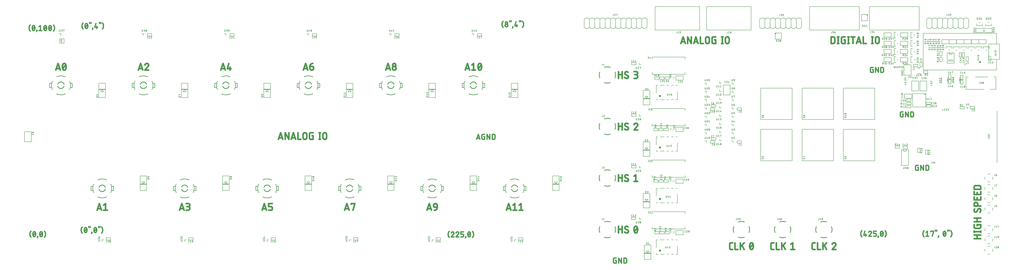
<source format=gto>
G75*
%MOIN*%
%OFA0B0*%
%FSLAX25Y25*%
%IPPOS*%
%LPD*%
%AMOC8*
5,1,8,0,0,1.08239X$1,22.5*
%
%ADD10C,0.03000*%
%ADD11C,0.02200*%
%ADD12C,0.00700*%
%ADD13C,0.01200*%
%ADD14C,0.01000*%
%ADD15C,0.00500*%
%ADD16C,0.00800*%
%ADD17C,0.03937*%
%ADD18R,0.12500X0.01250*%
%ADD19C,0.00787*%
%ADD20C,0.00600*%
D10*
X0188050Y0176028D02*
X0192299Y0188776D01*
X0196548Y0176028D01*
X0195486Y0179215D02*
X0189112Y0179215D01*
X0200569Y0176028D02*
X0207651Y0176028D01*
X0204110Y0176028D02*
X0204110Y0188776D01*
X0200569Y0185943D01*
X0345530Y0176028D02*
X0349779Y0188776D01*
X0354029Y0176028D01*
X0352966Y0179215D02*
X0346592Y0179215D01*
X0358049Y0176028D02*
X0361590Y0176028D01*
X0361708Y0176030D01*
X0361827Y0176036D01*
X0361944Y0176046D01*
X0362062Y0176060D01*
X0362179Y0176077D01*
X0362295Y0176099D01*
X0362411Y0176124D01*
X0362526Y0176154D01*
X0362639Y0176187D01*
X0362752Y0176224D01*
X0362863Y0176265D01*
X0362972Y0176309D01*
X0363081Y0176357D01*
X0363187Y0176409D01*
X0363292Y0176464D01*
X0363395Y0176522D01*
X0363495Y0176584D01*
X0363594Y0176650D01*
X0363690Y0176718D01*
X0363785Y0176790D01*
X0363876Y0176865D01*
X0363965Y0176943D01*
X0364052Y0177024D01*
X0364135Y0177107D01*
X0364216Y0177194D01*
X0364294Y0177283D01*
X0364369Y0177374D01*
X0364441Y0177469D01*
X0364509Y0177565D01*
X0364575Y0177664D01*
X0364637Y0177764D01*
X0364695Y0177867D01*
X0364750Y0177972D01*
X0364802Y0178078D01*
X0364850Y0178187D01*
X0364894Y0178296D01*
X0364935Y0178407D01*
X0364972Y0178520D01*
X0365005Y0178633D01*
X0365035Y0178748D01*
X0365060Y0178864D01*
X0365082Y0178980D01*
X0365099Y0179097D01*
X0365113Y0179215D01*
X0365123Y0179332D01*
X0365129Y0179451D01*
X0365131Y0179569D01*
X0365129Y0179687D01*
X0365123Y0179806D01*
X0365113Y0179923D01*
X0365099Y0180041D01*
X0365082Y0180158D01*
X0365060Y0180274D01*
X0365035Y0180390D01*
X0365005Y0180505D01*
X0364972Y0180618D01*
X0364935Y0180731D01*
X0364894Y0180842D01*
X0364850Y0180951D01*
X0364802Y0181060D01*
X0364750Y0181166D01*
X0364695Y0181271D01*
X0364637Y0181374D01*
X0364575Y0181474D01*
X0364509Y0181573D01*
X0364441Y0181669D01*
X0364369Y0181764D01*
X0364294Y0181855D01*
X0364216Y0181944D01*
X0364135Y0182031D01*
X0364052Y0182114D01*
X0363965Y0182195D01*
X0363876Y0182273D01*
X0363785Y0182348D01*
X0363690Y0182420D01*
X0363594Y0182488D01*
X0363495Y0182554D01*
X0363395Y0182616D01*
X0363292Y0182674D01*
X0363187Y0182729D01*
X0363081Y0182781D01*
X0362972Y0182829D01*
X0362863Y0182873D01*
X0362752Y0182914D01*
X0362639Y0182951D01*
X0362526Y0182984D01*
X0362411Y0183014D01*
X0362295Y0183039D01*
X0362179Y0183061D01*
X0362062Y0183078D01*
X0361944Y0183092D01*
X0361827Y0183102D01*
X0361708Y0183108D01*
X0361590Y0183110D01*
X0362299Y0183111D02*
X0359466Y0183111D01*
X0362299Y0183110D02*
X0362404Y0183112D01*
X0362508Y0183118D01*
X0362612Y0183127D01*
X0362716Y0183141D01*
X0362820Y0183158D01*
X0362922Y0183179D01*
X0363024Y0183204D01*
X0363125Y0183233D01*
X0363224Y0183265D01*
X0363322Y0183301D01*
X0363419Y0183341D01*
X0363515Y0183384D01*
X0363608Y0183431D01*
X0363700Y0183481D01*
X0363790Y0183534D01*
X0363878Y0183591D01*
X0363964Y0183651D01*
X0364048Y0183714D01*
X0364129Y0183780D01*
X0364208Y0183849D01*
X0364284Y0183921D01*
X0364357Y0183996D01*
X0364428Y0184073D01*
X0364495Y0184153D01*
X0364560Y0184236D01*
X0364621Y0184320D01*
X0364680Y0184407D01*
X0364735Y0184496D01*
X0364787Y0184587D01*
X0364835Y0184680D01*
X0364880Y0184775D01*
X0364921Y0184871D01*
X0364959Y0184969D01*
X0364993Y0185068D01*
X0365024Y0185168D01*
X0365051Y0185269D01*
X0365074Y0185371D01*
X0365093Y0185474D01*
X0365108Y0185578D01*
X0365120Y0185682D01*
X0365128Y0185786D01*
X0365132Y0185891D01*
X0365132Y0185995D01*
X0365128Y0186100D01*
X0365120Y0186204D01*
X0365108Y0186308D01*
X0365093Y0186412D01*
X0365074Y0186515D01*
X0365051Y0186617D01*
X0365024Y0186718D01*
X0364993Y0186818D01*
X0364959Y0186917D01*
X0364921Y0187015D01*
X0364880Y0187111D01*
X0364835Y0187206D01*
X0364787Y0187299D01*
X0364735Y0187390D01*
X0364680Y0187479D01*
X0364621Y0187566D01*
X0364560Y0187650D01*
X0364495Y0187733D01*
X0364428Y0187813D01*
X0364357Y0187890D01*
X0364284Y0187965D01*
X0364208Y0188037D01*
X0364129Y0188106D01*
X0364048Y0188172D01*
X0363964Y0188235D01*
X0363878Y0188295D01*
X0363790Y0188352D01*
X0363700Y0188405D01*
X0363608Y0188455D01*
X0363515Y0188502D01*
X0363419Y0188545D01*
X0363322Y0188585D01*
X0363224Y0188621D01*
X0363125Y0188653D01*
X0363024Y0188682D01*
X0362922Y0188707D01*
X0362820Y0188728D01*
X0362716Y0188745D01*
X0362612Y0188759D01*
X0362508Y0188768D01*
X0362404Y0188774D01*
X0362299Y0188776D01*
X0358049Y0188776D01*
X0503010Y0176028D02*
X0507260Y0188776D01*
X0511509Y0176028D01*
X0510447Y0179215D02*
X0504073Y0179215D01*
X0515530Y0176028D02*
X0519779Y0176028D01*
X0519885Y0176030D01*
X0519991Y0176036D01*
X0520096Y0176046D01*
X0520201Y0176060D01*
X0520306Y0176077D01*
X0520409Y0176099D01*
X0520512Y0176125D01*
X0520614Y0176154D01*
X0520715Y0176187D01*
X0520814Y0176224D01*
X0520912Y0176264D01*
X0521008Y0176309D01*
X0521103Y0176356D01*
X0521195Y0176408D01*
X0521286Y0176462D01*
X0521375Y0176520D01*
X0521461Y0176582D01*
X0521545Y0176646D01*
X0521627Y0176714D01*
X0521706Y0176784D01*
X0521782Y0176858D01*
X0521856Y0176934D01*
X0521926Y0177013D01*
X0521994Y0177095D01*
X0522058Y0177179D01*
X0522120Y0177265D01*
X0522178Y0177354D01*
X0522232Y0177444D01*
X0522284Y0177537D01*
X0522331Y0177632D01*
X0522376Y0177728D01*
X0522416Y0177826D01*
X0522453Y0177925D01*
X0522486Y0178026D01*
X0522515Y0178128D01*
X0522541Y0178231D01*
X0522563Y0178334D01*
X0522580Y0178439D01*
X0522594Y0178544D01*
X0522604Y0178649D01*
X0522610Y0178755D01*
X0522612Y0178861D01*
X0522612Y0180278D01*
X0522610Y0180381D01*
X0522604Y0180485D01*
X0522595Y0180588D01*
X0522582Y0180690D01*
X0522565Y0180793D01*
X0522544Y0180894D01*
X0522520Y0180995D01*
X0522492Y0181094D01*
X0522460Y0181193D01*
X0522425Y0181290D01*
X0522386Y0181386D01*
X0522344Y0181480D01*
X0522299Y0181573D01*
X0522250Y0181665D01*
X0522197Y0181754D01*
X0522142Y0181841D01*
X0522083Y0181926D01*
X0522021Y0182009D01*
X0521957Y0182090D01*
X0521889Y0182169D01*
X0521818Y0182244D01*
X0521745Y0182317D01*
X0521670Y0182388D01*
X0521591Y0182456D01*
X0521510Y0182520D01*
X0521427Y0182582D01*
X0521342Y0182641D01*
X0521255Y0182696D01*
X0521166Y0182749D01*
X0521074Y0182798D01*
X0520981Y0182843D01*
X0520887Y0182885D01*
X0520791Y0182924D01*
X0520694Y0182959D01*
X0520595Y0182991D01*
X0520496Y0183019D01*
X0520395Y0183043D01*
X0520294Y0183064D01*
X0520191Y0183081D01*
X0520089Y0183094D01*
X0519986Y0183103D01*
X0519882Y0183109D01*
X0519779Y0183111D01*
X0515530Y0183111D01*
X0515530Y0188776D01*
X0522612Y0188776D01*
X0660491Y0176028D02*
X0664740Y0188776D01*
X0668989Y0176028D01*
X0667927Y0179215D02*
X0661553Y0179215D01*
X0673010Y0187360D02*
X0673010Y0188776D01*
X0680092Y0188776D01*
X0676551Y0176028D01*
X0817971Y0176028D02*
X0822220Y0188776D01*
X0826470Y0176028D01*
X0825407Y0179215D02*
X0819033Y0179215D01*
X0830490Y0184527D02*
X0830490Y0185235D01*
X0830490Y0184527D02*
X0830492Y0184424D01*
X0830498Y0184320D01*
X0830507Y0184217D01*
X0830520Y0184115D01*
X0830537Y0184012D01*
X0830558Y0183911D01*
X0830582Y0183810D01*
X0830610Y0183711D01*
X0830642Y0183612D01*
X0830677Y0183515D01*
X0830716Y0183419D01*
X0830758Y0183325D01*
X0830803Y0183232D01*
X0830852Y0183140D01*
X0830905Y0183051D01*
X0830960Y0182964D01*
X0831019Y0182879D01*
X0831081Y0182796D01*
X0831145Y0182715D01*
X0831213Y0182636D01*
X0831284Y0182561D01*
X0831357Y0182488D01*
X0831432Y0182417D01*
X0831511Y0182349D01*
X0831592Y0182285D01*
X0831675Y0182223D01*
X0831760Y0182164D01*
X0831847Y0182109D01*
X0831936Y0182056D01*
X0832028Y0182007D01*
X0832121Y0181962D01*
X0832215Y0181920D01*
X0832311Y0181881D01*
X0832408Y0181846D01*
X0832507Y0181814D01*
X0832606Y0181786D01*
X0832707Y0181762D01*
X0832808Y0181741D01*
X0832911Y0181724D01*
X0833013Y0181711D01*
X0833116Y0181702D01*
X0833220Y0181696D01*
X0833323Y0181694D01*
X0837572Y0181694D01*
X0837572Y0185235D01*
X0837570Y0185353D01*
X0837564Y0185472D01*
X0837554Y0185589D01*
X0837540Y0185707D01*
X0837523Y0185824D01*
X0837501Y0185940D01*
X0837476Y0186056D01*
X0837446Y0186171D01*
X0837413Y0186284D01*
X0837376Y0186397D01*
X0837335Y0186508D01*
X0837291Y0186617D01*
X0837243Y0186726D01*
X0837191Y0186832D01*
X0837136Y0186937D01*
X0837078Y0187040D01*
X0837016Y0187140D01*
X0836950Y0187239D01*
X0836882Y0187335D01*
X0836810Y0187430D01*
X0836735Y0187521D01*
X0836657Y0187610D01*
X0836576Y0187697D01*
X0836493Y0187780D01*
X0836406Y0187861D01*
X0836317Y0187939D01*
X0836226Y0188014D01*
X0836131Y0188086D01*
X0836035Y0188154D01*
X0835936Y0188220D01*
X0835836Y0188282D01*
X0835733Y0188340D01*
X0835628Y0188395D01*
X0835522Y0188447D01*
X0835413Y0188495D01*
X0835304Y0188539D01*
X0835193Y0188580D01*
X0835080Y0188617D01*
X0834967Y0188650D01*
X0834852Y0188680D01*
X0834736Y0188705D01*
X0834620Y0188727D01*
X0834503Y0188744D01*
X0834385Y0188758D01*
X0834268Y0188768D01*
X0834149Y0188774D01*
X0834031Y0188776D01*
X0833913Y0188774D01*
X0833794Y0188768D01*
X0833677Y0188758D01*
X0833559Y0188744D01*
X0833442Y0188727D01*
X0833326Y0188705D01*
X0833210Y0188680D01*
X0833095Y0188650D01*
X0832982Y0188617D01*
X0832869Y0188580D01*
X0832758Y0188539D01*
X0832649Y0188495D01*
X0832540Y0188447D01*
X0832434Y0188395D01*
X0832329Y0188340D01*
X0832226Y0188282D01*
X0832126Y0188220D01*
X0832027Y0188154D01*
X0831931Y0188086D01*
X0831836Y0188014D01*
X0831745Y0187939D01*
X0831656Y0187861D01*
X0831569Y0187780D01*
X0831486Y0187697D01*
X0831405Y0187610D01*
X0831327Y0187521D01*
X0831252Y0187430D01*
X0831180Y0187335D01*
X0831112Y0187239D01*
X0831046Y0187140D01*
X0830984Y0187040D01*
X0830926Y0186937D01*
X0830871Y0186832D01*
X0830819Y0186726D01*
X0830771Y0186617D01*
X0830727Y0186508D01*
X0830686Y0186397D01*
X0830649Y0186284D01*
X0830616Y0186171D01*
X0830586Y0186056D01*
X0830561Y0185940D01*
X0830539Y0185824D01*
X0830522Y0185707D01*
X0830508Y0185589D01*
X0830498Y0185472D01*
X0830492Y0185353D01*
X0830490Y0185235D01*
X0837573Y0181694D02*
X0837571Y0181546D01*
X0837565Y0181397D01*
X0837556Y0181249D01*
X0837542Y0181102D01*
X0837525Y0180954D01*
X0837503Y0180808D01*
X0837478Y0180661D01*
X0837449Y0180516D01*
X0837416Y0180371D01*
X0837380Y0180228D01*
X0837340Y0180085D01*
X0837296Y0179943D01*
X0837248Y0179803D01*
X0837197Y0179663D01*
X0837142Y0179526D01*
X0837083Y0179389D01*
X0837021Y0179255D01*
X0836955Y0179122D01*
X0836886Y0178990D01*
X0836814Y0178861D01*
X0836738Y0178734D01*
X0836659Y0178608D01*
X0836576Y0178485D01*
X0836491Y0178364D01*
X0836402Y0178245D01*
X0836310Y0178128D01*
X0836215Y0178014D01*
X0836118Y0177903D01*
X0836017Y0177794D01*
X0835913Y0177688D01*
X0835807Y0177584D01*
X0835698Y0177483D01*
X0835587Y0177386D01*
X0835473Y0177291D01*
X0835356Y0177199D01*
X0835237Y0177110D01*
X0835116Y0177024D01*
X0834993Y0176942D01*
X0834867Y0176863D01*
X0834740Y0176787D01*
X0834611Y0176715D01*
X0834479Y0176646D01*
X0834346Y0176580D01*
X0834212Y0176518D01*
X0834075Y0176459D01*
X0833938Y0176404D01*
X0833798Y0176353D01*
X0833658Y0176305D01*
X0833516Y0176261D01*
X0833373Y0176221D01*
X0833230Y0176185D01*
X0833085Y0176152D01*
X0832940Y0176123D01*
X0832793Y0176098D01*
X0832647Y0176076D01*
X0832499Y0176059D01*
X0832352Y0176045D01*
X0832204Y0176036D01*
X0832055Y0176030D01*
X0831907Y0176028D01*
X0969546Y0176028D02*
X0973795Y0188776D01*
X0978044Y0176028D01*
X0976982Y0179215D02*
X0970608Y0179215D01*
X0982065Y0176028D02*
X0989147Y0176028D01*
X0985606Y0176028D02*
X0985606Y0188776D01*
X0982065Y0185943D01*
X0993876Y0185943D02*
X0997417Y0188776D01*
X0997417Y0176028D01*
X0993876Y0176028D02*
X1000958Y0176028D01*
X1183483Y0145469D02*
X1183483Y0132721D01*
X1190565Y0132721D02*
X1190565Y0145469D01*
X1190565Y0139803D02*
X1183483Y0139803D01*
X1197064Y0140158D02*
X1200959Y0138033D01*
X1199543Y0132721D02*
X1199391Y0132723D01*
X1199238Y0132729D01*
X1199086Y0132738D01*
X1198934Y0132752D01*
X1198783Y0132769D01*
X1198632Y0132791D01*
X1198482Y0132816D01*
X1198332Y0132845D01*
X1198183Y0132878D01*
X1198035Y0132914D01*
X1197888Y0132954D01*
X1197742Y0132998D01*
X1197597Y0133046D01*
X1197454Y0133097D01*
X1197312Y0133153D01*
X1197171Y0133211D01*
X1197032Y0133273D01*
X1196894Y0133339D01*
X1196758Y0133408D01*
X1196624Y0133481D01*
X1196492Y0133557D01*
X1196362Y0133636D01*
X1196234Y0133719D01*
X1196108Y0133805D01*
X1195984Y0133894D01*
X1195863Y0133986D01*
X1195744Y0134081D01*
X1195627Y0134180D01*
X1195513Y0134281D01*
X1195402Y0134385D01*
X1195293Y0134492D01*
X1200960Y0138033D02*
X1201051Y0137977D01*
X1201139Y0137918D01*
X1201226Y0137855D01*
X1201310Y0137790D01*
X1201392Y0137721D01*
X1201471Y0137649D01*
X1201547Y0137575D01*
X1201620Y0137497D01*
X1201691Y0137417D01*
X1201759Y0137335D01*
X1201823Y0137250D01*
X1201884Y0137163D01*
X1201942Y0137073D01*
X1201997Y0136981D01*
X1202048Y0136888D01*
X1202096Y0136792D01*
X1202140Y0136695D01*
X1202180Y0136597D01*
X1202217Y0136496D01*
X1202250Y0136395D01*
X1202280Y0136292D01*
X1202305Y0136189D01*
X1202327Y0136084D01*
X1202344Y0135979D01*
X1202358Y0135873D01*
X1202368Y0135767D01*
X1202374Y0135661D01*
X1202376Y0135554D01*
X1202374Y0135451D01*
X1202368Y0135347D01*
X1202359Y0135244D01*
X1202346Y0135142D01*
X1202329Y0135039D01*
X1202308Y0134938D01*
X1202284Y0134837D01*
X1202256Y0134738D01*
X1202224Y0134639D01*
X1202189Y0134542D01*
X1202150Y0134446D01*
X1202108Y0134352D01*
X1202063Y0134259D01*
X1202014Y0134167D01*
X1201961Y0134078D01*
X1201906Y0133991D01*
X1201847Y0133906D01*
X1201785Y0133823D01*
X1201721Y0133742D01*
X1201653Y0133663D01*
X1201582Y0133588D01*
X1201509Y0133515D01*
X1201434Y0133444D01*
X1201355Y0133376D01*
X1201274Y0133312D01*
X1201191Y0133250D01*
X1201106Y0133191D01*
X1201019Y0133136D01*
X1200930Y0133083D01*
X1200838Y0133034D01*
X1200745Y0132989D01*
X1200651Y0132947D01*
X1200555Y0132908D01*
X1200458Y0132873D01*
X1200359Y0132841D01*
X1200260Y0132813D01*
X1200159Y0132789D01*
X1200058Y0132768D01*
X1199955Y0132751D01*
X1199853Y0132738D01*
X1199750Y0132729D01*
X1199646Y0132723D01*
X1199543Y0132721D01*
X1201668Y0144408D02*
X1201553Y0144492D01*
X1201436Y0144572D01*
X1201316Y0144650D01*
X1201195Y0144724D01*
X1201072Y0144795D01*
X1200946Y0144863D01*
X1200819Y0144928D01*
X1200691Y0144989D01*
X1200560Y0145046D01*
X1200428Y0145100D01*
X1200295Y0145151D01*
X1200161Y0145197D01*
X1200025Y0145241D01*
X1199888Y0145280D01*
X1199750Y0145316D01*
X1199612Y0145348D01*
X1199472Y0145377D01*
X1199332Y0145401D01*
X1199191Y0145422D01*
X1199050Y0145439D01*
X1198908Y0145453D01*
X1198766Y0145462D01*
X1198623Y0145468D01*
X1198481Y0145470D01*
X1198481Y0145469D02*
X1198378Y0145467D01*
X1198274Y0145461D01*
X1198171Y0145452D01*
X1198069Y0145439D01*
X1197966Y0145422D01*
X1197865Y0145401D01*
X1197764Y0145377D01*
X1197665Y0145349D01*
X1197566Y0145317D01*
X1197469Y0145282D01*
X1197373Y0145243D01*
X1197279Y0145201D01*
X1197186Y0145156D01*
X1197094Y0145107D01*
X1197005Y0145054D01*
X1196918Y0144999D01*
X1196833Y0144940D01*
X1196750Y0144878D01*
X1196669Y0144814D01*
X1196590Y0144746D01*
X1196515Y0144675D01*
X1196442Y0144602D01*
X1196371Y0144527D01*
X1196303Y0144448D01*
X1196239Y0144367D01*
X1196177Y0144284D01*
X1196118Y0144199D01*
X1196063Y0144112D01*
X1196010Y0144023D01*
X1195961Y0143931D01*
X1195916Y0143838D01*
X1195874Y0143744D01*
X1195835Y0143648D01*
X1195800Y0143551D01*
X1195768Y0143452D01*
X1195740Y0143353D01*
X1195716Y0143252D01*
X1195695Y0143151D01*
X1195678Y0143048D01*
X1195665Y0142946D01*
X1195656Y0142843D01*
X1195650Y0142739D01*
X1195648Y0142636D01*
X1195650Y0142529D01*
X1195656Y0142423D01*
X1195666Y0142317D01*
X1195680Y0142211D01*
X1195697Y0142106D01*
X1195719Y0142001D01*
X1195744Y0141898D01*
X1195774Y0141795D01*
X1195807Y0141694D01*
X1195844Y0141593D01*
X1195884Y0141495D01*
X1195928Y0141398D01*
X1195976Y0141302D01*
X1196027Y0141209D01*
X1196082Y0141117D01*
X1196140Y0141027D01*
X1196201Y0140940D01*
X1196265Y0140855D01*
X1196333Y0140773D01*
X1196404Y0140693D01*
X1196477Y0140615D01*
X1196553Y0140541D01*
X1196632Y0140469D01*
X1196714Y0140400D01*
X1196798Y0140335D01*
X1196885Y0140272D01*
X1196973Y0140213D01*
X1197064Y0140157D01*
X1219030Y0134492D02*
X1219137Y0134718D01*
X1219239Y0134948D01*
X1219335Y0135179D01*
X1219426Y0135413D01*
X1219511Y0135649D01*
X1219590Y0135887D01*
X1219664Y0136126D01*
X1219732Y0136368D01*
X1219794Y0136611D01*
X1219850Y0136855D01*
X1219901Y0137101D01*
X1219946Y0137348D01*
X1219984Y0137595D01*
X1220017Y0137844D01*
X1220044Y0138093D01*
X1220065Y0138343D01*
X1220080Y0138594D01*
X1220089Y0138844D01*
X1220092Y0139095D01*
X1213010Y0139095D02*
X1213013Y0139346D01*
X1213022Y0139596D01*
X1213037Y0139847D01*
X1213058Y0140097D01*
X1213085Y0140346D01*
X1213118Y0140595D01*
X1213156Y0140842D01*
X1213201Y0141089D01*
X1213252Y0141335D01*
X1213308Y0141579D01*
X1213370Y0141822D01*
X1213438Y0142063D01*
X1213512Y0142303D01*
X1213591Y0142541D01*
X1213676Y0142777D01*
X1213767Y0143011D01*
X1213863Y0143242D01*
X1213965Y0143472D01*
X1214072Y0143698D01*
X1216551Y0145469D02*
X1216653Y0145467D01*
X1216754Y0145461D01*
X1216855Y0145451D01*
X1216956Y0145438D01*
X1217056Y0145420D01*
X1217155Y0145398D01*
X1217253Y0145373D01*
X1217351Y0145344D01*
X1217447Y0145311D01*
X1217541Y0145275D01*
X1217635Y0145234D01*
X1217726Y0145191D01*
X1217816Y0145143D01*
X1217904Y0145093D01*
X1217990Y0145038D01*
X1218074Y0144981D01*
X1218155Y0144920D01*
X1218234Y0144857D01*
X1218311Y0144790D01*
X1218385Y0144720D01*
X1218456Y0144648D01*
X1218524Y0144573D01*
X1218590Y0144495D01*
X1218652Y0144415D01*
X1218711Y0144332D01*
X1218767Y0144247D01*
X1218819Y0144160D01*
X1218868Y0144071D01*
X1218914Y0143981D01*
X1218956Y0143888D01*
X1218995Y0143794D01*
X1219029Y0143699D01*
X1219384Y0142636D02*
X1213718Y0135554D01*
X1216551Y0132722D02*
X1216653Y0132724D01*
X1216754Y0132730D01*
X1216855Y0132740D01*
X1216956Y0132753D01*
X1217056Y0132771D01*
X1217155Y0132793D01*
X1217253Y0132818D01*
X1217351Y0132847D01*
X1217447Y0132880D01*
X1217541Y0132916D01*
X1217635Y0132957D01*
X1217726Y0133000D01*
X1217816Y0133048D01*
X1217904Y0133098D01*
X1217990Y0133153D01*
X1218074Y0133210D01*
X1218155Y0133271D01*
X1218234Y0133334D01*
X1218311Y0133401D01*
X1218385Y0133471D01*
X1218456Y0133543D01*
X1218524Y0133618D01*
X1218590Y0133696D01*
X1218652Y0133776D01*
X1218711Y0133859D01*
X1218767Y0133944D01*
X1218819Y0134031D01*
X1218868Y0134120D01*
X1218914Y0134210D01*
X1218956Y0134303D01*
X1218995Y0134397D01*
X1219029Y0134492D01*
X1216551Y0132722D02*
X1216449Y0132724D01*
X1216348Y0132730D01*
X1216247Y0132740D01*
X1216146Y0132753D01*
X1216046Y0132771D01*
X1215947Y0132793D01*
X1215849Y0132818D01*
X1215751Y0132847D01*
X1215655Y0132880D01*
X1215561Y0132916D01*
X1215467Y0132957D01*
X1215376Y0133000D01*
X1215286Y0133048D01*
X1215198Y0133098D01*
X1215112Y0133153D01*
X1215028Y0133210D01*
X1214947Y0133271D01*
X1214868Y0133334D01*
X1214791Y0133401D01*
X1214717Y0133471D01*
X1214646Y0133543D01*
X1214578Y0133618D01*
X1214512Y0133696D01*
X1214450Y0133776D01*
X1214391Y0133859D01*
X1214335Y0133944D01*
X1214283Y0134031D01*
X1214234Y0134120D01*
X1214188Y0134210D01*
X1214146Y0134303D01*
X1214107Y0134397D01*
X1214073Y0134492D01*
X1220092Y0139095D02*
X1220089Y0139346D01*
X1220080Y0139596D01*
X1220065Y0139847D01*
X1220044Y0140097D01*
X1220017Y0140346D01*
X1219984Y0140595D01*
X1219946Y0140842D01*
X1219901Y0141089D01*
X1219850Y0141335D01*
X1219794Y0141579D01*
X1219732Y0141822D01*
X1219664Y0142064D01*
X1219590Y0142303D01*
X1219511Y0142541D01*
X1219426Y0142777D01*
X1219335Y0143011D01*
X1219239Y0143242D01*
X1219137Y0143472D01*
X1219030Y0143698D01*
X1216551Y0145469D02*
X1216449Y0145467D01*
X1216348Y0145461D01*
X1216247Y0145451D01*
X1216146Y0145438D01*
X1216046Y0145420D01*
X1215947Y0145398D01*
X1215849Y0145373D01*
X1215751Y0145344D01*
X1215655Y0145311D01*
X1215561Y0145275D01*
X1215467Y0145234D01*
X1215376Y0145191D01*
X1215286Y0145143D01*
X1215198Y0145093D01*
X1215112Y0145038D01*
X1215028Y0144981D01*
X1214947Y0144920D01*
X1214868Y0144857D01*
X1214791Y0144790D01*
X1214717Y0144720D01*
X1214646Y0144648D01*
X1214578Y0144573D01*
X1214512Y0144495D01*
X1214450Y0144415D01*
X1214391Y0144332D01*
X1214335Y0144247D01*
X1214283Y0144160D01*
X1214234Y0144071D01*
X1214188Y0143981D01*
X1214146Y0143888D01*
X1214107Y0143794D01*
X1214073Y0143699D01*
X1213010Y0139095D02*
X1213013Y0138844D01*
X1213022Y0138594D01*
X1213037Y0138343D01*
X1213058Y0138093D01*
X1213085Y0137844D01*
X1213118Y0137595D01*
X1213156Y0137348D01*
X1213201Y0137101D01*
X1213252Y0136855D01*
X1213308Y0136611D01*
X1213370Y0136368D01*
X1213438Y0136127D01*
X1213512Y0135887D01*
X1213591Y0135649D01*
X1213676Y0135413D01*
X1213767Y0135179D01*
X1213863Y0134948D01*
X1213965Y0134718D01*
X1214072Y0134492D01*
X1395679Y0111140D02*
X1395679Y0104058D01*
X1395681Y0103955D01*
X1395687Y0103851D01*
X1395696Y0103748D01*
X1395709Y0103646D01*
X1395726Y0103543D01*
X1395747Y0103442D01*
X1395771Y0103341D01*
X1395799Y0103242D01*
X1395831Y0103143D01*
X1395866Y0103046D01*
X1395905Y0102950D01*
X1395947Y0102856D01*
X1395992Y0102763D01*
X1396041Y0102671D01*
X1396094Y0102582D01*
X1396149Y0102495D01*
X1396208Y0102410D01*
X1396270Y0102327D01*
X1396334Y0102246D01*
X1396402Y0102167D01*
X1396473Y0102092D01*
X1396546Y0102019D01*
X1396621Y0101948D01*
X1396700Y0101880D01*
X1396781Y0101816D01*
X1396864Y0101754D01*
X1396949Y0101695D01*
X1397036Y0101640D01*
X1397125Y0101587D01*
X1397217Y0101538D01*
X1397310Y0101493D01*
X1397404Y0101451D01*
X1397500Y0101412D01*
X1397597Y0101377D01*
X1397696Y0101345D01*
X1397795Y0101317D01*
X1397896Y0101293D01*
X1397997Y0101272D01*
X1398100Y0101255D01*
X1398202Y0101242D01*
X1398305Y0101233D01*
X1398409Y0101227D01*
X1398512Y0101225D01*
X1401345Y0101225D01*
X1405958Y0101225D02*
X1411624Y0101225D01*
X1416300Y0101225D02*
X1416300Y0113973D01*
X1419132Y0109016D02*
X1423382Y0101225D01*
X1416300Y0106183D02*
X1423382Y0113973D01*
X1440966Y0107599D02*
X1440963Y0107348D01*
X1440954Y0107098D01*
X1440939Y0106847D01*
X1440918Y0106597D01*
X1440891Y0106348D01*
X1440858Y0106099D01*
X1440820Y0105852D01*
X1440775Y0105605D01*
X1440724Y0105359D01*
X1440668Y0105115D01*
X1440606Y0104872D01*
X1440538Y0104630D01*
X1440464Y0104391D01*
X1440385Y0104153D01*
X1440300Y0103917D01*
X1440209Y0103683D01*
X1440113Y0103452D01*
X1440011Y0103222D01*
X1439904Y0102996D01*
X1439903Y0102996D02*
X1439869Y0102901D01*
X1439830Y0102807D01*
X1439788Y0102714D01*
X1439742Y0102624D01*
X1439693Y0102535D01*
X1439641Y0102448D01*
X1439585Y0102363D01*
X1439526Y0102280D01*
X1439464Y0102200D01*
X1439398Y0102122D01*
X1439330Y0102047D01*
X1439259Y0101975D01*
X1439185Y0101905D01*
X1439108Y0101838D01*
X1439029Y0101775D01*
X1438948Y0101714D01*
X1438864Y0101657D01*
X1438778Y0101602D01*
X1438690Y0101552D01*
X1438600Y0101504D01*
X1438509Y0101461D01*
X1438415Y0101420D01*
X1438321Y0101384D01*
X1438225Y0101351D01*
X1438127Y0101322D01*
X1438029Y0101297D01*
X1437930Y0101275D01*
X1437830Y0101257D01*
X1437729Y0101244D01*
X1437628Y0101234D01*
X1437527Y0101228D01*
X1437425Y0101226D01*
X1437323Y0101228D01*
X1437222Y0101234D01*
X1437121Y0101244D01*
X1437020Y0101257D01*
X1436920Y0101275D01*
X1436821Y0101297D01*
X1436723Y0101322D01*
X1436625Y0101351D01*
X1436529Y0101384D01*
X1436435Y0101420D01*
X1436341Y0101461D01*
X1436250Y0101504D01*
X1436160Y0101552D01*
X1436072Y0101602D01*
X1435986Y0101657D01*
X1435902Y0101714D01*
X1435821Y0101775D01*
X1435742Y0101838D01*
X1435665Y0101905D01*
X1435591Y0101975D01*
X1435520Y0102047D01*
X1435452Y0102122D01*
X1435386Y0102200D01*
X1435324Y0102280D01*
X1435265Y0102363D01*
X1435209Y0102448D01*
X1435157Y0102535D01*
X1435108Y0102624D01*
X1435062Y0102714D01*
X1435020Y0102807D01*
X1434981Y0102901D01*
X1434947Y0102996D01*
X1434592Y0104058D02*
X1440258Y0111140D01*
X1439903Y0112203D02*
X1439869Y0112298D01*
X1439830Y0112392D01*
X1439788Y0112485D01*
X1439742Y0112575D01*
X1439693Y0112664D01*
X1439641Y0112751D01*
X1439585Y0112836D01*
X1439526Y0112919D01*
X1439464Y0112999D01*
X1439398Y0113077D01*
X1439330Y0113152D01*
X1439259Y0113224D01*
X1439185Y0113294D01*
X1439108Y0113361D01*
X1439029Y0113424D01*
X1438948Y0113485D01*
X1438864Y0113542D01*
X1438778Y0113597D01*
X1438690Y0113647D01*
X1438600Y0113695D01*
X1438509Y0113738D01*
X1438415Y0113779D01*
X1438321Y0113815D01*
X1438225Y0113848D01*
X1438127Y0113877D01*
X1438029Y0113902D01*
X1437930Y0113924D01*
X1437830Y0113942D01*
X1437729Y0113955D01*
X1437628Y0113965D01*
X1437527Y0113971D01*
X1437425Y0113973D01*
X1437323Y0113971D01*
X1437222Y0113965D01*
X1437121Y0113955D01*
X1437020Y0113942D01*
X1436920Y0113924D01*
X1436821Y0113902D01*
X1436723Y0113877D01*
X1436625Y0113848D01*
X1436529Y0113815D01*
X1436435Y0113779D01*
X1436341Y0113738D01*
X1436250Y0113695D01*
X1436160Y0113647D01*
X1436072Y0113597D01*
X1435986Y0113542D01*
X1435902Y0113485D01*
X1435821Y0113424D01*
X1435742Y0113361D01*
X1435665Y0113294D01*
X1435591Y0113224D01*
X1435520Y0113152D01*
X1435452Y0113077D01*
X1435386Y0112999D01*
X1435324Y0112919D01*
X1435265Y0112836D01*
X1435209Y0112751D01*
X1435157Y0112664D01*
X1435108Y0112575D01*
X1435062Y0112485D01*
X1435020Y0112392D01*
X1434981Y0112298D01*
X1434947Y0112203D01*
X1439904Y0112202D02*
X1440011Y0111976D01*
X1440113Y0111746D01*
X1440209Y0111515D01*
X1440300Y0111281D01*
X1440385Y0111045D01*
X1440464Y0110807D01*
X1440538Y0110568D01*
X1440606Y0110326D01*
X1440668Y0110083D01*
X1440724Y0109839D01*
X1440775Y0109593D01*
X1440820Y0109346D01*
X1440858Y0109099D01*
X1440891Y0108850D01*
X1440918Y0108601D01*
X1440939Y0108351D01*
X1440954Y0108100D01*
X1440963Y0107850D01*
X1440966Y0107599D01*
X1433884Y0107599D02*
X1433887Y0107850D01*
X1433896Y0108100D01*
X1433911Y0108351D01*
X1433932Y0108601D01*
X1433959Y0108850D01*
X1433992Y0109099D01*
X1434030Y0109346D01*
X1434075Y0109593D01*
X1434126Y0109839D01*
X1434182Y0110083D01*
X1434244Y0110326D01*
X1434312Y0110567D01*
X1434386Y0110807D01*
X1434465Y0111045D01*
X1434550Y0111281D01*
X1434641Y0111515D01*
X1434737Y0111746D01*
X1434839Y0111976D01*
X1434946Y0112202D01*
X1433885Y0107599D02*
X1433888Y0107348D01*
X1433897Y0107098D01*
X1433912Y0106847D01*
X1433933Y0106597D01*
X1433960Y0106348D01*
X1433993Y0106099D01*
X1434031Y0105852D01*
X1434076Y0105605D01*
X1434127Y0105359D01*
X1434183Y0105115D01*
X1434245Y0104872D01*
X1434313Y0104631D01*
X1434387Y0104391D01*
X1434466Y0104153D01*
X1434551Y0103917D01*
X1434642Y0103683D01*
X1434738Y0103452D01*
X1434840Y0103222D01*
X1434947Y0102996D01*
X1405958Y0101225D02*
X1405958Y0113973D01*
X1401345Y0113973D02*
X1398512Y0113973D01*
X1398406Y0113971D01*
X1398300Y0113965D01*
X1398195Y0113955D01*
X1398090Y0113941D01*
X1397985Y0113924D01*
X1397882Y0113902D01*
X1397779Y0113876D01*
X1397677Y0113847D01*
X1397576Y0113814D01*
X1397477Y0113777D01*
X1397379Y0113737D01*
X1397283Y0113692D01*
X1397188Y0113645D01*
X1397095Y0113593D01*
X1397005Y0113539D01*
X1396916Y0113481D01*
X1396830Y0113419D01*
X1396746Y0113355D01*
X1396664Y0113287D01*
X1396585Y0113217D01*
X1396509Y0113143D01*
X1396435Y0113067D01*
X1396365Y0112988D01*
X1396297Y0112906D01*
X1396233Y0112822D01*
X1396171Y0112736D01*
X1396113Y0112647D01*
X1396059Y0112556D01*
X1396007Y0112464D01*
X1395960Y0112369D01*
X1395915Y0112273D01*
X1395875Y0112175D01*
X1395838Y0112076D01*
X1395805Y0111975D01*
X1395776Y0111873D01*
X1395750Y0111770D01*
X1395728Y0111667D01*
X1395711Y0111562D01*
X1395697Y0111457D01*
X1395687Y0111352D01*
X1395681Y0111246D01*
X1395679Y0111140D01*
X1474419Y0111140D02*
X1474419Y0104058D01*
X1474421Y0103955D01*
X1474427Y0103851D01*
X1474436Y0103748D01*
X1474449Y0103646D01*
X1474466Y0103543D01*
X1474487Y0103442D01*
X1474511Y0103341D01*
X1474539Y0103242D01*
X1474571Y0103143D01*
X1474606Y0103046D01*
X1474645Y0102950D01*
X1474687Y0102856D01*
X1474732Y0102763D01*
X1474781Y0102671D01*
X1474834Y0102582D01*
X1474889Y0102495D01*
X1474948Y0102410D01*
X1475010Y0102327D01*
X1475074Y0102246D01*
X1475142Y0102167D01*
X1475213Y0102092D01*
X1475286Y0102019D01*
X1475361Y0101948D01*
X1475440Y0101880D01*
X1475521Y0101816D01*
X1475604Y0101754D01*
X1475689Y0101695D01*
X1475776Y0101640D01*
X1475865Y0101587D01*
X1475957Y0101538D01*
X1476050Y0101493D01*
X1476144Y0101451D01*
X1476240Y0101412D01*
X1476337Y0101377D01*
X1476436Y0101345D01*
X1476535Y0101317D01*
X1476636Y0101293D01*
X1476737Y0101272D01*
X1476840Y0101255D01*
X1476942Y0101242D01*
X1477045Y0101233D01*
X1477149Y0101227D01*
X1477252Y0101225D01*
X1480085Y0101225D01*
X1484698Y0101225D02*
X1490364Y0101225D01*
X1495040Y0101225D02*
X1495040Y0113973D01*
X1497873Y0109016D02*
X1502122Y0101225D01*
X1495040Y0106183D02*
X1502122Y0113973D01*
X1512624Y0111140D02*
X1516165Y0113973D01*
X1516165Y0101225D01*
X1512624Y0101225D02*
X1519707Y0101225D01*
X1553160Y0104058D02*
X1553160Y0111140D01*
X1553162Y0111246D01*
X1553168Y0111352D01*
X1553178Y0111457D01*
X1553192Y0111562D01*
X1553209Y0111667D01*
X1553231Y0111770D01*
X1553257Y0111873D01*
X1553286Y0111975D01*
X1553319Y0112076D01*
X1553356Y0112175D01*
X1553396Y0112273D01*
X1553441Y0112369D01*
X1553488Y0112464D01*
X1553540Y0112556D01*
X1553594Y0112647D01*
X1553652Y0112736D01*
X1553714Y0112822D01*
X1553778Y0112906D01*
X1553846Y0112988D01*
X1553916Y0113067D01*
X1553990Y0113143D01*
X1554066Y0113217D01*
X1554145Y0113287D01*
X1554227Y0113355D01*
X1554311Y0113419D01*
X1554397Y0113481D01*
X1554486Y0113539D01*
X1554576Y0113593D01*
X1554669Y0113645D01*
X1554764Y0113692D01*
X1554860Y0113737D01*
X1554958Y0113777D01*
X1555057Y0113814D01*
X1555158Y0113847D01*
X1555260Y0113876D01*
X1555363Y0113902D01*
X1555466Y0113924D01*
X1555571Y0113941D01*
X1555676Y0113955D01*
X1555781Y0113965D01*
X1555887Y0113971D01*
X1555993Y0113973D01*
X1558825Y0113973D01*
X1563438Y0113973D02*
X1563438Y0101225D01*
X1569104Y0101225D01*
X1573780Y0101225D02*
X1573780Y0113973D01*
X1576613Y0109016D02*
X1580862Y0101225D01*
X1573780Y0106183D02*
X1580862Y0113973D01*
X1597385Y0108307D02*
X1597467Y0108388D01*
X1597546Y0108472D01*
X1597623Y0108559D01*
X1597697Y0108647D01*
X1597767Y0108739D01*
X1597835Y0108833D01*
X1597899Y0108928D01*
X1597960Y0109027D01*
X1598018Y0109127D01*
X1598072Y0109229D01*
X1598123Y0109332D01*
X1598170Y0109438D01*
X1598214Y0109545D01*
X1598254Y0109653D01*
X1598290Y0109762D01*
X1598323Y0109873D01*
X1598352Y0109985D01*
X1598377Y0110098D01*
X1598398Y0110211D01*
X1598416Y0110325D01*
X1598429Y0110440D01*
X1598439Y0110555D01*
X1598445Y0110671D01*
X1598447Y0110786D01*
X1597384Y0108307D02*
X1591364Y0101225D01*
X1598447Y0101225D01*
X1591365Y0111140D02*
X1591406Y0111259D01*
X1591450Y0111377D01*
X1591498Y0111493D01*
X1591549Y0111608D01*
X1591604Y0111721D01*
X1591662Y0111832D01*
X1591723Y0111941D01*
X1591788Y0112049D01*
X1591856Y0112154D01*
X1591928Y0112258D01*
X1592002Y0112359D01*
X1592080Y0112457D01*
X1592160Y0112554D01*
X1592244Y0112647D01*
X1592330Y0112739D01*
X1592419Y0112827D01*
X1592511Y0112913D01*
X1592605Y0112996D01*
X1592702Y0113076D01*
X1592802Y0113153D01*
X1592903Y0113227D01*
X1593007Y0113297D01*
X1593113Y0113365D01*
X1593221Y0113429D01*
X1593330Y0113490D01*
X1593442Y0113547D01*
X1593555Y0113601D01*
X1593670Y0113652D01*
X1593787Y0113699D01*
X1593905Y0113742D01*
X1594024Y0113782D01*
X1594144Y0113818D01*
X1594265Y0113850D01*
X1594388Y0113879D01*
X1594511Y0113904D01*
X1594635Y0113925D01*
X1594759Y0113942D01*
X1594884Y0113956D01*
X1595009Y0113965D01*
X1595134Y0113971D01*
X1595260Y0113973D01*
X1595371Y0113971D01*
X1595482Y0113965D01*
X1595593Y0113956D01*
X1595704Y0113942D01*
X1595813Y0113925D01*
X1595923Y0113903D01*
X1596031Y0113878D01*
X1596138Y0113850D01*
X1596245Y0113817D01*
X1596350Y0113781D01*
X1596454Y0113741D01*
X1596556Y0113697D01*
X1596657Y0113650D01*
X1596756Y0113600D01*
X1596854Y0113546D01*
X1596949Y0113489D01*
X1597042Y0113428D01*
X1597133Y0113364D01*
X1597222Y0113297D01*
X1597309Y0113227D01*
X1597393Y0113154D01*
X1597474Y0113079D01*
X1597553Y0113000D01*
X1597628Y0112919D01*
X1597701Y0112835D01*
X1597771Y0112748D01*
X1597838Y0112659D01*
X1597902Y0112568D01*
X1597963Y0112475D01*
X1598020Y0112380D01*
X1598074Y0112282D01*
X1598124Y0112183D01*
X1598171Y0112082D01*
X1598215Y0111980D01*
X1598255Y0111876D01*
X1598291Y0111771D01*
X1598324Y0111664D01*
X1598352Y0111557D01*
X1598377Y0111449D01*
X1598399Y0111339D01*
X1598416Y0111230D01*
X1598430Y0111119D01*
X1598439Y0111008D01*
X1598445Y0110897D01*
X1598447Y0110786D01*
X1558825Y0101225D02*
X1555993Y0101225D01*
X1555890Y0101227D01*
X1555786Y0101233D01*
X1555683Y0101242D01*
X1555581Y0101255D01*
X1555478Y0101272D01*
X1555377Y0101293D01*
X1555276Y0101317D01*
X1555177Y0101345D01*
X1555078Y0101377D01*
X1554981Y0101412D01*
X1554885Y0101451D01*
X1554791Y0101493D01*
X1554698Y0101538D01*
X1554606Y0101587D01*
X1554517Y0101640D01*
X1554430Y0101695D01*
X1554345Y0101754D01*
X1554262Y0101816D01*
X1554181Y0101880D01*
X1554102Y0101948D01*
X1554027Y0102019D01*
X1553954Y0102092D01*
X1553883Y0102167D01*
X1553815Y0102246D01*
X1553751Y0102327D01*
X1553689Y0102410D01*
X1553630Y0102495D01*
X1553575Y0102582D01*
X1553522Y0102671D01*
X1553473Y0102763D01*
X1553428Y0102856D01*
X1553386Y0102950D01*
X1553347Y0103046D01*
X1553312Y0103143D01*
X1553280Y0103242D01*
X1553252Y0103341D01*
X1553228Y0103442D01*
X1553207Y0103543D01*
X1553190Y0103646D01*
X1553177Y0103748D01*
X1553168Y0103851D01*
X1553162Y0103955D01*
X1553160Y0104058D01*
X1484698Y0101225D02*
X1484698Y0113973D01*
X1480085Y0113973D02*
X1477252Y0113973D01*
X1477146Y0113971D01*
X1477040Y0113965D01*
X1476935Y0113955D01*
X1476830Y0113941D01*
X1476725Y0113924D01*
X1476622Y0113902D01*
X1476519Y0113876D01*
X1476417Y0113847D01*
X1476316Y0113814D01*
X1476217Y0113777D01*
X1476119Y0113737D01*
X1476023Y0113692D01*
X1475928Y0113645D01*
X1475835Y0113593D01*
X1475745Y0113539D01*
X1475656Y0113481D01*
X1475570Y0113419D01*
X1475486Y0113355D01*
X1475404Y0113287D01*
X1475325Y0113217D01*
X1475249Y0113143D01*
X1475175Y0113067D01*
X1475105Y0112988D01*
X1475037Y0112906D01*
X1474973Y0112822D01*
X1474911Y0112736D01*
X1474853Y0112647D01*
X1474799Y0112556D01*
X1474747Y0112464D01*
X1474700Y0112369D01*
X1474655Y0112273D01*
X1474615Y0112175D01*
X1474578Y0112076D01*
X1474545Y0111975D01*
X1474516Y0111873D01*
X1474490Y0111770D01*
X1474468Y0111667D01*
X1474451Y0111562D01*
X1474437Y0111457D01*
X1474427Y0111352D01*
X1474421Y0111246D01*
X1474419Y0111140D01*
X1220092Y0231146D02*
X1213010Y0231146D01*
X1216551Y0231146D02*
X1216551Y0243894D01*
X1213010Y0241062D01*
X1200959Y0236458D02*
X1197064Y0238583D01*
X1198481Y0243895D02*
X1198623Y0243893D01*
X1198766Y0243887D01*
X1198908Y0243878D01*
X1199050Y0243864D01*
X1199191Y0243847D01*
X1199332Y0243826D01*
X1199472Y0243802D01*
X1199612Y0243773D01*
X1199750Y0243741D01*
X1199888Y0243705D01*
X1200025Y0243666D01*
X1200161Y0243622D01*
X1200295Y0243576D01*
X1200428Y0243525D01*
X1200560Y0243471D01*
X1200691Y0243414D01*
X1200819Y0243353D01*
X1200946Y0243288D01*
X1201072Y0243220D01*
X1201195Y0243149D01*
X1201316Y0243075D01*
X1201436Y0242997D01*
X1201553Y0242917D01*
X1201668Y0242833D01*
X1197064Y0238583D02*
X1196973Y0238639D01*
X1196885Y0238698D01*
X1196798Y0238761D01*
X1196714Y0238826D01*
X1196632Y0238895D01*
X1196553Y0238967D01*
X1196477Y0239041D01*
X1196404Y0239119D01*
X1196333Y0239199D01*
X1196265Y0239281D01*
X1196201Y0239366D01*
X1196140Y0239453D01*
X1196082Y0239543D01*
X1196027Y0239635D01*
X1195976Y0239728D01*
X1195928Y0239824D01*
X1195884Y0239921D01*
X1195844Y0240019D01*
X1195807Y0240120D01*
X1195774Y0240221D01*
X1195744Y0240324D01*
X1195719Y0240427D01*
X1195697Y0240532D01*
X1195680Y0240637D01*
X1195666Y0240743D01*
X1195656Y0240849D01*
X1195650Y0240955D01*
X1195648Y0241062D01*
X1195650Y0241165D01*
X1195656Y0241269D01*
X1195665Y0241372D01*
X1195678Y0241474D01*
X1195695Y0241577D01*
X1195716Y0241678D01*
X1195740Y0241779D01*
X1195768Y0241878D01*
X1195800Y0241977D01*
X1195835Y0242074D01*
X1195874Y0242170D01*
X1195916Y0242264D01*
X1195961Y0242357D01*
X1196010Y0242449D01*
X1196063Y0242538D01*
X1196118Y0242625D01*
X1196177Y0242710D01*
X1196239Y0242793D01*
X1196303Y0242874D01*
X1196371Y0242953D01*
X1196442Y0243028D01*
X1196515Y0243101D01*
X1196590Y0243172D01*
X1196669Y0243240D01*
X1196750Y0243304D01*
X1196833Y0243366D01*
X1196918Y0243425D01*
X1197005Y0243480D01*
X1197094Y0243533D01*
X1197186Y0243582D01*
X1197279Y0243627D01*
X1197373Y0243669D01*
X1197469Y0243708D01*
X1197566Y0243743D01*
X1197665Y0243775D01*
X1197764Y0243803D01*
X1197865Y0243827D01*
X1197966Y0243848D01*
X1198069Y0243865D01*
X1198171Y0243878D01*
X1198274Y0243887D01*
X1198378Y0243893D01*
X1198481Y0243895D01*
X1195293Y0232917D02*
X1195402Y0232810D01*
X1195513Y0232706D01*
X1195627Y0232605D01*
X1195744Y0232506D01*
X1195863Y0232411D01*
X1195984Y0232319D01*
X1196108Y0232230D01*
X1196234Y0232144D01*
X1196362Y0232061D01*
X1196492Y0231982D01*
X1196624Y0231906D01*
X1196758Y0231833D01*
X1196894Y0231764D01*
X1197032Y0231698D01*
X1197171Y0231636D01*
X1197312Y0231578D01*
X1197454Y0231522D01*
X1197597Y0231471D01*
X1197742Y0231423D01*
X1197888Y0231379D01*
X1198035Y0231339D01*
X1198183Y0231303D01*
X1198332Y0231270D01*
X1198482Y0231241D01*
X1198632Y0231216D01*
X1198783Y0231194D01*
X1198934Y0231177D01*
X1199086Y0231163D01*
X1199238Y0231154D01*
X1199391Y0231148D01*
X1199543Y0231146D01*
X1199646Y0231148D01*
X1199750Y0231154D01*
X1199853Y0231163D01*
X1199955Y0231176D01*
X1200058Y0231193D01*
X1200159Y0231214D01*
X1200260Y0231238D01*
X1200359Y0231266D01*
X1200458Y0231298D01*
X1200555Y0231333D01*
X1200651Y0231372D01*
X1200745Y0231414D01*
X1200838Y0231459D01*
X1200930Y0231508D01*
X1201019Y0231561D01*
X1201106Y0231616D01*
X1201191Y0231675D01*
X1201274Y0231737D01*
X1201355Y0231801D01*
X1201434Y0231869D01*
X1201509Y0231940D01*
X1201582Y0232013D01*
X1201653Y0232088D01*
X1201721Y0232167D01*
X1201785Y0232248D01*
X1201847Y0232331D01*
X1201906Y0232416D01*
X1201961Y0232503D01*
X1202014Y0232592D01*
X1202063Y0232684D01*
X1202108Y0232777D01*
X1202150Y0232871D01*
X1202189Y0232967D01*
X1202224Y0233064D01*
X1202256Y0233163D01*
X1202284Y0233262D01*
X1202308Y0233363D01*
X1202329Y0233464D01*
X1202346Y0233567D01*
X1202359Y0233669D01*
X1202368Y0233772D01*
X1202374Y0233876D01*
X1202376Y0233979D01*
X1202374Y0234086D01*
X1202368Y0234192D01*
X1202358Y0234298D01*
X1202344Y0234404D01*
X1202327Y0234509D01*
X1202305Y0234614D01*
X1202280Y0234717D01*
X1202250Y0234820D01*
X1202217Y0234921D01*
X1202180Y0235022D01*
X1202140Y0235120D01*
X1202096Y0235217D01*
X1202048Y0235313D01*
X1201997Y0235406D01*
X1201942Y0235498D01*
X1201884Y0235588D01*
X1201823Y0235675D01*
X1201759Y0235760D01*
X1201691Y0235842D01*
X1201620Y0235922D01*
X1201547Y0236000D01*
X1201471Y0236074D01*
X1201392Y0236146D01*
X1201310Y0236215D01*
X1201226Y0236280D01*
X1201139Y0236343D01*
X1201051Y0236402D01*
X1200960Y0236458D01*
X1190565Y0238229D02*
X1183483Y0238229D01*
X1183483Y0243894D02*
X1183483Y0231146D01*
X1190565Y0231146D02*
X1190565Y0243894D01*
X1190565Y0329572D02*
X1190565Y0342320D01*
X1190565Y0336654D02*
X1183483Y0336654D01*
X1183483Y0342320D02*
X1183483Y0329572D01*
X1197064Y0337008D02*
X1200959Y0334883D01*
X1199543Y0329571D02*
X1199391Y0329573D01*
X1199238Y0329579D01*
X1199086Y0329588D01*
X1198934Y0329602D01*
X1198783Y0329619D01*
X1198632Y0329641D01*
X1198482Y0329666D01*
X1198332Y0329695D01*
X1198183Y0329728D01*
X1198035Y0329764D01*
X1197888Y0329804D01*
X1197742Y0329848D01*
X1197597Y0329896D01*
X1197454Y0329947D01*
X1197312Y0330003D01*
X1197171Y0330061D01*
X1197032Y0330123D01*
X1196894Y0330189D01*
X1196758Y0330258D01*
X1196624Y0330331D01*
X1196492Y0330407D01*
X1196362Y0330486D01*
X1196234Y0330569D01*
X1196108Y0330655D01*
X1195984Y0330744D01*
X1195863Y0330836D01*
X1195744Y0330931D01*
X1195627Y0331030D01*
X1195513Y0331131D01*
X1195402Y0331235D01*
X1195293Y0331342D01*
X1200960Y0334884D02*
X1201051Y0334828D01*
X1201139Y0334769D01*
X1201226Y0334706D01*
X1201310Y0334641D01*
X1201392Y0334572D01*
X1201471Y0334500D01*
X1201547Y0334426D01*
X1201620Y0334348D01*
X1201691Y0334268D01*
X1201759Y0334186D01*
X1201823Y0334101D01*
X1201884Y0334014D01*
X1201942Y0333924D01*
X1201997Y0333832D01*
X1202048Y0333739D01*
X1202096Y0333643D01*
X1202140Y0333546D01*
X1202180Y0333448D01*
X1202217Y0333347D01*
X1202250Y0333246D01*
X1202280Y0333143D01*
X1202305Y0333040D01*
X1202327Y0332935D01*
X1202344Y0332830D01*
X1202358Y0332724D01*
X1202368Y0332618D01*
X1202374Y0332512D01*
X1202376Y0332405D01*
X1202374Y0332302D01*
X1202368Y0332198D01*
X1202359Y0332095D01*
X1202346Y0331993D01*
X1202329Y0331890D01*
X1202308Y0331789D01*
X1202284Y0331688D01*
X1202256Y0331589D01*
X1202224Y0331490D01*
X1202189Y0331393D01*
X1202150Y0331297D01*
X1202108Y0331203D01*
X1202063Y0331110D01*
X1202014Y0331018D01*
X1201961Y0330929D01*
X1201906Y0330842D01*
X1201847Y0330757D01*
X1201785Y0330674D01*
X1201721Y0330593D01*
X1201653Y0330514D01*
X1201582Y0330439D01*
X1201509Y0330366D01*
X1201434Y0330295D01*
X1201355Y0330227D01*
X1201274Y0330163D01*
X1201191Y0330101D01*
X1201106Y0330042D01*
X1201019Y0329987D01*
X1200930Y0329934D01*
X1200838Y0329885D01*
X1200745Y0329840D01*
X1200651Y0329798D01*
X1200555Y0329759D01*
X1200458Y0329724D01*
X1200359Y0329692D01*
X1200260Y0329664D01*
X1200159Y0329640D01*
X1200058Y0329619D01*
X1199955Y0329602D01*
X1199853Y0329589D01*
X1199750Y0329580D01*
X1199646Y0329574D01*
X1199543Y0329572D01*
X1201668Y0341258D02*
X1201553Y0341342D01*
X1201436Y0341422D01*
X1201316Y0341500D01*
X1201195Y0341574D01*
X1201072Y0341645D01*
X1200946Y0341713D01*
X1200819Y0341778D01*
X1200691Y0341839D01*
X1200560Y0341896D01*
X1200428Y0341950D01*
X1200295Y0342001D01*
X1200161Y0342047D01*
X1200025Y0342091D01*
X1199888Y0342130D01*
X1199750Y0342166D01*
X1199612Y0342198D01*
X1199472Y0342227D01*
X1199332Y0342251D01*
X1199191Y0342272D01*
X1199050Y0342289D01*
X1198908Y0342303D01*
X1198766Y0342312D01*
X1198623Y0342318D01*
X1198481Y0342320D01*
X1198378Y0342318D01*
X1198274Y0342312D01*
X1198171Y0342303D01*
X1198069Y0342290D01*
X1197966Y0342273D01*
X1197865Y0342252D01*
X1197764Y0342228D01*
X1197665Y0342200D01*
X1197566Y0342168D01*
X1197469Y0342133D01*
X1197373Y0342094D01*
X1197279Y0342052D01*
X1197186Y0342007D01*
X1197094Y0341958D01*
X1197005Y0341905D01*
X1196918Y0341850D01*
X1196833Y0341791D01*
X1196750Y0341729D01*
X1196669Y0341665D01*
X1196590Y0341597D01*
X1196515Y0341526D01*
X1196442Y0341453D01*
X1196371Y0341378D01*
X1196303Y0341299D01*
X1196239Y0341218D01*
X1196177Y0341135D01*
X1196118Y0341050D01*
X1196063Y0340963D01*
X1196010Y0340874D01*
X1195961Y0340782D01*
X1195916Y0340689D01*
X1195874Y0340595D01*
X1195835Y0340499D01*
X1195800Y0340402D01*
X1195768Y0340303D01*
X1195740Y0340204D01*
X1195716Y0340103D01*
X1195695Y0340002D01*
X1195678Y0339899D01*
X1195665Y0339797D01*
X1195656Y0339694D01*
X1195650Y0339590D01*
X1195648Y0339487D01*
X1195650Y0339380D01*
X1195656Y0339274D01*
X1195666Y0339168D01*
X1195680Y0339062D01*
X1195697Y0338957D01*
X1195719Y0338852D01*
X1195744Y0338749D01*
X1195774Y0338646D01*
X1195807Y0338545D01*
X1195844Y0338444D01*
X1195884Y0338346D01*
X1195928Y0338249D01*
X1195976Y0338153D01*
X1196027Y0338060D01*
X1196082Y0337968D01*
X1196140Y0337878D01*
X1196201Y0337791D01*
X1196265Y0337706D01*
X1196333Y0337624D01*
X1196404Y0337544D01*
X1196477Y0337466D01*
X1196553Y0337392D01*
X1196632Y0337320D01*
X1196714Y0337251D01*
X1196798Y0337186D01*
X1196885Y0337123D01*
X1196973Y0337064D01*
X1197064Y0337008D01*
X1213010Y0329572D02*
X1220092Y0329572D01*
X1213010Y0329572D02*
X1219030Y0336654D01*
X1216905Y0342319D02*
X1216779Y0342317D01*
X1216654Y0342311D01*
X1216529Y0342302D01*
X1216404Y0342288D01*
X1216280Y0342271D01*
X1216156Y0342250D01*
X1216033Y0342225D01*
X1215910Y0342196D01*
X1215789Y0342164D01*
X1215669Y0342128D01*
X1215550Y0342088D01*
X1215432Y0342045D01*
X1215315Y0341998D01*
X1215200Y0341947D01*
X1215087Y0341893D01*
X1214975Y0341836D01*
X1214866Y0341775D01*
X1214758Y0341711D01*
X1214652Y0341643D01*
X1214548Y0341573D01*
X1214447Y0341499D01*
X1214347Y0341422D01*
X1214250Y0341342D01*
X1214156Y0341259D01*
X1214064Y0341173D01*
X1213975Y0341085D01*
X1213889Y0340993D01*
X1213805Y0340900D01*
X1213725Y0340803D01*
X1213647Y0340705D01*
X1213573Y0340604D01*
X1213501Y0340500D01*
X1213433Y0340395D01*
X1213368Y0340287D01*
X1213307Y0340178D01*
X1213249Y0340067D01*
X1213194Y0339954D01*
X1213143Y0339839D01*
X1213095Y0339723D01*
X1213051Y0339605D01*
X1213010Y0339486D01*
X1219030Y0336654D02*
X1219112Y0336735D01*
X1219191Y0336819D01*
X1219268Y0336906D01*
X1219342Y0336994D01*
X1219412Y0337086D01*
X1219480Y0337180D01*
X1219544Y0337275D01*
X1219605Y0337374D01*
X1219663Y0337474D01*
X1219717Y0337576D01*
X1219768Y0337679D01*
X1219815Y0337785D01*
X1219859Y0337892D01*
X1219899Y0338000D01*
X1219935Y0338109D01*
X1219968Y0338220D01*
X1219997Y0338332D01*
X1220022Y0338445D01*
X1220043Y0338558D01*
X1220061Y0338672D01*
X1220074Y0338787D01*
X1220084Y0338902D01*
X1220090Y0339018D01*
X1220092Y0339133D01*
X1220090Y0339244D01*
X1220084Y0339355D01*
X1220075Y0339466D01*
X1220061Y0339577D01*
X1220044Y0339686D01*
X1220022Y0339796D01*
X1219997Y0339904D01*
X1219969Y0340011D01*
X1219936Y0340118D01*
X1219900Y0340223D01*
X1219860Y0340327D01*
X1219816Y0340429D01*
X1219769Y0340530D01*
X1219719Y0340629D01*
X1219665Y0340727D01*
X1219608Y0340822D01*
X1219547Y0340915D01*
X1219483Y0341006D01*
X1219416Y0341095D01*
X1219346Y0341182D01*
X1219273Y0341266D01*
X1219198Y0341347D01*
X1219119Y0341426D01*
X1219038Y0341501D01*
X1218954Y0341574D01*
X1218867Y0341644D01*
X1218778Y0341711D01*
X1218687Y0341775D01*
X1218594Y0341836D01*
X1218499Y0341893D01*
X1218401Y0341947D01*
X1218302Y0341997D01*
X1218201Y0342044D01*
X1218099Y0342088D01*
X1217995Y0342128D01*
X1217890Y0342164D01*
X1217783Y0342197D01*
X1217676Y0342225D01*
X1217568Y0342250D01*
X1217458Y0342272D01*
X1217349Y0342289D01*
X1217238Y0342303D01*
X1217127Y0342312D01*
X1217016Y0342318D01*
X1216905Y0342320D01*
X1216551Y0427997D02*
X1213010Y0427997D01*
X1216551Y0427997D02*
X1216669Y0427999D01*
X1216788Y0428005D01*
X1216905Y0428015D01*
X1217023Y0428029D01*
X1217140Y0428046D01*
X1217256Y0428068D01*
X1217372Y0428093D01*
X1217487Y0428123D01*
X1217600Y0428156D01*
X1217713Y0428193D01*
X1217824Y0428234D01*
X1217933Y0428278D01*
X1218042Y0428326D01*
X1218148Y0428378D01*
X1218253Y0428433D01*
X1218356Y0428491D01*
X1218456Y0428553D01*
X1218555Y0428619D01*
X1218651Y0428687D01*
X1218746Y0428759D01*
X1218837Y0428834D01*
X1218926Y0428912D01*
X1219013Y0428993D01*
X1219096Y0429076D01*
X1219177Y0429163D01*
X1219255Y0429252D01*
X1219330Y0429343D01*
X1219402Y0429438D01*
X1219470Y0429534D01*
X1219536Y0429633D01*
X1219598Y0429733D01*
X1219656Y0429836D01*
X1219711Y0429941D01*
X1219763Y0430047D01*
X1219811Y0430156D01*
X1219855Y0430265D01*
X1219896Y0430376D01*
X1219933Y0430489D01*
X1219966Y0430602D01*
X1219996Y0430717D01*
X1220021Y0430833D01*
X1220043Y0430949D01*
X1220060Y0431066D01*
X1220074Y0431184D01*
X1220084Y0431301D01*
X1220090Y0431420D01*
X1220092Y0431538D01*
X1220090Y0431656D01*
X1220084Y0431775D01*
X1220074Y0431892D01*
X1220060Y0432010D01*
X1220043Y0432127D01*
X1220021Y0432243D01*
X1219996Y0432359D01*
X1219966Y0432474D01*
X1219933Y0432587D01*
X1219896Y0432700D01*
X1219855Y0432811D01*
X1219811Y0432920D01*
X1219763Y0433029D01*
X1219711Y0433135D01*
X1219656Y0433240D01*
X1219598Y0433343D01*
X1219536Y0433443D01*
X1219470Y0433542D01*
X1219402Y0433638D01*
X1219330Y0433733D01*
X1219255Y0433824D01*
X1219177Y0433913D01*
X1219096Y0434000D01*
X1219013Y0434083D01*
X1218926Y0434164D01*
X1218837Y0434242D01*
X1218746Y0434317D01*
X1218651Y0434389D01*
X1218555Y0434457D01*
X1218456Y0434523D01*
X1218356Y0434585D01*
X1218253Y0434643D01*
X1218148Y0434698D01*
X1218042Y0434750D01*
X1217933Y0434798D01*
X1217824Y0434842D01*
X1217713Y0434883D01*
X1217600Y0434920D01*
X1217487Y0434953D01*
X1217372Y0434983D01*
X1217256Y0435008D01*
X1217140Y0435030D01*
X1217023Y0435047D01*
X1216905Y0435061D01*
X1216788Y0435071D01*
X1216669Y0435077D01*
X1216551Y0435079D01*
X1217259Y0435079D02*
X1214427Y0435079D01*
X1217259Y0435079D02*
X1217364Y0435081D01*
X1217468Y0435087D01*
X1217572Y0435096D01*
X1217676Y0435110D01*
X1217780Y0435127D01*
X1217882Y0435148D01*
X1217984Y0435173D01*
X1218085Y0435202D01*
X1218184Y0435234D01*
X1218282Y0435270D01*
X1218379Y0435310D01*
X1218475Y0435353D01*
X1218568Y0435400D01*
X1218660Y0435450D01*
X1218750Y0435503D01*
X1218838Y0435560D01*
X1218924Y0435620D01*
X1219008Y0435683D01*
X1219089Y0435749D01*
X1219168Y0435818D01*
X1219244Y0435890D01*
X1219317Y0435965D01*
X1219388Y0436042D01*
X1219455Y0436122D01*
X1219520Y0436205D01*
X1219581Y0436289D01*
X1219640Y0436376D01*
X1219695Y0436465D01*
X1219747Y0436556D01*
X1219795Y0436649D01*
X1219840Y0436744D01*
X1219881Y0436840D01*
X1219919Y0436938D01*
X1219953Y0437037D01*
X1219984Y0437137D01*
X1220011Y0437238D01*
X1220034Y0437340D01*
X1220053Y0437443D01*
X1220068Y0437547D01*
X1220080Y0437651D01*
X1220088Y0437755D01*
X1220092Y0437860D01*
X1220092Y0437964D01*
X1220088Y0438069D01*
X1220080Y0438173D01*
X1220068Y0438277D01*
X1220053Y0438381D01*
X1220034Y0438484D01*
X1220011Y0438586D01*
X1219984Y0438687D01*
X1219953Y0438787D01*
X1219919Y0438886D01*
X1219881Y0438984D01*
X1219840Y0439080D01*
X1219795Y0439175D01*
X1219747Y0439268D01*
X1219695Y0439359D01*
X1219640Y0439448D01*
X1219581Y0439535D01*
X1219520Y0439619D01*
X1219455Y0439702D01*
X1219388Y0439782D01*
X1219317Y0439859D01*
X1219244Y0439934D01*
X1219168Y0440006D01*
X1219089Y0440075D01*
X1219008Y0440141D01*
X1218924Y0440204D01*
X1218838Y0440264D01*
X1218750Y0440321D01*
X1218660Y0440374D01*
X1218568Y0440424D01*
X1218475Y0440471D01*
X1218379Y0440514D01*
X1218282Y0440554D01*
X1218184Y0440590D01*
X1218085Y0440622D01*
X1217984Y0440651D01*
X1217882Y0440676D01*
X1217780Y0440697D01*
X1217676Y0440714D01*
X1217572Y0440728D01*
X1217468Y0440737D01*
X1217364Y0440743D01*
X1217259Y0440745D01*
X1213010Y0440745D01*
X1200959Y0433309D02*
X1197064Y0435433D01*
X1198481Y0440745D02*
X1198623Y0440743D01*
X1198766Y0440737D01*
X1198908Y0440728D01*
X1199050Y0440714D01*
X1199191Y0440697D01*
X1199332Y0440676D01*
X1199472Y0440652D01*
X1199612Y0440623D01*
X1199750Y0440591D01*
X1199888Y0440555D01*
X1200025Y0440516D01*
X1200161Y0440472D01*
X1200295Y0440426D01*
X1200428Y0440375D01*
X1200560Y0440321D01*
X1200691Y0440264D01*
X1200819Y0440203D01*
X1200946Y0440138D01*
X1201072Y0440070D01*
X1201195Y0439999D01*
X1201316Y0439925D01*
X1201436Y0439847D01*
X1201553Y0439767D01*
X1201668Y0439683D01*
X1197064Y0435433D02*
X1196973Y0435489D01*
X1196885Y0435548D01*
X1196798Y0435611D01*
X1196714Y0435676D01*
X1196632Y0435745D01*
X1196553Y0435817D01*
X1196477Y0435891D01*
X1196404Y0435969D01*
X1196333Y0436049D01*
X1196265Y0436131D01*
X1196201Y0436216D01*
X1196140Y0436303D01*
X1196082Y0436393D01*
X1196027Y0436485D01*
X1195976Y0436578D01*
X1195928Y0436674D01*
X1195884Y0436771D01*
X1195844Y0436869D01*
X1195807Y0436970D01*
X1195774Y0437071D01*
X1195744Y0437174D01*
X1195719Y0437277D01*
X1195697Y0437382D01*
X1195680Y0437487D01*
X1195666Y0437593D01*
X1195656Y0437699D01*
X1195650Y0437805D01*
X1195648Y0437912D01*
X1195650Y0438015D01*
X1195656Y0438119D01*
X1195665Y0438222D01*
X1195678Y0438324D01*
X1195695Y0438427D01*
X1195716Y0438528D01*
X1195740Y0438629D01*
X1195768Y0438728D01*
X1195800Y0438827D01*
X1195835Y0438924D01*
X1195874Y0439020D01*
X1195916Y0439114D01*
X1195961Y0439207D01*
X1196010Y0439299D01*
X1196063Y0439388D01*
X1196118Y0439475D01*
X1196177Y0439560D01*
X1196239Y0439643D01*
X1196303Y0439724D01*
X1196371Y0439803D01*
X1196442Y0439878D01*
X1196515Y0439951D01*
X1196590Y0440022D01*
X1196669Y0440090D01*
X1196750Y0440154D01*
X1196833Y0440216D01*
X1196918Y0440275D01*
X1197005Y0440330D01*
X1197094Y0440383D01*
X1197186Y0440432D01*
X1197279Y0440477D01*
X1197373Y0440519D01*
X1197469Y0440558D01*
X1197566Y0440593D01*
X1197665Y0440625D01*
X1197764Y0440653D01*
X1197865Y0440677D01*
X1197966Y0440698D01*
X1198069Y0440715D01*
X1198171Y0440728D01*
X1198274Y0440737D01*
X1198378Y0440743D01*
X1198481Y0440745D01*
X1190565Y0440745D02*
X1190565Y0427997D01*
X1190565Y0435079D02*
X1183483Y0435079D01*
X1183483Y0440745D02*
X1183483Y0427997D01*
X1200960Y0433309D02*
X1201051Y0433253D01*
X1201139Y0433194D01*
X1201226Y0433131D01*
X1201310Y0433066D01*
X1201392Y0432997D01*
X1201471Y0432925D01*
X1201547Y0432851D01*
X1201620Y0432773D01*
X1201691Y0432693D01*
X1201759Y0432611D01*
X1201823Y0432526D01*
X1201884Y0432439D01*
X1201942Y0432349D01*
X1201997Y0432257D01*
X1202048Y0432164D01*
X1202096Y0432068D01*
X1202140Y0431971D01*
X1202180Y0431873D01*
X1202217Y0431772D01*
X1202250Y0431671D01*
X1202280Y0431568D01*
X1202305Y0431465D01*
X1202327Y0431360D01*
X1202344Y0431255D01*
X1202358Y0431149D01*
X1202368Y0431043D01*
X1202374Y0430937D01*
X1202376Y0430830D01*
X1202374Y0430727D01*
X1202368Y0430623D01*
X1202359Y0430520D01*
X1202346Y0430418D01*
X1202329Y0430315D01*
X1202308Y0430214D01*
X1202284Y0430113D01*
X1202256Y0430014D01*
X1202224Y0429915D01*
X1202189Y0429818D01*
X1202150Y0429722D01*
X1202108Y0429628D01*
X1202063Y0429535D01*
X1202014Y0429443D01*
X1201961Y0429354D01*
X1201906Y0429267D01*
X1201847Y0429182D01*
X1201785Y0429099D01*
X1201721Y0429018D01*
X1201653Y0428939D01*
X1201582Y0428864D01*
X1201509Y0428791D01*
X1201434Y0428720D01*
X1201355Y0428652D01*
X1201274Y0428588D01*
X1201191Y0428526D01*
X1201106Y0428467D01*
X1201019Y0428412D01*
X1200930Y0428359D01*
X1200838Y0428310D01*
X1200745Y0428265D01*
X1200651Y0428223D01*
X1200555Y0428184D01*
X1200458Y0428149D01*
X1200359Y0428117D01*
X1200260Y0428089D01*
X1200159Y0428065D01*
X1200058Y0428044D01*
X1199955Y0428027D01*
X1199853Y0428014D01*
X1199750Y0428005D01*
X1199646Y0427999D01*
X1199543Y0427997D01*
X1199543Y0427996D02*
X1199391Y0427998D01*
X1199238Y0428004D01*
X1199086Y0428013D01*
X1198934Y0428027D01*
X1198783Y0428044D01*
X1198632Y0428066D01*
X1198482Y0428091D01*
X1198332Y0428120D01*
X1198183Y0428153D01*
X1198035Y0428189D01*
X1197888Y0428229D01*
X1197742Y0428273D01*
X1197597Y0428321D01*
X1197454Y0428372D01*
X1197312Y0428428D01*
X1197171Y0428486D01*
X1197032Y0428548D01*
X1196894Y0428614D01*
X1196758Y0428683D01*
X1196624Y0428756D01*
X1196492Y0428832D01*
X1196362Y0428911D01*
X1196234Y0428994D01*
X1196108Y0429080D01*
X1195984Y0429169D01*
X1195863Y0429261D01*
X1195744Y0429356D01*
X1195627Y0429455D01*
X1195513Y0429556D01*
X1195402Y0429660D01*
X1195293Y0429767D01*
X1302617Y0494532D02*
X1306866Y0507280D01*
X1311115Y0494532D01*
X1310053Y0497719D02*
X1303679Y0497719D01*
X1315530Y0494532D02*
X1315530Y0507280D01*
X1322612Y0494532D01*
X1322612Y0507280D01*
X1331275Y0507280D02*
X1335525Y0494532D01*
X1334462Y0497719D02*
X1328088Y0497719D01*
X1327026Y0494532D02*
X1331275Y0507280D01*
X1339965Y0507280D02*
X1339965Y0494532D01*
X1345631Y0494532D01*
X1349781Y0498073D02*
X1349781Y0503739D01*
X1349782Y0503739D02*
X1349784Y0503857D01*
X1349790Y0503976D01*
X1349800Y0504093D01*
X1349814Y0504211D01*
X1349831Y0504328D01*
X1349853Y0504444D01*
X1349878Y0504560D01*
X1349908Y0504675D01*
X1349941Y0504788D01*
X1349978Y0504901D01*
X1350019Y0505012D01*
X1350063Y0505121D01*
X1350111Y0505230D01*
X1350163Y0505336D01*
X1350218Y0505441D01*
X1350276Y0505544D01*
X1350338Y0505644D01*
X1350404Y0505743D01*
X1350472Y0505839D01*
X1350544Y0505934D01*
X1350619Y0506025D01*
X1350697Y0506114D01*
X1350778Y0506201D01*
X1350861Y0506284D01*
X1350948Y0506365D01*
X1351037Y0506443D01*
X1351128Y0506518D01*
X1351223Y0506590D01*
X1351319Y0506658D01*
X1351418Y0506724D01*
X1351518Y0506786D01*
X1351621Y0506844D01*
X1351726Y0506899D01*
X1351832Y0506951D01*
X1351941Y0506999D01*
X1352050Y0507043D01*
X1352161Y0507084D01*
X1352274Y0507121D01*
X1352387Y0507154D01*
X1352502Y0507184D01*
X1352618Y0507209D01*
X1352734Y0507231D01*
X1352851Y0507248D01*
X1352969Y0507262D01*
X1353086Y0507272D01*
X1353205Y0507278D01*
X1353323Y0507280D01*
X1353441Y0507278D01*
X1353560Y0507272D01*
X1353677Y0507262D01*
X1353795Y0507248D01*
X1353912Y0507231D01*
X1354028Y0507209D01*
X1354144Y0507184D01*
X1354259Y0507154D01*
X1354372Y0507121D01*
X1354485Y0507084D01*
X1354596Y0507043D01*
X1354705Y0506999D01*
X1354814Y0506951D01*
X1354920Y0506899D01*
X1355025Y0506844D01*
X1355128Y0506786D01*
X1355228Y0506724D01*
X1355327Y0506658D01*
X1355423Y0506590D01*
X1355518Y0506518D01*
X1355609Y0506443D01*
X1355698Y0506365D01*
X1355785Y0506284D01*
X1355868Y0506201D01*
X1355949Y0506114D01*
X1356027Y0506025D01*
X1356102Y0505934D01*
X1356174Y0505839D01*
X1356242Y0505743D01*
X1356308Y0505644D01*
X1356370Y0505544D01*
X1356428Y0505441D01*
X1356483Y0505336D01*
X1356535Y0505230D01*
X1356583Y0505121D01*
X1356627Y0505012D01*
X1356668Y0504901D01*
X1356705Y0504788D01*
X1356738Y0504675D01*
X1356768Y0504560D01*
X1356793Y0504444D01*
X1356815Y0504328D01*
X1356832Y0504211D01*
X1356846Y0504093D01*
X1356856Y0503976D01*
X1356862Y0503857D01*
X1356864Y0503739D01*
X1356864Y0498073D01*
X1356862Y0497955D01*
X1356856Y0497836D01*
X1356846Y0497719D01*
X1356832Y0497601D01*
X1356815Y0497484D01*
X1356793Y0497368D01*
X1356768Y0497252D01*
X1356738Y0497137D01*
X1356705Y0497024D01*
X1356668Y0496911D01*
X1356627Y0496800D01*
X1356583Y0496691D01*
X1356535Y0496582D01*
X1356483Y0496476D01*
X1356428Y0496371D01*
X1356370Y0496268D01*
X1356308Y0496168D01*
X1356242Y0496069D01*
X1356174Y0495973D01*
X1356102Y0495878D01*
X1356027Y0495787D01*
X1355949Y0495698D01*
X1355868Y0495611D01*
X1355785Y0495528D01*
X1355698Y0495447D01*
X1355609Y0495369D01*
X1355518Y0495294D01*
X1355423Y0495222D01*
X1355327Y0495154D01*
X1355228Y0495088D01*
X1355128Y0495026D01*
X1355025Y0494968D01*
X1354920Y0494913D01*
X1354814Y0494861D01*
X1354705Y0494813D01*
X1354596Y0494769D01*
X1354485Y0494728D01*
X1354372Y0494691D01*
X1354259Y0494658D01*
X1354144Y0494628D01*
X1354028Y0494603D01*
X1353912Y0494581D01*
X1353795Y0494564D01*
X1353677Y0494550D01*
X1353560Y0494540D01*
X1353441Y0494534D01*
X1353323Y0494532D01*
X1353205Y0494534D01*
X1353086Y0494540D01*
X1352969Y0494550D01*
X1352851Y0494564D01*
X1352734Y0494581D01*
X1352618Y0494603D01*
X1352502Y0494628D01*
X1352387Y0494658D01*
X1352274Y0494691D01*
X1352161Y0494728D01*
X1352050Y0494769D01*
X1351941Y0494813D01*
X1351832Y0494861D01*
X1351726Y0494913D01*
X1351621Y0494968D01*
X1351518Y0495026D01*
X1351418Y0495088D01*
X1351319Y0495154D01*
X1351223Y0495222D01*
X1351128Y0495294D01*
X1351037Y0495369D01*
X1350948Y0495447D01*
X1350861Y0495528D01*
X1350778Y0495611D01*
X1350697Y0495698D01*
X1350619Y0495787D01*
X1350544Y0495878D01*
X1350472Y0495973D01*
X1350404Y0496069D01*
X1350338Y0496168D01*
X1350276Y0496268D01*
X1350218Y0496371D01*
X1350163Y0496476D01*
X1350111Y0496582D01*
X1350063Y0496691D01*
X1350019Y0496800D01*
X1349978Y0496911D01*
X1349941Y0497024D01*
X1349908Y0497137D01*
X1349878Y0497252D01*
X1349853Y0497368D01*
X1349831Y0497484D01*
X1349814Y0497601D01*
X1349800Y0497719D01*
X1349790Y0497836D01*
X1349784Y0497955D01*
X1349782Y0498073D01*
X1361986Y0497365D02*
X1361986Y0504447D01*
X1361988Y0504553D01*
X1361994Y0504659D01*
X1362004Y0504764D01*
X1362018Y0504869D01*
X1362035Y0504974D01*
X1362057Y0505077D01*
X1362083Y0505180D01*
X1362112Y0505282D01*
X1362145Y0505383D01*
X1362182Y0505482D01*
X1362222Y0505580D01*
X1362267Y0505676D01*
X1362314Y0505771D01*
X1362366Y0505863D01*
X1362420Y0505954D01*
X1362478Y0506043D01*
X1362540Y0506129D01*
X1362604Y0506213D01*
X1362672Y0506295D01*
X1362742Y0506374D01*
X1362816Y0506450D01*
X1362892Y0506524D01*
X1362971Y0506594D01*
X1363053Y0506662D01*
X1363137Y0506726D01*
X1363223Y0506788D01*
X1363312Y0506846D01*
X1363402Y0506900D01*
X1363495Y0506952D01*
X1363590Y0506999D01*
X1363686Y0507044D01*
X1363784Y0507084D01*
X1363883Y0507121D01*
X1363984Y0507154D01*
X1364086Y0507183D01*
X1364189Y0507209D01*
X1364292Y0507231D01*
X1364397Y0507248D01*
X1364502Y0507262D01*
X1364607Y0507272D01*
X1364713Y0507278D01*
X1364819Y0507280D01*
X1369068Y0507280D01*
X1369068Y0501615D02*
X1369068Y0494532D01*
X1364819Y0494532D01*
X1364716Y0494534D01*
X1364612Y0494540D01*
X1364509Y0494549D01*
X1364407Y0494562D01*
X1364304Y0494579D01*
X1364203Y0494600D01*
X1364102Y0494624D01*
X1364003Y0494652D01*
X1363904Y0494684D01*
X1363807Y0494719D01*
X1363711Y0494758D01*
X1363617Y0494800D01*
X1363524Y0494845D01*
X1363432Y0494894D01*
X1363343Y0494947D01*
X1363256Y0495002D01*
X1363171Y0495061D01*
X1363088Y0495123D01*
X1363007Y0495187D01*
X1362928Y0495255D01*
X1362853Y0495326D01*
X1362780Y0495399D01*
X1362709Y0495474D01*
X1362641Y0495553D01*
X1362577Y0495634D01*
X1362515Y0495717D01*
X1362456Y0495802D01*
X1362401Y0495889D01*
X1362348Y0495978D01*
X1362299Y0496070D01*
X1362254Y0496163D01*
X1362212Y0496257D01*
X1362173Y0496353D01*
X1362138Y0496450D01*
X1362106Y0496549D01*
X1362078Y0496648D01*
X1362054Y0496749D01*
X1362033Y0496850D01*
X1362016Y0496953D01*
X1362003Y0497055D01*
X1361994Y0497158D01*
X1361988Y0497262D01*
X1361986Y0497365D01*
X1366944Y0501615D02*
X1369068Y0501615D01*
X1380253Y0507280D02*
X1383085Y0507280D01*
X1381669Y0507280D02*
X1381669Y0494532D01*
X1380253Y0494532D02*
X1383085Y0494532D01*
X1387577Y0498073D02*
X1387577Y0503739D01*
X1387579Y0503857D01*
X1387585Y0503976D01*
X1387595Y0504093D01*
X1387609Y0504211D01*
X1387626Y0504328D01*
X1387648Y0504444D01*
X1387673Y0504560D01*
X1387703Y0504675D01*
X1387736Y0504788D01*
X1387773Y0504901D01*
X1387814Y0505012D01*
X1387858Y0505121D01*
X1387906Y0505230D01*
X1387958Y0505336D01*
X1388013Y0505441D01*
X1388071Y0505544D01*
X1388133Y0505644D01*
X1388199Y0505743D01*
X1388267Y0505839D01*
X1388339Y0505934D01*
X1388414Y0506025D01*
X1388492Y0506114D01*
X1388573Y0506201D01*
X1388656Y0506284D01*
X1388743Y0506365D01*
X1388832Y0506443D01*
X1388923Y0506518D01*
X1389018Y0506590D01*
X1389114Y0506658D01*
X1389213Y0506724D01*
X1389313Y0506786D01*
X1389416Y0506844D01*
X1389521Y0506899D01*
X1389627Y0506951D01*
X1389736Y0506999D01*
X1389845Y0507043D01*
X1389956Y0507084D01*
X1390069Y0507121D01*
X1390182Y0507154D01*
X1390297Y0507184D01*
X1390413Y0507209D01*
X1390529Y0507231D01*
X1390646Y0507248D01*
X1390764Y0507262D01*
X1390881Y0507272D01*
X1391000Y0507278D01*
X1391118Y0507280D01*
X1391236Y0507278D01*
X1391355Y0507272D01*
X1391472Y0507262D01*
X1391590Y0507248D01*
X1391707Y0507231D01*
X1391823Y0507209D01*
X1391939Y0507184D01*
X1392054Y0507154D01*
X1392167Y0507121D01*
X1392280Y0507084D01*
X1392391Y0507043D01*
X1392500Y0506999D01*
X1392609Y0506951D01*
X1392715Y0506899D01*
X1392820Y0506844D01*
X1392923Y0506786D01*
X1393023Y0506724D01*
X1393122Y0506658D01*
X1393218Y0506590D01*
X1393313Y0506518D01*
X1393404Y0506443D01*
X1393493Y0506365D01*
X1393580Y0506284D01*
X1393663Y0506201D01*
X1393744Y0506114D01*
X1393822Y0506025D01*
X1393897Y0505934D01*
X1393969Y0505839D01*
X1394037Y0505743D01*
X1394103Y0505644D01*
X1394165Y0505544D01*
X1394223Y0505441D01*
X1394278Y0505336D01*
X1394330Y0505230D01*
X1394378Y0505121D01*
X1394422Y0505012D01*
X1394463Y0504901D01*
X1394500Y0504788D01*
X1394533Y0504675D01*
X1394563Y0504560D01*
X1394588Y0504444D01*
X1394610Y0504328D01*
X1394627Y0504211D01*
X1394641Y0504093D01*
X1394651Y0503976D01*
X1394657Y0503857D01*
X1394659Y0503739D01*
X1394659Y0498073D01*
X1394657Y0497955D01*
X1394651Y0497836D01*
X1394641Y0497719D01*
X1394627Y0497601D01*
X1394610Y0497484D01*
X1394588Y0497368D01*
X1394563Y0497252D01*
X1394533Y0497137D01*
X1394500Y0497024D01*
X1394463Y0496911D01*
X1394422Y0496800D01*
X1394378Y0496691D01*
X1394330Y0496582D01*
X1394278Y0496476D01*
X1394223Y0496371D01*
X1394165Y0496268D01*
X1394103Y0496168D01*
X1394037Y0496069D01*
X1393969Y0495973D01*
X1393897Y0495878D01*
X1393822Y0495787D01*
X1393744Y0495698D01*
X1393663Y0495611D01*
X1393580Y0495528D01*
X1393493Y0495447D01*
X1393404Y0495369D01*
X1393313Y0495294D01*
X1393218Y0495222D01*
X1393122Y0495154D01*
X1393023Y0495088D01*
X1392923Y0495026D01*
X1392820Y0494968D01*
X1392715Y0494913D01*
X1392609Y0494861D01*
X1392500Y0494813D01*
X1392391Y0494769D01*
X1392280Y0494728D01*
X1392167Y0494691D01*
X1392054Y0494658D01*
X1391939Y0494628D01*
X1391823Y0494603D01*
X1391707Y0494581D01*
X1391590Y0494564D01*
X1391472Y0494550D01*
X1391355Y0494540D01*
X1391236Y0494534D01*
X1391118Y0494532D01*
X1391000Y0494534D01*
X1390881Y0494540D01*
X1390764Y0494550D01*
X1390646Y0494564D01*
X1390529Y0494581D01*
X1390413Y0494603D01*
X1390297Y0494628D01*
X1390182Y0494658D01*
X1390069Y0494691D01*
X1389956Y0494728D01*
X1389845Y0494769D01*
X1389736Y0494813D01*
X1389627Y0494861D01*
X1389521Y0494913D01*
X1389416Y0494968D01*
X1389313Y0495026D01*
X1389213Y0495088D01*
X1389114Y0495154D01*
X1389018Y0495222D01*
X1388923Y0495294D01*
X1388832Y0495369D01*
X1388743Y0495447D01*
X1388656Y0495528D01*
X1388573Y0495611D01*
X1388492Y0495698D01*
X1388414Y0495787D01*
X1388339Y0495878D01*
X1388267Y0495973D01*
X1388199Y0496069D01*
X1388133Y0496168D01*
X1388071Y0496268D01*
X1388013Y0496371D01*
X1387958Y0496476D01*
X1387906Y0496582D01*
X1387858Y0496691D01*
X1387814Y0496800D01*
X1387773Y0496911D01*
X1387736Y0497024D01*
X1387703Y0497137D01*
X1387673Y0497252D01*
X1387648Y0497368D01*
X1387626Y0497484D01*
X1387609Y0497601D01*
X1387595Y0497719D01*
X1387585Y0497836D01*
X1387579Y0497955D01*
X1387577Y0498073D01*
X1589388Y0494532D02*
X1592929Y0494532D01*
X1589388Y0494532D02*
X1589388Y0507280D01*
X1592929Y0507280D01*
X1593047Y0507278D01*
X1593166Y0507272D01*
X1593283Y0507262D01*
X1593401Y0507248D01*
X1593518Y0507231D01*
X1593634Y0507209D01*
X1593750Y0507184D01*
X1593865Y0507154D01*
X1593978Y0507121D01*
X1594091Y0507084D01*
X1594202Y0507043D01*
X1594311Y0506999D01*
X1594420Y0506951D01*
X1594526Y0506899D01*
X1594631Y0506844D01*
X1594734Y0506786D01*
X1594834Y0506724D01*
X1594933Y0506658D01*
X1595029Y0506590D01*
X1595124Y0506518D01*
X1595215Y0506443D01*
X1595304Y0506365D01*
X1595391Y0506284D01*
X1595474Y0506201D01*
X1595555Y0506114D01*
X1595633Y0506025D01*
X1595708Y0505934D01*
X1595780Y0505839D01*
X1595848Y0505743D01*
X1595914Y0505644D01*
X1595976Y0505544D01*
X1596034Y0505441D01*
X1596089Y0505336D01*
X1596141Y0505230D01*
X1596189Y0505121D01*
X1596233Y0505012D01*
X1596274Y0504901D01*
X1596311Y0504788D01*
X1596344Y0504675D01*
X1596374Y0504560D01*
X1596399Y0504444D01*
X1596421Y0504328D01*
X1596438Y0504211D01*
X1596452Y0504093D01*
X1596462Y0503976D01*
X1596468Y0503857D01*
X1596470Y0503739D01*
X1596470Y0498073D01*
X1596468Y0497955D01*
X1596462Y0497836D01*
X1596452Y0497719D01*
X1596438Y0497601D01*
X1596421Y0497484D01*
X1596399Y0497368D01*
X1596374Y0497252D01*
X1596344Y0497137D01*
X1596311Y0497024D01*
X1596274Y0496911D01*
X1596233Y0496800D01*
X1596189Y0496691D01*
X1596141Y0496582D01*
X1596089Y0496476D01*
X1596034Y0496371D01*
X1595976Y0496268D01*
X1595914Y0496168D01*
X1595848Y0496069D01*
X1595780Y0495973D01*
X1595708Y0495878D01*
X1595633Y0495787D01*
X1595555Y0495698D01*
X1595474Y0495611D01*
X1595391Y0495528D01*
X1595304Y0495447D01*
X1595215Y0495369D01*
X1595124Y0495294D01*
X1595029Y0495222D01*
X1594933Y0495154D01*
X1594834Y0495088D01*
X1594734Y0495026D01*
X1594631Y0494968D01*
X1594526Y0494913D01*
X1594420Y0494861D01*
X1594311Y0494813D01*
X1594202Y0494769D01*
X1594091Y0494728D01*
X1593978Y0494691D01*
X1593865Y0494658D01*
X1593750Y0494628D01*
X1593634Y0494603D01*
X1593518Y0494581D01*
X1593401Y0494564D01*
X1593283Y0494550D01*
X1593166Y0494540D01*
X1593047Y0494534D01*
X1592929Y0494532D01*
X1601355Y0494532D02*
X1604188Y0494532D01*
X1602772Y0494532D02*
X1602772Y0507280D01*
X1604188Y0507280D02*
X1601355Y0507280D01*
X1609073Y0504447D02*
X1609073Y0497365D01*
X1609075Y0497262D01*
X1609081Y0497158D01*
X1609090Y0497055D01*
X1609103Y0496953D01*
X1609120Y0496850D01*
X1609141Y0496749D01*
X1609165Y0496648D01*
X1609193Y0496549D01*
X1609225Y0496450D01*
X1609260Y0496353D01*
X1609299Y0496257D01*
X1609341Y0496163D01*
X1609386Y0496070D01*
X1609435Y0495978D01*
X1609488Y0495889D01*
X1609543Y0495802D01*
X1609602Y0495717D01*
X1609664Y0495634D01*
X1609728Y0495553D01*
X1609796Y0495474D01*
X1609867Y0495399D01*
X1609940Y0495326D01*
X1610015Y0495255D01*
X1610094Y0495187D01*
X1610175Y0495123D01*
X1610258Y0495061D01*
X1610343Y0495002D01*
X1610430Y0494947D01*
X1610519Y0494894D01*
X1610611Y0494845D01*
X1610704Y0494800D01*
X1610798Y0494758D01*
X1610894Y0494719D01*
X1610991Y0494684D01*
X1611090Y0494652D01*
X1611189Y0494624D01*
X1611290Y0494600D01*
X1611391Y0494579D01*
X1611494Y0494562D01*
X1611596Y0494549D01*
X1611699Y0494540D01*
X1611803Y0494534D01*
X1611906Y0494532D01*
X1616155Y0494532D01*
X1616155Y0501615D01*
X1614031Y0501615D01*
X1609073Y0504447D02*
X1609075Y0504553D01*
X1609081Y0504659D01*
X1609091Y0504764D01*
X1609105Y0504869D01*
X1609122Y0504974D01*
X1609144Y0505077D01*
X1609170Y0505180D01*
X1609199Y0505282D01*
X1609232Y0505383D01*
X1609269Y0505482D01*
X1609309Y0505580D01*
X1609354Y0505676D01*
X1609401Y0505771D01*
X1609453Y0505863D01*
X1609507Y0505954D01*
X1609565Y0506043D01*
X1609627Y0506129D01*
X1609691Y0506213D01*
X1609759Y0506295D01*
X1609829Y0506374D01*
X1609903Y0506450D01*
X1609979Y0506524D01*
X1610058Y0506594D01*
X1610140Y0506662D01*
X1610224Y0506726D01*
X1610310Y0506788D01*
X1610399Y0506846D01*
X1610489Y0506900D01*
X1610582Y0506952D01*
X1610677Y0506999D01*
X1610773Y0507044D01*
X1610871Y0507084D01*
X1610970Y0507121D01*
X1611071Y0507154D01*
X1611173Y0507183D01*
X1611276Y0507209D01*
X1611379Y0507231D01*
X1611484Y0507248D01*
X1611589Y0507262D01*
X1611694Y0507272D01*
X1611800Y0507278D01*
X1611906Y0507280D01*
X1616155Y0507280D01*
X1621040Y0507280D02*
X1623873Y0507280D01*
X1622457Y0507280D02*
X1622457Y0494532D01*
X1623873Y0494532D02*
X1621040Y0494532D01*
X1631118Y0494532D02*
X1631118Y0507280D01*
X1627577Y0507280D02*
X1634659Y0507280D01*
X1642142Y0507280D02*
X1646391Y0494532D01*
X1645329Y0497719D02*
X1638955Y0497719D01*
X1637892Y0494532D02*
X1642142Y0507280D01*
X1650832Y0507280D02*
X1650832Y0494532D01*
X1656498Y0494532D01*
X1666710Y0494532D02*
X1669542Y0494532D01*
X1668126Y0494532D02*
X1668126Y0507280D01*
X1666710Y0507280D02*
X1669542Y0507280D01*
X1674034Y0503739D02*
X1674034Y0498073D01*
X1674036Y0497955D01*
X1674042Y0497836D01*
X1674052Y0497719D01*
X1674066Y0497601D01*
X1674083Y0497484D01*
X1674105Y0497368D01*
X1674130Y0497252D01*
X1674160Y0497137D01*
X1674193Y0497024D01*
X1674230Y0496911D01*
X1674271Y0496800D01*
X1674315Y0496691D01*
X1674363Y0496582D01*
X1674415Y0496476D01*
X1674470Y0496371D01*
X1674528Y0496268D01*
X1674590Y0496168D01*
X1674656Y0496069D01*
X1674724Y0495973D01*
X1674796Y0495878D01*
X1674871Y0495787D01*
X1674949Y0495698D01*
X1675030Y0495611D01*
X1675113Y0495528D01*
X1675200Y0495447D01*
X1675289Y0495369D01*
X1675380Y0495294D01*
X1675475Y0495222D01*
X1675571Y0495154D01*
X1675670Y0495088D01*
X1675770Y0495026D01*
X1675873Y0494968D01*
X1675978Y0494913D01*
X1676084Y0494861D01*
X1676193Y0494813D01*
X1676302Y0494769D01*
X1676413Y0494728D01*
X1676526Y0494691D01*
X1676639Y0494658D01*
X1676754Y0494628D01*
X1676870Y0494603D01*
X1676986Y0494581D01*
X1677103Y0494564D01*
X1677221Y0494550D01*
X1677338Y0494540D01*
X1677457Y0494534D01*
X1677575Y0494532D01*
X1677693Y0494534D01*
X1677812Y0494540D01*
X1677929Y0494550D01*
X1678047Y0494564D01*
X1678164Y0494581D01*
X1678280Y0494603D01*
X1678396Y0494628D01*
X1678511Y0494658D01*
X1678624Y0494691D01*
X1678737Y0494728D01*
X1678848Y0494769D01*
X1678957Y0494813D01*
X1679066Y0494861D01*
X1679172Y0494913D01*
X1679277Y0494968D01*
X1679380Y0495026D01*
X1679480Y0495088D01*
X1679579Y0495154D01*
X1679675Y0495222D01*
X1679770Y0495294D01*
X1679861Y0495369D01*
X1679950Y0495447D01*
X1680037Y0495528D01*
X1680120Y0495611D01*
X1680201Y0495698D01*
X1680279Y0495787D01*
X1680354Y0495878D01*
X1680426Y0495973D01*
X1680494Y0496069D01*
X1680560Y0496168D01*
X1680622Y0496268D01*
X1680680Y0496371D01*
X1680735Y0496476D01*
X1680787Y0496582D01*
X1680835Y0496691D01*
X1680879Y0496800D01*
X1680920Y0496911D01*
X1680957Y0497024D01*
X1680990Y0497137D01*
X1681020Y0497252D01*
X1681045Y0497368D01*
X1681067Y0497484D01*
X1681084Y0497601D01*
X1681098Y0497719D01*
X1681108Y0497836D01*
X1681114Y0497955D01*
X1681116Y0498073D01*
X1681116Y0503739D01*
X1681114Y0503857D01*
X1681108Y0503976D01*
X1681098Y0504093D01*
X1681084Y0504211D01*
X1681067Y0504328D01*
X1681045Y0504444D01*
X1681020Y0504560D01*
X1680990Y0504675D01*
X1680957Y0504788D01*
X1680920Y0504901D01*
X1680879Y0505012D01*
X1680835Y0505121D01*
X1680787Y0505230D01*
X1680735Y0505336D01*
X1680680Y0505441D01*
X1680622Y0505544D01*
X1680560Y0505644D01*
X1680494Y0505743D01*
X1680426Y0505839D01*
X1680354Y0505934D01*
X1680279Y0506025D01*
X1680201Y0506114D01*
X1680120Y0506201D01*
X1680037Y0506284D01*
X1679950Y0506365D01*
X1679861Y0506443D01*
X1679770Y0506518D01*
X1679675Y0506590D01*
X1679579Y0506658D01*
X1679480Y0506724D01*
X1679380Y0506786D01*
X1679277Y0506844D01*
X1679172Y0506899D01*
X1679066Y0506951D01*
X1678957Y0506999D01*
X1678848Y0507043D01*
X1678737Y0507084D01*
X1678624Y0507121D01*
X1678511Y0507154D01*
X1678396Y0507184D01*
X1678280Y0507209D01*
X1678164Y0507231D01*
X1678047Y0507248D01*
X1677929Y0507262D01*
X1677812Y0507272D01*
X1677693Y0507278D01*
X1677575Y0507280D01*
X1677457Y0507278D01*
X1677338Y0507272D01*
X1677221Y0507262D01*
X1677103Y0507248D01*
X1676986Y0507231D01*
X1676870Y0507209D01*
X1676754Y0507184D01*
X1676639Y0507154D01*
X1676526Y0507121D01*
X1676413Y0507084D01*
X1676302Y0507043D01*
X1676193Y0506999D01*
X1676084Y0506951D01*
X1675978Y0506899D01*
X1675873Y0506844D01*
X1675770Y0506786D01*
X1675670Y0506724D01*
X1675571Y0506658D01*
X1675475Y0506590D01*
X1675380Y0506518D01*
X1675289Y0506443D01*
X1675200Y0506365D01*
X1675113Y0506284D01*
X1675030Y0506201D01*
X1674949Y0506114D01*
X1674871Y0506025D01*
X1674796Y0505934D01*
X1674724Y0505839D01*
X1674656Y0505743D01*
X1674590Y0505644D01*
X1674528Y0505544D01*
X1674470Y0505441D01*
X1674415Y0505336D01*
X1674363Y0505230D01*
X1674315Y0505121D01*
X1674271Y0505012D01*
X1674230Y0504901D01*
X1674193Y0504788D01*
X1674160Y0504675D01*
X1674130Y0504560D01*
X1674105Y0504444D01*
X1674083Y0504328D01*
X1674066Y0504211D01*
X1674052Y0504093D01*
X1674042Y0503976D01*
X1674036Y0503857D01*
X1674034Y0503739D01*
X0916198Y0445516D02*
X0916091Y0445742D01*
X0915989Y0445972D01*
X0915893Y0446203D01*
X0915802Y0446437D01*
X0915717Y0446673D01*
X0915638Y0446911D01*
X0915564Y0447151D01*
X0915496Y0447392D01*
X0915434Y0447635D01*
X0915378Y0447879D01*
X0915327Y0448125D01*
X0915282Y0448372D01*
X0915244Y0448619D01*
X0915211Y0448868D01*
X0915184Y0449117D01*
X0915163Y0449367D01*
X0915148Y0449618D01*
X0915139Y0449868D01*
X0915136Y0450119D01*
X0922218Y0450119D02*
X0922215Y0450370D01*
X0922206Y0450620D01*
X0922191Y0450871D01*
X0922170Y0451121D01*
X0922143Y0451370D01*
X0922110Y0451619D01*
X0922072Y0451866D01*
X0922027Y0452113D01*
X0921976Y0452359D01*
X0921920Y0452603D01*
X0921858Y0452846D01*
X0921790Y0453088D01*
X0921716Y0453327D01*
X0921637Y0453565D01*
X0921552Y0453801D01*
X0921461Y0454035D01*
X0921365Y0454266D01*
X0921263Y0454496D01*
X0921156Y0454722D01*
X0921510Y0453660D02*
X0915844Y0446578D01*
X0918677Y0443745D02*
X0918779Y0443747D01*
X0918880Y0443753D01*
X0918981Y0443763D01*
X0919082Y0443776D01*
X0919182Y0443794D01*
X0919281Y0443816D01*
X0919379Y0443841D01*
X0919477Y0443870D01*
X0919573Y0443903D01*
X0919667Y0443939D01*
X0919761Y0443980D01*
X0919852Y0444023D01*
X0919942Y0444071D01*
X0920030Y0444121D01*
X0920116Y0444176D01*
X0920200Y0444233D01*
X0920281Y0444294D01*
X0920360Y0444357D01*
X0920437Y0444424D01*
X0920511Y0444494D01*
X0920582Y0444566D01*
X0920650Y0444641D01*
X0920716Y0444719D01*
X0920778Y0444799D01*
X0920837Y0444882D01*
X0920893Y0444967D01*
X0920945Y0445054D01*
X0920994Y0445143D01*
X0921040Y0445233D01*
X0921082Y0445326D01*
X0921121Y0445420D01*
X0921155Y0445515D01*
X0918677Y0443745D02*
X0918575Y0443747D01*
X0918474Y0443753D01*
X0918373Y0443763D01*
X0918272Y0443776D01*
X0918172Y0443794D01*
X0918073Y0443816D01*
X0917975Y0443841D01*
X0917877Y0443870D01*
X0917781Y0443903D01*
X0917687Y0443939D01*
X0917593Y0443980D01*
X0917502Y0444023D01*
X0917412Y0444071D01*
X0917324Y0444121D01*
X0917238Y0444176D01*
X0917154Y0444233D01*
X0917073Y0444294D01*
X0916994Y0444357D01*
X0916917Y0444424D01*
X0916843Y0444494D01*
X0916772Y0444566D01*
X0916704Y0444641D01*
X0916638Y0444719D01*
X0916576Y0444799D01*
X0916517Y0444882D01*
X0916461Y0444967D01*
X0916409Y0445054D01*
X0916360Y0445143D01*
X0916314Y0445233D01*
X0916272Y0445326D01*
X0916233Y0445420D01*
X0916199Y0445515D01*
X0910407Y0443745D02*
X0903325Y0443745D01*
X0906866Y0443745D02*
X0906866Y0456493D01*
X0903325Y0453660D01*
X0898242Y0446932D02*
X0891868Y0446932D01*
X0890806Y0443745D02*
X0895055Y0456493D01*
X0899304Y0443745D01*
X0921156Y0445516D02*
X0921263Y0445742D01*
X0921365Y0445972D01*
X0921461Y0446203D01*
X0921552Y0446437D01*
X0921637Y0446673D01*
X0921716Y0446911D01*
X0921790Y0447150D01*
X0921858Y0447392D01*
X0921920Y0447635D01*
X0921976Y0447879D01*
X0922027Y0448125D01*
X0922072Y0448372D01*
X0922110Y0448619D01*
X0922143Y0448868D01*
X0922170Y0449117D01*
X0922191Y0449367D01*
X0922206Y0449618D01*
X0922215Y0449868D01*
X0922218Y0450119D01*
X0915136Y0450119D02*
X0915139Y0450370D01*
X0915148Y0450620D01*
X0915163Y0450871D01*
X0915184Y0451121D01*
X0915211Y0451370D01*
X0915244Y0451619D01*
X0915282Y0451866D01*
X0915327Y0452113D01*
X0915378Y0452359D01*
X0915434Y0452603D01*
X0915496Y0452846D01*
X0915564Y0453087D01*
X0915638Y0453327D01*
X0915717Y0453565D01*
X0915802Y0453801D01*
X0915893Y0454035D01*
X0915989Y0454266D01*
X0916091Y0454496D01*
X0916198Y0454722D01*
X0918677Y0456493D02*
X0918779Y0456491D01*
X0918880Y0456485D01*
X0918981Y0456475D01*
X0919082Y0456462D01*
X0919182Y0456444D01*
X0919281Y0456422D01*
X0919379Y0456397D01*
X0919477Y0456368D01*
X0919573Y0456335D01*
X0919667Y0456299D01*
X0919761Y0456258D01*
X0919852Y0456215D01*
X0919942Y0456167D01*
X0920030Y0456117D01*
X0920116Y0456062D01*
X0920200Y0456005D01*
X0920281Y0455944D01*
X0920360Y0455881D01*
X0920437Y0455814D01*
X0920511Y0455744D01*
X0920582Y0455672D01*
X0920650Y0455597D01*
X0920716Y0455519D01*
X0920778Y0455439D01*
X0920837Y0455356D01*
X0920893Y0455271D01*
X0920945Y0455184D01*
X0920994Y0455095D01*
X0921040Y0455005D01*
X0921082Y0454912D01*
X0921121Y0454818D01*
X0921155Y0454723D01*
X0918677Y0456492D02*
X0918575Y0456490D01*
X0918474Y0456484D01*
X0918373Y0456474D01*
X0918272Y0456461D01*
X0918172Y0456443D01*
X0918073Y0456421D01*
X0917975Y0456396D01*
X0917877Y0456367D01*
X0917781Y0456334D01*
X0917687Y0456298D01*
X0917593Y0456257D01*
X0917502Y0456214D01*
X0917412Y0456166D01*
X0917324Y0456116D01*
X0917238Y0456061D01*
X0917154Y0456004D01*
X0917073Y0455943D01*
X0916994Y0455880D01*
X0916917Y0455813D01*
X0916843Y0455743D01*
X0916772Y0455671D01*
X0916704Y0455596D01*
X0916638Y0455518D01*
X0916576Y0455438D01*
X0916517Y0455355D01*
X0916461Y0455270D01*
X0916409Y0455183D01*
X0916360Y0455094D01*
X0916314Y0455004D01*
X0916272Y0454911D01*
X0916233Y0454817D01*
X0916199Y0454722D01*
X0758124Y0453660D02*
X0758122Y0453555D01*
X0758116Y0453451D01*
X0758107Y0453347D01*
X0758093Y0453243D01*
X0758076Y0453139D01*
X0758055Y0453037D01*
X0758030Y0452935D01*
X0758001Y0452834D01*
X0757969Y0452735D01*
X0757933Y0452637D01*
X0757893Y0452540D01*
X0757850Y0452444D01*
X0757803Y0452351D01*
X0757753Y0452259D01*
X0757700Y0452169D01*
X0757643Y0452081D01*
X0757583Y0451995D01*
X0757520Y0451911D01*
X0757454Y0451830D01*
X0757385Y0451751D01*
X0757313Y0451675D01*
X0757238Y0451602D01*
X0757161Y0451531D01*
X0757081Y0451464D01*
X0756998Y0451399D01*
X0756914Y0451338D01*
X0756827Y0451279D01*
X0756738Y0451224D01*
X0756647Y0451172D01*
X0756554Y0451124D01*
X0756459Y0451079D01*
X0756363Y0451038D01*
X0756265Y0451000D01*
X0756166Y0450966D01*
X0756066Y0450935D01*
X0755965Y0450908D01*
X0755863Y0450885D01*
X0755760Y0450866D01*
X0755656Y0450851D01*
X0755552Y0450839D01*
X0755448Y0450831D01*
X0755343Y0450827D01*
X0755239Y0450827D01*
X0755134Y0450831D01*
X0755030Y0450839D01*
X0754926Y0450851D01*
X0754822Y0450866D01*
X0754719Y0450885D01*
X0754617Y0450908D01*
X0754516Y0450935D01*
X0754416Y0450966D01*
X0754317Y0451000D01*
X0754219Y0451038D01*
X0754123Y0451079D01*
X0754028Y0451124D01*
X0753935Y0451172D01*
X0753844Y0451224D01*
X0753755Y0451279D01*
X0753668Y0451338D01*
X0753584Y0451399D01*
X0753501Y0451464D01*
X0753421Y0451531D01*
X0753344Y0451602D01*
X0753269Y0451675D01*
X0753197Y0451751D01*
X0753128Y0451830D01*
X0753062Y0451911D01*
X0752999Y0451995D01*
X0752939Y0452081D01*
X0752882Y0452169D01*
X0752829Y0452259D01*
X0752779Y0452351D01*
X0752732Y0452444D01*
X0752689Y0452540D01*
X0752649Y0452637D01*
X0752613Y0452735D01*
X0752581Y0452834D01*
X0752552Y0452935D01*
X0752527Y0453037D01*
X0752506Y0453139D01*
X0752489Y0453243D01*
X0752475Y0453347D01*
X0752466Y0453451D01*
X0752460Y0453555D01*
X0752458Y0453660D01*
X0752460Y0453765D01*
X0752466Y0453869D01*
X0752475Y0453973D01*
X0752489Y0454077D01*
X0752506Y0454181D01*
X0752527Y0454283D01*
X0752552Y0454385D01*
X0752581Y0454486D01*
X0752613Y0454585D01*
X0752649Y0454683D01*
X0752689Y0454780D01*
X0752732Y0454876D01*
X0752779Y0454969D01*
X0752829Y0455061D01*
X0752882Y0455151D01*
X0752939Y0455239D01*
X0752999Y0455325D01*
X0753062Y0455409D01*
X0753128Y0455490D01*
X0753197Y0455569D01*
X0753269Y0455645D01*
X0753344Y0455718D01*
X0753421Y0455789D01*
X0753501Y0455856D01*
X0753584Y0455921D01*
X0753668Y0455982D01*
X0753755Y0456041D01*
X0753844Y0456096D01*
X0753935Y0456148D01*
X0754028Y0456196D01*
X0754123Y0456241D01*
X0754219Y0456282D01*
X0754317Y0456320D01*
X0754416Y0456354D01*
X0754516Y0456385D01*
X0754617Y0456412D01*
X0754719Y0456435D01*
X0754822Y0456454D01*
X0754926Y0456469D01*
X0755030Y0456481D01*
X0755134Y0456489D01*
X0755239Y0456493D01*
X0755343Y0456493D01*
X0755448Y0456489D01*
X0755552Y0456481D01*
X0755656Y0456469D01*
X0755760Y0456454D01*
X0755863Y0456435D01*
X0755965Y0456412D01*
X0756066Y0456385D01*
X0756166Y0456354D01*
X0756265Y0456320D01*
X0756363Y0456282D01*
X0756459Y0456241D01*
X0756554Y0456196D01*
X0756647Y0456148D01*
X0756738Y0456096D01*
X0756827Y0456041D01*
X0756914Y0455982D01*
X0756998Y0455921D01*
X0757081Y0455856D01*
X0757161Y0455789D01*
X0757238Y0455718D01*
X0757313Y0455645D01*
X0757385Y0455569D01*
X0757454Y0455490D01*
X0757520Y0455409D01*
X0757583Y0455325D01*
X0757643Y0455239D01*
X0757700Y0455151D01*
X0757753Y0455061D01*
X0757803Y0454969D01*
X0757850Y0454876D01*
X0757893Y0454780D01*
X0757933Y0454683D01*
X0757969Y0454585D01*
X0758001Y0454486D01*
X0758030Y0454385D01*
X0758055Y0454283D01*
X0758076Y0454181D01*
X0758093Y0454077D01*
X0758107Y0453973D01*
X0758116Y0453869D01*
X0758122Y0453765D01*
X0758124Y0453660D01*
X0758832Y0447286D02*
X0758830Y0447168D01*
X0758824Y0447049D01*
X0758814Y0446932D01*
X0758800Y0446814D01*
X0758783Y0446697D01*
X0758761Y0446581D01*
X0758736Y0446465D01*
X0758706Y0446350D01*
X0758673Y0446237D01*
X0758636Y0446124D01*
X0758595Y0446013D01*
X0758551Y0445904D01*
X0758503Y0445795D01*
X0758451Y0445689D01*
X0758396Y0445584D01*
X0758338Y0445481D01*
X0758276Y0445381D01*
X0758210Y0445282D01*
X0758142Y0445186D01*
X0758070Y0445091D01*
X0757995Y0445000D01*
X0757917Y0444911D01*
X0757836Y0444824D01*
X0757753Y0444741D01*
X0757666Y0444660D01*
X0757577Y0444582D01*
X0757486Y0444507D01*
X0757391Y0444435D01*
X0757295Y0444367D01*
X0757196Y0444301D01*
X0757096Y0444239D01*
X0756993Y0444181D01*
X0756888Y0444126D01*
X0756782Y0444074D01*
X0756673Y0444026D01*
X0756564Y0443982D01*
X0756453Y0443941D01*
X0756340Y0443904D01*
X0756227Y0443871D01*
X0756112Y0443841D01*
X0755996Y0443816D01*
X0755880Y0443794D01*
X0755763Y0443777D01*
X0755645Y0443763D01*
X0755528Y0443753D01*
X0755409Y0443747D01*
X0755291Y0443745D01*
X0755173Y0443747D01*
X0755054Y0443753D01*
X0754937Y0443763D01*
X0754819Y0443777D01*
X0754702Y0443794D01*
X0754586Y0443816D01*
X0754470Y0443841D01*
X0754355Y0443871D01*
X0754242Y0443904D01*
X0754129Y0443941D01*
X0754018Y0443982D01*
X0753909Y0444026D01*
X0753800Y0444074D01*
X0753694Y0444126D01*
X0753589Y0444181D01*
X0753486Y0444239D01*
X0753386Y0444301D01*
X0753287Y0444367D01*
X0753191Y0444435D01*
X0753096Y0444507D01*
X0753005Y0444582D01*
X0752916Y0444660D01*
X0752829Y0444741D01*
X0752746Y0444824D01*
X0752665Y0444911D01*
X0752587Y0445000D01*
X0752512Y0445091D01*
X0752440Y0445186D01*
X0752372Y0445282D01*
X0752306Y0445381D01*
X0752244Y0445481D01*
X0752186Y0445584D01*
X0752131Y0445689D01*
X0752079Y0445795D01*
X0752031Y0445904D01*
X0751987Y0446013D01*
X0751946Y0446124D01*
X0751909Y0446237D01*
X0751876Y0446350D01*
X0751846Y0446465D01*
X0751821Y0446581D01*
X0751799Y0446697D01*
X0751782Y0446814D01*
X0751768Y0446932D01*
X0751758Y0447049D01*
X0751752Y0447168D01*
X0751750Y0447286D01*
X0751752Y0447404D01*
X0751758Y0447523D01*
X0751768Y0447640D01*
X0751782Y0447758D01*
X0751799Y0447875D01*
X0751821Y0447991D01*
X0751846Y0448107D01*
X0751876Y0448222D01*
X0751909Y0448335D01*
X0751946Y0448448D01*
X0751987Y0448559D01*
X0752031Y0448668D01*
X0752079Y0448777D01*
X0752131Y0448883D01*
X0752186Y0448988D01*
X0752244Y0449091D01*
X0752306Y0449191D01*
X0752372Y0449290D01*
X0752440Y0449386D01*
X0752512Y0449481D01*
X0752587Y0449572D01*
X0752665Y0449661D01*
X0752746Y0449748D01*
X0752829Y0449831D01*
X0752916Y0449912D01*
X0753005Y0449990D01*
X0753096Y0450065D01*
X0753191Y0450137D01*
X0753287Y0450205D01*
X0753386Y0450271D01*
X0753486Y0450333D01*
X0753589Y0450391D01*
X0753694Y0450446D01*
X0753800Y0450498D01*
X0753909Y0450546D01*
X0754018Y0450590D01*
X0754129Y0450631D01*
X0754242Y0450668D01*
X0754355Y0450701D01*
X0754470Y0450731D01*
X0754586Y0450756D01*
X0754702Y0450778D01*
X0754819Y0450795D01*
X0754937Y0450809D01*
X0755054Y0450819D01*
X0755173Y0450825D01*
X0755291Y0450827D01*
X0755409Y0450825D01*
X0755528Y0450819D01*
X0755645Y0450809D01*
X0755763Y0450795D01*
X0755880Y0450778D01*
X0755996Y0450756D01*
X0756112Y0450731D01*
X0756227Y0450701D01*
X0756340Y0450668D01*
X0756453Y0450631D01*
X0756564Y0450590D01*
X0756673Y0450546D01*
X0756782Y0450498D01*
X0756888Y0450446D01*
X0756993Y0450391D01*
X0757096Y0450333D01*
X0757196Y0450271D01*
X0757295Y0450205D01*
X0757391Y0450137D01*
X0757486Y0450065D01*
X0757577Y0449990D01*
X0757666Y0449912D01*
X0757753Y0449831D01*
X0757836Y0449748D01*
X0757917Y0449661D01*
X0757995Y0449572D01*
X0758070Y0449481D01*
X0758142Y0449386D01*
X0758210Y0449290D01*
X0758276Y0449191D01*
X0758338Y0449091D01*
X0758396Y0448988D01*
X0758451Y0448883D01*
X0758503Y0448777D01*
X0758551Y0448668D01*
X0758595Y0448559D01*
X0758636Y0448448D01*
X0758673Y0448335D01*
X0758706Y0448222D01*
X0758736Y0448107D01*
X0758761Y0447991D01*
X0758783Y0447875D01*
X0758800Y0447758D01*
X0758814Y0447640D01*
X0758824Y0447523D01*
X0758830Y0447404D01*
X0758832Y0447286D01*
X0747729Y0443745D02*
X0743480Y0456493D01*
X0739231Y0443745D01*
X0740293Y0446932D02*
X0746667Y0446932D01*
X0601352Y0447286D02*
X0601352Y0447994D01*
X0601350Y0448097D01*
X0601344Y0448201D01*
X0601335Y0448304D01*
X0601322Y0448406D01*
X0601305Y0448509D01*
X0601284Y0448610D01*
X0601260Y0448711D01*
X0601232Y0448810D01*
X0601200Y0448909D01*
X0601165Y0449006D01*
X0601126Y0449102D01*
X0601084Y0449196D01*
X0601039Y0449289D01*
X0600990Y0449381D01*
X0600937Y0449470D01*
X0600882Y0449557D01*
X0600823Y0449642D01*
X0600761Y0449725D01*
X0600697Y0449806D01*
X0600629Y0449885D01*
X0600558Y0449960D01*
X0600485Y0450033D01*
X0600410Y0450104D01*
X0600331Y0450172D01*
X0600250Y0450236D01*
X0600167Y0450298D01*
X0600082Y0450357D01*
X0599995Y0450412D01*
X0599906Y0450465D01*
X0599814Y0450514D01*
X0599721Y0450559D01*
X0599627Y0450601D01*
X0599531Y0450640D01*
X0599434Y0450675D01*
X0599335Y0450707D01*
X0599236Y0450735D01*
X0599135Y0450759D01*
X0599034Y0450780D01*
X0598931Y0450797D01*
X0598829Y0450810D01*
X0598726Y0450819D01*
X0598622Y0450825D01*
X0598519Y0450827D01*
X0594270Y0450827D01*
X0594270Y0447286D01*
X0594272Y0447168D01*
X0594278Y0447049D01*
X0594288Y0446932D01*
X0594302Y0446814D01*
X0594319Y0446697D01*
X0594341Y0446581D01*
X0594366Y0446465D01*
X0594396Y0446350D01*
X0594429Y0446237D01*
X0594466Y0446124D01*
X0594507Y0446013D01*
X0594551Y0445904D01*
X0594599Y0445795D01*
X0594651Y0445689D01*
X0594706Y0445584D01*
X0594764Y0445481D01*
X0594826Y0445381D01*
X0594892Y0445282D01*
X0594960Y0445186D01*
X0595032Y0445091D01*
X0595107Y0445000D01*
X0595185Y0444911D01*
X0595266Y0444824D01*
X0595349Y0444741D01*
X0595436Y0444660D01*
X0595525Y0444582D01*
X0595616Y0444507D01*
X0595711Y0444435D01*
X0595807Y0444367D01*
X0595906Y0444301D01*
X0596006Y0444239D01*
X0596109Y0444181D01*
X0596214Y0444126D01*
X0596320Y0444074D01*
X0596429Y0444026D01*
X0596538Y0443982D01*
X0596649Y0443941D01*
X0596762Y0443904D01*
X0596875Y0443871D01*
X0596990Y0443841D01*
X0597106Y0443816D01*
X0597222Y0443794D01*
X0597339Y0443777D01*
X0597457Y0443763D01*
X0597574Y0443753D01*
X0597693Y0443747D01*
X0597811Y0443745D01*
X0597929Y0443747D01*
X0598048Y0443753D01*
X0598165Y0443763D01*
X0598283Y0443777D01*
X0598400Y0443794D01*
X0598516Y0443816D01*
X0598632Y0443841D01*
X0598747Y0443871D01*
X0598860Y0443904D01*
X0598973Y0443941D01*
X0599084Y0443982D01*
X0599193Y0444026D01*
X0599302Y0444074D01*
X0599408Y0444126D01*
X0599513Y0444181D01*
X0599616Y0444239D01*
X0599716Y0444301D01*
X0599815Y0444367D01*
X0599911Y0444435D01*
X0600006Y0444507D01*
X0600097Y0444582D01*
X0600186Y0444660D01*
X0600273Y0444741D01*
X0600356Y0444824D01*
X0600437Y0444911D01*
X0600515Y0445000D01*
X0600590Y0445091D01*
X0600662Y0445186D01*
X0600730Y0445282D01*
X0600796Y0445381D01*
X0600858Y0445481D01*
X0600916Y0445584D01*
X0600971Y0445689D01*
X0601023Y0445795D01*
X0601071Y0445904D01*
X0601115Y0446013D01*
X0601156Y0446124D01*
X0601193Y0446237D01*
X0601226Y0446350D01*
X0601256Y0446465D01*
X0601281Y0446581D01*
X0601303Y0446697D01*
X0601320Y0446814D01*
X0601334Y0446932D01*
X0601344Y0447049D01*
X0601350Y0447168D01*
X0601352Y0447286D01*
X0594269Y0450827D02*
X0594271Y0450975D01*
X0594277Y0451124D01*
X0594286Y0451272D01*
X0594300Y0451419D01*
X0594317Y0451567D01*
X0594339Y0451713D01*
X0594364Y0451860D01*
X0594393Y0452005D01*
X0594426Y0452150D01*
X0594462Y0452293D01*
X0594502Y0452436D01*
X0594546Y0452578D01*
X0594594Y0452718D01*
X0594645Y0452858D01*
X0594700Y0452995D01*
X0594759Y0453132D01*
X0594821Y0453266D01*
X0594887Y0453399D01*
X0594956Y0453531D01*
X0595028Y0453660D01*
X0595104Y0453787D01*
X0595183Y0453913D01*
X0595265Y0454036D01*
X0595351Y0454157D01*
X0595440Y0454276D01*
X0595532Y0454393D01*
X0595627Y0454507D01*
X0595724Y0454618D01*
X0595825Y0454727D01*
X0595929Y0454833D01*
X0596035Y0454937D01*
X0596144Y0455038D01*
X0596255Y0455135D01*
X0596369Y0455230D01*
X0596486Y0455322D01*
X0596605Y0455411D01*
X0596726Y0455496D01*
X0596849Y0455579D01*
X0596975Y0455658D01*
X0597102Y0455734D01*
X0597231Y0455806D01*
X0597363Y0455875D01*
X0597496Y0455941D01*
X0597630Y0456003D01*
X0597767Y0456062D01*
X0597904Y0456117D01*
X0598044Y0456168D01*
X0598184Y0456216D01*
X0598326Y0456260D01*
X0598469Y0456300D01*
X0598612Y0456336D01*
X0598757Y0456369D01*
X0598902Y0456398D01*
X0599049Y0456423D01*
X0599195Y0456445D01*
X0599343Y0456462D01*
X0599490Y0456476D01*
X0599638Y0456485D01*
X0599787Y0456491D01*
X0599935Y0456493D01*
X0586000Y0456493D02*
X0590249Y0443745D01*
X0589187Y0446932D02*
X0582813Y0446932D01*
X0581750Y0443745D02*
X0586000Y0456493D01*
X0443872Y0446578D02*
X0436789Y0446578D01*
X0439622Y0456493D01*
X0441747Y0449411D02*
X0441747Y0443745D01*
X0432769Y0443745D02*
X0428519Y0456493D01*
X0424270Y0443745D01*
X0425332Y0446932D02*
X0431706Y0446932D01*
X0286391Y0443745D02*
X0279309Y0443745D01*
X0285329Y0450827D01*
X0283204Y0456492D02*
X0283078Y0456490D01*
X0282953Y0456484D01*
X0282828Y0456475D01*
X0282703Y0456461D01*
X0282579Y0456444D01*
X0282455Y0456423D01*
X0282332Y0456398D01*
X0282209Y0456369D01*
X0282088Y0456337D01*
X0281968Y0456301D01*
X0281849Y0456261D01*
X0281731Y0456218D01*
X0281614Y0456171D01*
X0281499Y0456120D01*
X0281386Y0456066D01*
X0281274Y0456009D01*
X0281165Y0455948D01*
X0281057Y0455884D01*
X0280951Y0455816D01*
X0280847Y0455746D01*
X0280746Y0455672D01*
X0280646Y0455595D01*
X0280549Y0455515D01*
X0280455Y0455432D01*
X0280363Y0455346D01*
X0280274Y0455258D01*
X0280188Y0455166D01*
X0280104Y0455073D01*
X0280024Y0454976D01*
X0279946Y0454878D01*
X0279872Y0454777D01*
X0279800Y0454673D01*
X0279732Y0454568D01*
X0279667Y0454460D01*
X0279606Y0454351D01*
X0279548Y0454240D01*
X0279493Y0454127D01*
X0279442Y0454012D01*
X0279394Y0453896D01*
X0279350Y0453778D01*
X0279309Y0453659D01*
X0285329Y0450827D02*
X0285411Y0450908D01*
X0285490Y0450992D01*
X0285567Y0451079D01*
X0285641Y0451167D01*
X0285711Y0451259D01*
X0285779Y0451353D01*
X0285843Y0451448D01*
X0285904Y0451547D01*
X0285962Y0451647D01*
X0286016Y0451749D01*
X0286067Y0451852D01*
X0286114Y0451958D01*
X0286158Y0452065D01*
X0286198Y0452173D01*
X0286234Y0452282D01*
X0286267Y0452393D01*
X0286296Y0452505D01*
X0286321Y0452618D01*
X0286342Y0452731D01*
X0286360Y0452845D01*
X0286373Y0452960D01*
X0286383Y0453075D01*
X0286389Y0453191D01*
X0286391Y0453306D01*
X0286389Y0453417D01*
X0286383Y0453528D01*
X0286374Y0453639D01*
X0286360Y0453750D01*
X0286343Y0453859D01*
X0286321Y0453969D01*
X0286296Y0454077D01*
X0286268Y0454184D01*
X0286235Y0454291D01*
X0286199Y0454396D01*
X0286159Y0454500D01*
X0286115Y0454602D01*
X0286068Y0454703D01*
X0286018Y0454802D01*
X0285964Y0454900D01*
X0285907Y0454995D01*
X0285846Y0455088D01*
X0285782Y0455179D01*
X0285715Y0455268D01*
X0285645Y0455355D01*
X0285572Y0455439D01*
X0285497Y0455520D01*
X0285418Y0455599D01*
X0285337Y0455674D01*
X0285253Y0455747D01*
X0285166Y0455817D01*
X0285077Y0455884D01*
X0284986Y0455948D01*
X0284893Y0456009D01*
X0284798Y0456066D01*
X0284700Y0456120D01*
X0284601Y0456170D01*
X0284500Y0456217D01*
X0284398Y0456261D01*
X0284294Y0456301D01*
X0284189Y0456337D01*
X0284082Y0456370D01*
X0283975Y0456398D01*
X0283867Y0456423D01*
X0283757Y0456445D01*
X0283648Y0456462D01*
X0283537Y0456476D01*
X0283426Y0456485D01*
X0283315Y0456491D01*
X0283204Y0456493D01*
X0271039Y0456493D02*
X0275288Y0443745D01*
X0274226Y0446932D02*
X0267852Y0446932D01*
X0266790Y0443745D02*
X0271039Y0456493D01*
X0122891Y0445516D02*
X0122784Y0445742D01*
X0122682Y0445972D01*
X0122586Y0446203D01*
X0122495Y0446437D01*
X0122410Y0446673D01*
X0122331Y0446911D01*
X0122257Y0447151D01*
X0122189Y0447392D01*
X0122127Y0447635D01*
X0122071Y0447879D01*
X0122020Y0448125D01*
X0121975Y0448372D01*
X0121937Y0448619D01*
X0121904Y0448868D01*
X0121877Y0449117D01*
X0121856Y0449367D01*
X0121841Y0449618D01*
X0121832Y0449868D01*
X0121829Y0450119D01*
X0128911Y0450119D02*
X0128908Y0450370D01*
X0128899Y0450620D01*
X0128884Y0450871D01*
X0128863Y0451121D01*
X0128836Y0451370D01*
X0128803Y0451619D01*
X0128765Y0451866D01*
X0128720Y0452113D01*
X0128669Y0452359D01*
X0128613Y0452603D01*
X0128551Y0452846D01*
X0128483Y0453088D01*
X0128409Y0453327D01*
X0128330Y0453565D01*
X0128245Y0453801D01*
X0128154Y0454035D01*
X0128058Y0454266D01*
X0127956Y0454496D01*
X0127849Y0454722D01*
X0128203Y0453660D02*
X0122537Y0446578D01*
X0125370Y0443745D02*
X0125472Y0443747D01*
X0125573Y0443753D01*
X0125674Y0443763D01*
X0125775Y0443776D01*
X0125875Y0443794D01*
X0125974Y0443816D01*
X0126072Y0443841D01*
X0126170Y0443870D01*
X0126266Y0443903D01*
X0126360Y0443939D01*
X0126454Y0443980D01*
X0126545Y0444023D01*
X0126635Y0444071D01*
X0126723Y0444121D01*
X0126809Y0444176D01*
X0126893Y0444233D01*
X0126974Y0444294D01*
X0127053Y0444357D01*
X0127130Y0444424D01*
X0127204Y0444494D01*
X0127275Y0444566D01*
X0127343Y0444641D01*
X0127409Y0444719D01*
X0127471Y0444799D01*
X0127530Y0444882D01*
X0127586Y0444967D01*
X0127638Y0445054D01*
X0127687Y0445143D01*
X0127733Y0445233D01*
X0127775Y0445326D01*
X0127814Y0445420D01*
X0127848Y0445515D01*
X0125370Y0443745D02*
X0125268Y0443747D01*
X0125167Y0443753D01*
X0125066Y0443763D01*
X0124965Y0443776D01*
X0124865Y0443794D01*
X0124766Y0443816D01*
X0124668Y0443841D01*
X0124570Y0443870D01*
X0124474Y0443903D01*
X0124380Y0443939D01*
X0124286Y0443980D01*
X0124195Y0444023D01*
X0124105Y0444071D01*
X0124017Y0444121D01*
X0123931Y0444176D01*
X0123847Y0444233D01*
X0123766Y0444294D01*
X0123687Y0444357D01*
X0123610Y0444424D01*
X0123536Y0444494D01*
X0123465Y0444566D01*
X0123397Y0444641D01*
X0123331Y0444719D01*
X0123269Y0444799D01*
X0123210Y0444882D01*
X0123154Y0444967D01*
X0123102Y0445054D01*
X0123053Y0445143D01*
X0123007Y0445233D01*
X0122965Y0445326D01*
X0122926Y0445420D01*
X0122892Y0445515D01*
X0117808Y0443745D02*
X0113559Y0456493D01*
X0109309Y0443745D01*
X0110372Y0446932D02*
X0116746Y0446932D01*
X0127849Y0445516D02*
X0127956Y0445742D01*
X0128058Y0445972D01*
X0128154Y0446203D01*
X0128245Y0446437D01*
X0128330Y0446673D01*
X0128409Y0446911D01*
X0128483Y0447150D01*
X0128551Y0447392D01*
X0128613Y0447635D01*
X0128669Y0447879D01*
X0128720Y0448125D01*
X0128765Y0448372D01*
X0128803Y0448619D01*
X0128836Y0448868D01*
X0128863Y0449117D01*
X0128884Y0449367D01*
X0128899Y0449618D01*
X0128908Y0449868D01*
X0128911Y0450119D01*
X0121829Y0450119D02*
X0121832Y0450370D01*
X0121841Y0450620D01*
X0121856Y0450871D01*
X0121877Y0451121D01*
X0121904Y0451370D01*
X0121937Y0451619D01*
X0121975Y0451866D01*
X0122020Y0452113D01*
X0122071Y0452359D01*
X0122127Y0452603D01*
X0122189Y0452846D01*
X0122257Y0453087D01*
X0122331Y0453327D01*
X0122410Y0453565D01*
X0122495Y0453801D01*
X0122586Y0454035D01*
X0122682Y0454266D01*
X0122784Y0454496D01*
X0122891Y0454722D01*
X0125370Y0456493D02*
X0125472Y0456491D01*
X0125573Y0456485D01*
X0125674Y0456475D01*
X0125775Y0456462D01*
X0125875Y0456444D01*
X0125974Y0456422D01*
X0126072Y0456397D01*
X0126170Y0456368D01*
X0126266Y0456335D01*
X0126360Y0456299D01*
X0126454Y0456258D01*
X0126545Y0456215D01*
X0126635Y0456167D01*
X0126723Y0456117D01*
X0126809Y0456062D01*
X0126893Y0456005D01*
X0126974Y0455944D01*
X0127053Y0455881D01*
X0127130Y0455814D01*
X0127204Y0455744D01*
X0127275Y0455672D01*
X0127343Y0455597D01*
X0127409Y0455519D01*
X0127471Y0455439D01*
X0127530Y0455356D01*
X0127586Y0455271D01*
X0127638Y0455184D01*
X0127687Y0455095D01*
X0127733Y0455005D01*
X0127775Y0454912D01*
X0127814Y0454818D01*
X0127848Y0454723D01*
X0125370Y0456492D02*
X0125268Y0456490D01*
X0125167Y0456484D01*
X0125066Y0456474D01*
X0124965Y0456461D01*
X0124865Y0456443D01*
X0124766Y0456421D01*
X0124668Y0456396D01*
X0124570Y0456367D01*
X0124474Y0456334D01*
X0124380Y0456298D01*
X0124286Y0456257D01*
X0124195Y0456214D01*
X0124105Y0456166D01*
X0124017Y0456116D01*
X0123931Y0456061D01*
X0123847Y0456004D01*
X0123766Y0455943D01*
X0123687Y0455880D01*
X0123610Y0455813D01*
X0123536Y0455743D01*
X0123465Y0455671D01*
X0123397Y0455596D01*
X0123331Y0455518D01*
X0123269Y0455438D01*
X0123210Y0455355D01*
X0123154Y0455270D01*
X0123102Y0455183D01*
X0123053Y0455094D01*
X0123007Y0455004D01*
X0122965Y0454911D01*
X0122926Y0454817D01*
X0122892Y0454722D01*
X0534113Y0311461D02*
X0538362Y0324209D01*
X0542611Y0311461D01*
X0541549Y0314648D02*
X0535175Y0314648D01*
X0547026Y0311461D02*
X0547026Y0324209D01*
X0554108Y0311461D01*
X0554108Y0324209D01*
X0562771Y0324209D02*
X0567021Y0311461D01*
X0565958Y0314648D02*
X0559584Y0314648D01*
X0558522Y0311461D02*
X0562771Y0324209D01*
X0571461Y0324209D02*
X0571461Y0311461D01*
X0577127Y0311461D01*
X0581278Y0315003D02*
X0581278Y0320668D01*
X0581280Y0320786D01*
X0581286Y0320905D01*
X0581296Y0321022D01*
X0581310Y0321140D01*
X0581327Y0321257D01*
X0581349Y0321373D01*
X0581374Y0321489D01*
X0581404Y0321604D01*
X0581437Y0321717D01*
X0581474Y0321830D01*
X0581515Y0321941D01*
X0581559Y0322050D01*
X0581607Y0322159D01*
X0581659Y0322265D01*
X0581714Y0322370D01*
X0581772Y0322473D01*
X0581834Y0322573D01*
X0581900Y0322672D01*
X0581968Y0322768D01*
X0582040Y0322863D01*
X0582115Y0322954D01*
X0582193Y0323043D01*
X0582274Y0323130D01*
X0582357Y0323213D01*
X0582444Y0323294D01*
X0582533Y0323372D01*
X0582624Y0323447D01*
X0582719Y0323519D01*
X0582815Y0323587D01*
X0582914Y0323653D01*
X0583014Y0323715D01*
X0583117Y0323773D01*
X0583222Y0323828D01*
X0583328Y0323880D01*
X0583437Y0323928D01*
X0583546Y0323972D01*
X0583657Y0324013D01*
X0583770Y0324050D01*
X0583883Y0324083D01*
X0583998Y0324113D01*
X0584114Y0324138D01*
X0584230Y0324160D01*
X0584347Y0324177D01*
X0584465Y0324191D01*
X0584582Y0324201D01*
X0584701Y0324207D01*
X0584819Y0324209D01*
X0584937Y0324207D01*
X0585056Y0324201D01*
X0585173Y0324191D01*
X0585291Y0324177D01*
X0585408Y0324160D01*
X0585524Y0324138D01*
X0585640Y0324113D01*
X0585755Y0324083D01*
X0585868Y0324050D01*
X0585981Y0324013D01*
X0586092Y0323972D01*
X0586201Y0323928D01*
X0586310Y0323880D01*
X0586416Y0323828D01*
X0586521Y0323773D01*
X0586624Y0323715D01*
X0586724Y0323653D01*
X0586823Y0323587D01*
X0586919Y0323519D01*
X0587014Y0323447D01*
X0587105Y0323372D01*
X0587194Y0323294D01*
X0587281Y0323213D01*
X0587364Y0323130D01*
X0587445Y0323043D01*
X0587523Y0322954D01*
X0587598Y0322863D01*
X0587670Y0322768D01*
X0587738Y0322672D01*
X0587804Y0322573D01*
X0587866Y0322473D01*
X0587924Y0322370D01*
X0587979Y0322265D01*
X0588031Y0322159D01*
X0588079Y0322050D01*
X0588123Y0321941D01*
X0588164Y0321830D01*
X0588201Y0321717D01*
X0588234Y0321604D01*
X0588264Y0321489D01*
X0588289Y0321373D01*
X0588311Y0321257D01*
X0588328Y0321140D01*
X0588342Y0321022D01*
X0588352Y0320905D01*
X0588358Y0320786D01*
X0588360Y0320668D01*
X0588360Y0315003D01*
X0588358Y0314885D01*
X0588352Y0314766D01*
X0588342Y0314649D01*
X0588328Y0314531D01*
X0588311Y0314414D01*
X0588289Y0314298D01*
X0588264Y0314182D01*
X0588234Y0314067D01*
X0588201Y0313954D01*
X0588164Y0313841D01*
X0588123Y0313730D01*
X0588079Y0313621D01*
X0588031Y0313512D01*
X0587979Y0313406D01*
X0587924Y0313301D01*
X0587866Y0313198D01*
X0587804Y0313098D01*
X0587738Y0312999D01*
X0587670Y0312903D01*
X0587598Y0312808D01*
X0587523Y0312717D01*
X0587445Y0312628D01*
X0587364Y0312541D01*
X0587281Y0312458D01*
X0587194Y0312377D01*
X0587105Y0312299D01*
X0587014Y0312224D01*
X0586919Y0312152D01*
X0586823Y0312084D01*
X0586724Y0312018D01*
X0586624Y0311956D01*
X0586521Y0311898D01*
X0586416Y0311843D01*
X0586310Y0311791D01*
X0586201Y0311743D01*
X0586092Y0311699D01*
X0585981Y0311658D01*
X0585868Y0311621D01*
X0585755Y0311588D01*
X0585640Y0311558D01*
X0585524Y0311533D01*
X0585408Y0311511D01*
X0585291Y0311494D01*
X0585173Y0311480D01*
X0585056Y0311470D01*
X0584937Y0311464D01*
X0584819Y0311462D01*
X0584701Y0311464D01*
X0584582Y0311470D01*
X0584465Y0311480D01*
X0584347Y0311494D01*
X0584230Y0311511D01*
X0584114Y0311533D01*
X0583998Y0311558D01*
X0583883Y0311588D01*
X0583770Y0311621D01*
X0583657Y0311658D01*
X0583546Y0311699D01*
X0583437Y0311743D01*
X0583328Y0311791D01*
X0583222Y0311843D01*
X0583117Y0311898D01*
X0583014Y0311956D01*
X0582914Y0312018D01*
X0582815Y0312084D01*
X0582719Y0312152D01*
X0582624Y0312224D01*
X0582533Y0312299D01*
X0582444Y0312377D01*
X0582357Y0312458D01*
X0582274Y0312541D01*
X0582193Y0312628D01*
X0582115Y0312717D01*
X0582040Y0312808D01*
X0581968Y0312903D01*
X0581900Y0312999D01*
X0581834Y0313098D01*
X0581772Y0313198D01*
X0581714Y0313301D01*
X0581659Y0313406D01*
X0581607Y0313512D01*
X0581559Y0313621D01*
X0581515Y0313730D01*
X0581474Y0313841D01*
X0581437Y0313954D01*
X0581404Y0314067D01*
X0581374Y0314182D01*
X0581349Y0314298D01*
X0581327Y0314414D01*
X0581310Y0314531D01*
X0581296Y0314649D01*
X0581286Y0314766D01*
X0581280Y0314885D01*
X0581278Y0315003D01*
X0593482Y0314294D02*
X0593482Y0321377D01*
X0593484Y0321483D01*
X0593490Y0321589D01*
X0593500Y0321694D01*
X0593514Y0321799D01*
X0593531Y0321904D01*
X0593553Y0322007D01*
X0593579Y0322110D01*
X0593608Y0322212D01*
X0593641Y0322313D01*
X0593678Y0322412D01*
X0593718Y0322510D01*
X0593763Y0322606D01*
X0593810Y0322701D01*
X0593862Y0322793D01*
X0593916Y0322884D01*
X0593974Y0322973D01*
X0594036Y0323059D01*
X0594100Y0323143D01*
X0594168Y0323225D01*
X0594238Y0323304D01*
X0594312Y0323380D01*
X0594388Y0323454D01*
X0594467Y0323524D01*
X0594549Y0323592D01*
X0594633Y0323656D01*
X0594719Y0323718D01*
X0594808Y0323776D01*
X0594898Y0323830D01*
X0594991Y0323882D01*
X0595086Y0323929D01*
X0595182Y0323974D01*
X0595280Y0324014D01*
X0595379Y0324051D01*
X0595480Y0324084D01*
X0595582Y0324113D01*
X0595685Y0324139D01*
X0595788Y0324161D01*
X0595893Y0324178D01*
X0595998Y0324192D01*
X0596103Y0324202D01*
X0596209Y0324208D01*
X0596315Y0324210D01*
X0596315Y0324209D02*
X0600565Y0324209D01*
X0600565Y0318544D02*
X0600565Y0311461D01*
X0596315Y0311461D01*
X0596212Y0311463D01*
X0596108Y0311469D01*
X0596005Y0311478D01*
X0595903Y0311491D01*
X0595800Y0311508D01*
X0595699Y0311529D01*
X0595598Y0311553D01*
X0595499Y0311581D01*
X0595400Y0311613D01*
X0595303Y0311648D01*
X0595207Y0311687D01*
X0595113Y0311729D01*
X0595020Y0311774D01*
X0594928Y0311823D01*
X0594839Y0311876D01*
X0594752Y0311931D01*
X0594667Y0311990D01*
X0594584Y0312052D01*
X0594503Y0312116D01*
X0594424Y0312184D01*
X0594349Y0312255D01*
X0594276Y0312328D01*
X0594205Y0312403D01*
X0594137Y0312482D01*
X0594073Y0312563D01*
X0594011Y0312646D01*
X0593952Y0312731D01*
X0593897Y0312818D01*
X0593844Y0312907D01*
X0593795Y0312999D01*
X0593750Y0313092D01*
X0593708Y0313186D01*
X0593669Y0313282D01*
X0593634Y0313379D01*
X0593602Y0313478D01*
X0593574Y0313577D01*
X0593550Y0313678D01*
X0593529Y0313779D01*
X0593512Y0313882D01*
X0593499Y0313984D01*
X0593490Y0314087D01*
X0593484Y0314191D01*
X0593482Y0314294D01*
X0598440Y0318544D02*
X0600565Y0318544D01*
X0611749Y0324209D02*
X0614582Y0324209D01*
X0613165Y0324209D02*
X0613165Y0311461D01*
X0611749Y0311461D02*
X0614582Y0311461D01*
X0619073Y0315003D02*
X0619073Y0320668D01*
X0619075Y0320786D01*
X0619081Y0320905D01*
X0619091Y0321022D01*
X0619105Y0321140D01*
X0619122Y0321257D01*
X0619144Y0321373D01*
X0619169Y0321489D01*
X0619199Y0321604D01*
X0619232Y0321717D01*
X0619269Y0321830D01*
X0619310Y0321941D01*
X0619354Y0322050D01*
X0619402Y0322159D01*
X0619454Y0322265D01*
X0619509Y0322370D01*
X0619567Y0322473D01*
X0619629Y0322573D01*
X0619695Y0322672D01*
X0619763Y0322768D01*
X0619835Y0322863D01*
X0619910Y0322954D01*
X0619988Y0323043D01*
X0620069Y0323130D01*
X0620152Y0323213D01*
X0620239Y0323294D01*
X0620328Y0323372D01*
X0620419Y0323447D01*
X0620514Y0323519D01*
X0620610Y0323587D01*
X0620709Y0323653D01*
X0620809Y0323715D01*
X0620912Y0323773D01*
X0621017Y0323828D01*
X0621123Y0323880D01*
X0621232Y0323928D01*
X0621341Y0323972D01*
X0621452Y0324013D01*
X0621565Y0324050D01*
X0621678Y0324083D01*
X0621793Y0324113D01*
X0621909Y0324138D01*
X0622025Y0324160D01*
X0622142Y0324177D01*
X0622260Y0324191D01*
X0622377Y0324201D01*
X0622496Y0324207D01*
X0622614Y0324209D01*
X0622732Y0324207D01*
X0622851Y0324201D01*
X0622968Y0324191D01*
X0623086Y0324177D01*
X0623203Y0324160D01*
X0623319Y0324138D01*
X0623435Y0324113D01*
X0623550Y0324083D01*
X0623663Y0324050D01*
X0623776Y0324013D01*
X0623887Y0323972D01*
X0623996Y0323928D01*
X0624105Y0323880D01*
X0624211Y0323828D01*
X0624316Y0323773D01*
X0624419Y0323715D01*
X0624519Y0323653D01*
X0624618Y0323587D01*
X0624714Y0323519D01*
X0624809Y0323447D01*
X0624900Y0323372D01*
X0624989Y0323294D01*
X0625076Y0323213D01*
X0625159Y0323130D01*
X0625240Y0323043D01*
X0625318Y0322954D01*
X0625393Y0322863D01*
X0625465Y0322768D01*
X0625533Y0322672D01*
X0625599Y0322573D01*
X0625661Y0322473D01*
X0625719Y0322370D01*
X0625774Y0322265D01*
X0625826Y0322159D01*
X0625874Y0322050D01*
X0625918Y0321941D01*
X0625959Y0321830D01*
X0625996Y0321717D01*
X0626029Y0321604D01*
X0626059Y0321489D01*
X0626084Y0321373D01*
X0626106Y0321257D01*
X0626123Y0321140D01*
X0626137Y0321022D01*
X0626147Y0320905D01*
X0626153Y0320786D01*
X0626155Y0320668D01*
X0626155Y0315003D01*
X0626153Y0314885D01*
X0626147Y0314766D01*
X0626137Y0314649D01*
X0626123Y0314531D01*
X0626106Y0314414D01*
X0626084Y0314298D01*
X0626059Y0314182D01*
X0626029Y0314067D01*
X0625996Y0313954D01*
X0625959Y0313841D01*
X0625918Y0313730D01*
X0625874Y0313621D01*
X0625826Y0313512D01*
X0625774Y0313406D01*
X0625719Y0313301D01*
X0625661Y0313198D01*
X0625599Y0313098D01*
X0625533Y0312999D01*
X0625465Y0312903D01*
X0625393Y0312808D01*
X0625318Y0312717D01*
X0625240Y0312628D01*
X0625159Y0312541D01*
X0625076Y0312458D01*
X0624989Y0312377D01*
X0624900Y0312299D01*
X0624809Y0312224D01*
X0624714Y0312152D01*
X0624618Y0312084D01*
X0624519Y0312018D01*
X0624419Y0311956D01*
X0624316Y0311898D01*
X0624211Y0311843D01*
X0624105Y0311791D01*
X0623996Y0311743D01*
X0623887Y0311699D01*
X0623776Y0311658D01*
X0623663Y0311621D01*
X0623550Y0311588D01*
X0623435Y0311558D01*
X0623319Y0311533D01*
X0623203Y0311511D01*
X0623086Y0311494D01*
X0622968Y0311480D01*
X0622851Y0311470D01*
X0622732Y0311464D01*
X0622614Y0311462D01*
X0622496Y0311464D01*
X0622377Y0311470D01*
X0622260Y0311480D01*
X0622142Y0311494D01*
X0622025Y0311511D01*
X0621909Y0311533D01*
X0621793Y0311558D01*
X0621678Y0311588D01*
X0621565Y0311621D01*
X0621452Y0311658D01*
X0621341Y0311699D01*
X0621232Y0311743D01*
X0621123Y0311791D01*
X0621017Y0311843D01*
X0620912Y0311898D01*
X0620809Y0311956D01*
X0620709Y0312018D01*
X0620610Y0312084D01*
X0620514Y0312152D01*
X0620419Y0312224D01*
X0620328Y0312299D01*
X0620239Y0312377D01*
X0620152Y0312458D01*
X0620069Y0312541D01*
X0619988Y0312628D01*
X0619910Y0312717D01*
X0619835Y0312808D01*
X0619763Y0312903D01*
X0619695Y0312999D01*
X0619629Y0313098D01*
X0619567Y0313198D01*
X0619509Y0313301D01*
X0619454Y0313406D01*
X0619402Y0313512D01*
X0619354Y0313621D01*
X0619310Y0313730D01*
X0619269Y0313841D01*
X0619232Y0313954D01*
X0619199Y0314067D01*
X0619169Y0314182D01*
X0619144Y0314298D01*
X0619122Y0314414D01*
X0619105Y0314531D01*
X0619091Y0314649D01*
X0619081Y0314766D01*
X0619075Y0314885D01*
X0619073Y0315003D01*
X1862343Y0219804D02*
X1862343Y0216263D01*
X1875091Y0216263D01*
X1875091Y0219804D01*
X1875090Y0219804D02*
X1875088Y0219922D01*
X1875082Y0220041D01*
X1875072Y0220158D01*
X1875058Y0220276D01*
X1875041Y0220393D01*
X1875019Y0220509D01*
X1874994Y0220625D01*
X1874964Y0220740D01*
X1874931Y0220853D01*
X1874894Y0220966D01*
X1874853Y0221077D01*
X1874809Y0221186D01*
X1874761Y0221295D01*
X1874709Y0221401D01*
X1874654Y0221506D01*
X1874596Y0221609D01*
X1874534Y0221709D01*
X1874468Y0221808D01*
X1874400Y0221904D01*
X1874328Y0221999D01*
X1874253Y0222090D01*
X1874175Y0222179D01*
X1874094Y0222266D01*
X1874011Y0222349D01*
X1873924Y0222430D01*
X1873835Y0222508D01*
X1873744Y0222583D01*
X1873649Y0222655D01*
X1873553Y0222723D01*
X1873454Y0222789D01*
X1873354Y0222851D01*
X1873251Y0222909D01*
X1873146Y0222964D01*
X1873040Y0223016D01*
X1872931Y0223064D01*
X1872822Y0223108D01*
X1872711Y0223149D01*
X1872598Y0223186D01*
X1872485Y0223219D01*
X1872370Y0223249D01*
X1872254Y0223274D01*
X1872138Y0223296D01*
X1872021Y0223313D01*
X1871903Y0223327D01*
X1871786Y0223337D01*
X1871667Y0223343D01*
X1871549Y0223345D01*
X1865884Y0223345D01*
X1865766Y0223343D01*
X1865647Y0223337D01*
X1865530Y0223327D01*
X1865412Y0223313D01*
X1865295Y0223296D01*
X1865179Y0223274D01*
X1865063Y0223249D01*
X1864948Y0223219D01*
X1864835Y0223186D01*
X1864722Y0223149D01*
X1864611Y0223108D01*
X1864502Y0223064D01*
X1864393Y0223016D01*
X1864287Y0222964D01*
X1864182Y0222909D01*
X1864079Y0222851D01*
X1863979Y0222789D01*
X1863880Y0222723D01*
X1863784Y0222655D01*
X1863689Y0222583D01*
X1863598Y0222508D01*
X1863509Y0222430D01*
X1863422Y0222349D01*
X1863339Y0222266D01*
X1863258Y0222179D01*
X1863180Y0222090D01*
X1863105Y0221999D01*
X1863033Y0221904D01*
X1862965Y0221808D01*
X1862899Y0221709D01*
X1862837Y0221609D01*
X1862779Y0221506D01*
X1862724Y0221401D01*
X1862672Y0221295D01*
X1862624Y0221186D01*
X1862580Y0221077D01*
X1862539Y0220966D01*
X1862502Y0220853D01*
X1862469Y0220740D01*
X1862439Y0220625D01*
X1862414Y0220509D01*
X1862392Y0220393D01*
X1862375Y0220276D01*
X1862361Y0220158D01*
X1862351Y0220041D01*
X1862345Y0219922D01*
X1862343Y0219804D01*
X1862343Y0211719D02*
X1862343Y0206053D01*
X1875091Y0206053D01*
X1875091Y0211719D01*
X1868008Y0210302D02*
X1868008Y0206053D01*
X1868008Y0200066D02*
X1868008Y0195817D01*
X1862343Y0195817D02*
X1875091Y0195817D01*
X1875091Y0201483D01*
X1862343Y0201483D02*
X1862343Y0195817D01*
X1862343Y0187652D02*
X1862343Y0184111D01*
X1875091Y0184111D01*
X1869425Y0184111D02*
X1869425Y0187652D01*
X1869423Y0187770D01*
X1869417Y0187889D01*
X1869407Y0188006D01*
X1869393Y0188124D01*
X1869376Y0188241D01*
X1869354Y0188357D01*
X1869329Y0188473D01*
X1869299Y0188588D01*
X1869266Y0188701D01*
X1869229Y0188814D01*
X1869188Y0188925D01*
X1869144Y0189034D01*
X1869096Y0189143D01*
X1869044Y0189249D01*
X1868989Y0189354D01*
X1868931Y0189457D01*
X1868869Y0189557D01*
X1868803Y0189656D01*
X1868735Y0189752D01*
X1868663Y0189847D01*
X1868588Y0189938D01*
X1868510Y0190027D01*
X1868429Y0190114D01*
X1868346Y0190197D01*
X1868259Y0190278D01*
X1868170Y0190356D01*
X1868079Y0190431D01*
X1867984Y0190503D01*
X1867888Y0190571D01*
X1867789Y0190637D01*
X1867689Y0190699D01*
X1867586Y0190757D01*
X1867481Y0190812D01*
X1867375Y0190864D01*
X1867266Y0190912D01*
X1867157Y0190956D01*
X1867046Y0190997D01*
X1866933Y0191034D01*
X1866820Y0191067D01*
X1866705Y0191097D01*
X1866589Y0191122D01*
X1866473Y0191144D01*
X1866356Y0191161D01*
X1866238Y0191175D01*
X1866121Y0191185D01*
X1866002Y0191191D01*
X1865884Y0191193D01*
X1865766Y0191191D01*
X1865647Y0191185D01*
X1865530Y0191175D01*
X1865412Y0191161D01*
X1865295Y0191144D01*
X1865179Y0191122D01*
X1865063Y0191097D01*
X1864948Y0191067D01*
X1864835Y0191034D01*
X1864722Y0190997D01*
X1864611Y0190956D01*
X1864502Y0190912D01*
X1864393Y0190864D01*
X1864287Y0190812D01*
X1864182Y0190757D01*
X1864079Y0190699D01*
X1863979Y0190637D01*
X1863880Y0190571D01*
X1863784Y0190503D01*
X1863689Y0190431D01*
X1863598Y0190356D01*
X1863509Y0190278D01*
X1863422Y0190197D01*
X1863339Y0190114D01*
X1863258Y0190027D01*
X1863180Y0189938D01*
X1863105Y0189847D01*
X1863033Y0189752D01*
X1862965Y0189656D01*
X1862899Y0189557D01*
X1862837Y0189457D01*
X1862779Y0189354D01*
X1862724Y0189249D01*
X1862672Y0189143D01*
X1862624Y0189034D01*
X1862580Y0188925D01*
X1862539Y0188814D01*
X1862502Y0188701D01*
X1862469Y0188588D01*
X1862439Y0188473D01*
X1862414Y0188357D01*
X1862392Y0188241D01*
X1862375Y0188124D01*
X1862361Y0188006D01*
X1862351Y0187889D01*
X1862345Y0187770D01*
X1862343Y0187652D01*
X1869779Y0177834D02*
X1867654Y0173939D01*
X1862342Y0175355D02*
X1862344Y0175497D01*
X1862350Y0175640D01*
X1862359Y0175782D01*
X1862373Y0175924D01*
X1862390Y0176065D01*
X1862411Y0176206D01*
X1862435Y0176346D01*
X1862464Y0176486D01*
X1862496Y0176624D01*
X1862532Y0176762D01*
X1862571Y0176899D01*
X1862615Y0177035D01*
X1862661Y0177169D01*
X1862712Y0177303D01*
X1862766Y0177434D01*
X1862823Y0177565D01*
X1862884Y0177693D01*
X1862949Y0177820D01*
X1863017Y0177946D01*
X1863088Y0178069D01*
X1863162Y0178190D01*
X1863240Y0178310D01*
X1863320Y0178427D01*
X1863404Y0178542D01*
X1867654Y0173939D02*
X1867598Y0173848D01*
X1867539Y0173760D01*
X1867476Y0173673D01*
X1867411Y0173589D01*
X1867342Y0173507D01*
X1867270Y0173428D01*
X1867196Y0173352D01*
X1867118Y0173279D01*
X1867038Y0173208D01*
X1866956Y0173140D01*
X1866871Y0173076D01*
X1866784Y0173015D01*
X1866694Y0172957D01*
X1866602Y0172902D01*
X1866509Y0172851D01*
X1866413Y0172803D01*
X1866316Y0172759D01*
X1866218Y0172719D01*
X1866117Y0172682D01*
X1866016Y0172649D01*
X1865913Y0172619D01*
X1865810Y0172594D01*
X1865705Y0172572D01*
X1865600Y0172555D01*
X1865494Y0172541D01*
X1865388Y0172531D01*
X1865282Y0172525D01*
X1865175Y0172523D01*
X1865175Y0172522D02*
X1865072Y0172524D01*
X1864968Y0172530D01*
X1864865Y0172539D01*
X1864763Y0172552D01*
X1864660Y0172569D01*
X1864559Y0172590D01*
X1864458Y0172614D01*
X1864359Y0172642D01*
X1864260Y0172674D01*
X1864163Y0172709D01*
X1864067Y0172748D01*
X1863973Y0172790D01*
X1863880Y0172835D01*
X1863788Y0172884D01*
X1863699Y0172937D01*
X1863612Y0172992D01*
X1863527Y0173051D01*
X1863444Y0173113D01*
X1863363Y0173177D01*
X1863284Y0173245D01*
X1863209Y0173316D01*
X1863136Y0173389D01*
X1863065Y0173464D01*
X1862997Y0173543D01*
X1862933Y0173624D01*
X1862871Y0173707D01*
X1862812Y0173792D01*
X1862757Y0173879D01*
X1862704Y0173968D01*
X1862655Y0174060D01*
X1862610Y0174153D01*
X1862568Y0174247D01*
X1862529Y0174343D01*
X1862494Y0174440D01*
X1862462Y0174539D01*
X1862434Y0174638D01*
X1862410Y0174739D01*
X1862389Y0174840D01*
X1862372Y0174943D01*
X1862359Y0175045D01*
X1862350Y0175148D01*
X1862344Y0175252D01*
X1862342Y0175355D01*
X1873320Y0172168D02*
X1873427Y0172277D01*
X1873531Y0172388D01*
X1873632Y0172502D01*
X1873731Y0172619D01*
X1873826Y0172738D01*
X1873918Y0172859D01*
X1874007Y0172983D01*
X1874093Y0173109D01*
X1874176Y0173237D01*
X1874255Y0173367D01*
X1874331Y0173499D01*
X1874404Y0173633D01*
X1874473Y0173769D01*
X1874539Y0173907D01*
X1874601Y0174046D01*
X1874659Y0174187D01*
X1874715Y0174329D01*
X1874766Y0174472D01*
X1874814Y0174617D01*
X1874858Y0174763D01*
X1874898Y0174910D01*
X1874934Y0175058D01*
X1874967Y0175207D01*
X1874996Y0175357D01*
X1875021Y0175507D01*
X1875043Y0175658D01*
X1875060Y0175809D01*
X1875074Y0175961D01*
X1875083Y0176113D01*
X1875089Y0176266D01*
X1875091Y0176418D01*
X1875089Y0176521D01*
X1875083Y0176625D01*
X1875074Y0176728D01*
X1875061Y0176830D01*
X1875044Y0176933D01*
X1875023Y0177034D01*
X1874999Y0177135D01*
X1874971Y0177234D01*
X1874939Y0177333D01*
X1874904Y0177430D01*
X1874865Y0177526D01*
X1874823Y0177620D01*
X1874778Y0177713D01*
X1874729Y0177805D01*
X1874676Y0177894D01*
X1874621Y0177981D01*
X1874562Y0178066D01*
X1874500Y0178149D01*
X1874436Y0178230D01*
X1874368Y0178309D01*
X1874297Y0178384D01*
X1874224Y0178457D01*
X1874149Y0178528D01*
X1874070Y0178596D01*
X1873989Y0178660D01*
X1873906Y0178722D01*
X1873821Y0178781D01*
X1873734Y0178836D01*
X1873645Y0178889D01*
X1873553Y0178938D01*
X1873460Y0178983D01*
X1873366Y0179025D01*
X1873270Y0179064D01*
X1873173Y0179099D01*
X1873074Y0179131D01*
X1872975Y0179159D01*
X1872874Y0179183D01*
X1872773Y0179204D01*
X1872670Y0179221D01*
X1872568Y0179234D01*
X1872465Y0179243D01*
X1872361Y0179249D01*
X1872258Y0179251D01*
X1872258Y0179250D02*
X1872151Y0179248D01*
X1872045Y0179242D01*
X1871939Y0179232D01*
X1871833Y0179218D01*
X1871728Y0179201D01*
X1871623Y0179179D01*
X1871520Y0179154D01*
X1871417Y0179124D01*
X1871316Y0179091D01*
X1871215Y0179054D01*
X1871117Y0179014D01*
X1871020Y0178970D01*
X1870924Y0178922D01*
X1870831Y0178871D01*
X1870739Y0178816D01*
X1870649Y0178758D01*
X1870562Y0178697D01*
X1870477Y0178633D01*
X1870395Y0178565D01*
X1870315Y0178494D01*
X1870237Y0178421D01*
X1870163Y0178345D01*
X1870091Y0178266D01*
X1870022Y0178184D01*
X1869957Y0178100D01*
X1869894Y0178013D01*
X1869835Y0177925D01*
X1869779Y0177834D01*
X1868008Y0161140D02*
X1868008Y0154058D01*
X1868008Y0148542D02*
X1875091Y0148542D01*
X1875091Y0144293D01*
X1875089Y0144187D01*
X1875083Y0144081D01*
X1875073Y0143976D01*
X1875059Y0143871D01*
X1875042Y0143766D01*
X1875020Y0143663D01*
X1874994Y0143560D01*
X1874965Y0143458D01*
X1874932Y0143357D01*
X1874895Y0143258D01*
X1874855Y0143160D01*
X1874810Y0143064D01*
X1874763Y0142969D01*
X1874711Y0142877D01*
X1874657Y0142786D01*
X1874599Y0142697D01*
X1874537Y0142611D01*
X1874473Y0142527D01*
X1874405Y0142445D01*
X1874335Y0142366D01*
X1874261Y0142290D01*
X1874185Y0142216D01*
X1874106Y0142146D01*
X1874024Y0142078D01*
X1873940Y0142014D01*
X1873854Y0141952D01*
X1873765Y0141894D01*
X1873675Y0141840D01*
X1873582Y0141788D01*
X1873487Y0141741D01*
X1873391Y0141696D01*
X1873293Y0141656D01*
X1873194Y0141619D01*
X1873093Y0141586D01*
X1872991Y0141557D01*
X1872888Y0141531D01*
X1872785Y0141509D01*
X1872680Y0141492D01*
X1872575Y0141478D01*
X1872470Y0141468D01*
X1872364Y0141462D01*
X1872258Y0141460D01*
X1865175Y0141460D01*
X1865069Y0141462D01*
X1864963Y0141468D01*
X1864858Y0141478D01*
X1864753Y0141492D01*
X1864648Y0141509D01*
X1864545Y0141531D01*
X1864442Y0141557D01*
X1864340Y0141586D01*
X1864239Y0141619D01*
X1864140Y0141656D01*
X1864042Y0141696D01*
X1863946Y0141741D01*
X1863851Y0141788D01*
X1863759Y0141840D01*
X1863668Y0141894D01*
X1863579Y0141952D01*
X1863493Y0142014D01*
X1863409Y0142078D01*
X1863327Y0142146D01*
X1863248Y0142216D01*
X1863172Y0142290D01*
X1863098Y0142366D01*
X1863028Y0142445D01*
X1862960Y0142527D01*
X1862896Y0142611D01*
X1862834Y0142697D01*
X1862776Y0142786D01*
X1862722Y0142876D01*
X1862670Y0142969D01*
X1862623Y0143064D01*
X1862578Y0143160D01*
X1862538Y0143258D01*
X1862501Y0143357D01*
X1862468Y0143458D01*
X1862439Y0143560D01*
X1862413Y0143663D01*
X1862391Y0143766D01*
X1862374Y0143871D01*
X1862360Y0143976D01*
X1862350Y0144081D01*
X1862344Y0144187D01*
X1862342Y0144293D01*
X1862343Y0144293D02*
X1862343Y0148542D01*
X1862343Y0154058D02*
X1875091Y0154058D01*
X1875091Y0161140D02*
X1862343Y0161140D01*
X1868008Y0148542D02*
X1868008Y0146417D01*
X1862343Y0136575D02*
X1862343Y0133742D01*
X1862343Y0135158D02*
X1875091Y0135158D01*
X1875091Y0133742D02*
X1875091Y0136575D01*
X1875091Y0128857D02*
X1862343Y0128857D01*
X1868008Y0128857D02*
X1868008Y0121775D01*
X1862343Y0121775D02*
X1875091Y0121775D01*
D11*
X1814756Y0136027D02*
X1814756Y0138163D01*
X1812086Y0138163D02*
X1812086Y0136027D01*
X1808116Y0133891D02*
X1803845Y0128552D01*
X1805980Y0126415D02*
X1806068Y0126417D01*
X1806155Y0126423D01*
X1806242Y0126432D01*
X1806328Y0126446D01*
X1806414Y0126463D01*
X1806499Y0126484D01*
X1806583Y0126509D01*
X1806666Y0126538D01*
X1806747Y0126570D01*
X1806827Y0126606D01*
X1806905Y0126645D01*
X1806982Y0126688D01*
X1807056Y0126734D01*
X1807129Y0126783D01*
X1807199Y0126836D01*
X1807266Y0126891D01*
X1807331Y0126949D01*
X1807394Y0127011D01*
X1807454Y0127075D01*
X1807511Y0127141D01*
X1807564Y0127210D01*
X1807615Y0127282D01*
X1807663Y0127355D01*
X1807707Y0127431D01*
X1807748Y0127508D01*
X1807785Y0127587D01*
X1807819Y0127668D01*
X1807849Y0127750D01*
X1805980Y0126415D02*
X1805892Y0126417D01*
X1805805Y0126423D01*
X1805718Y0126432D01*
X1805632Y0126446D01*
X1805546Y0126463D01*
X1805461Y0126484D01*
X1805377Y0126509D01*
X1805294Y0126538D01*
X1805213Y0126570D01*
X1805133Y0126606D01*
X1805055Y0126645D01*
X1804978Y0126688D01*
X1804904Y0126734D01*
X1804831Y0126783D01*
X1804761Y0126836D01*
X1804694Y0126891D01*
X1804629Y0126949D01*
X1804566Y0127011D01*
X1804506Y0127075D01*
X1804449Y0127141D01*
X1804396Y0127210D01*
X1804345Y0127282D01*
X1804297Y0127355D01*
X1804253Y0127431D01*
X1804212Y0127508D01*
X1804175Y0127587D01*
X1804141Y0127668D01*
X1804111Y0127750D01*
X1808650Y0131221D02*
X1808648Y0131410D01*
X1808641Y0131599D01*
X1808630Y0131788D01*
X1808614Y0131976D01*
X1808594Y0132164D01*
X1808569Y0132352D01*
X1808540Y0132538D01*
X1808506Y0132724D01*
X1808468Y0132910D01*
X1808425Y0133094D01*
X1808378Y0133277D01*
X1808327Y0133459D01*
X1808272Y0133640D01*
X1808212Y0133819D01*
X1808148Y0133997D01*
X1808079Y0134173D01*
X1808007Y0134348D01*
X1807930Y0134521D01*
X1807849Y0134692D01*
X1807819Y0134774D01*
X1807785Y0134855D01*
X1807748Y0134934D01*
X1807707Y0135011D01*
X1807663Y0135087D01*
X1807615Y0135160D01*
X1807564Y0135232D01*
X1807511Y0135301D01*
X1807454Y0135367D01*
X1807394Y0135431D01*
X1807331Y0135493D01*
X1807266Y0135551D01*
X1807199Y0135606D01*
X1807129Y0135659D01*
X1807056Y0135708D01*
X1806982Y0135754D01*
X1806905Y0135797D01*
X1806827Y0135836D01*
X1806747Y0135872D01*
X1806666Y0135904D01*
X1806583Y0135933D01*
X1806499Y0135958D01*
X1806414Y0135979D01*
X1806328Y0135996D01*
X1806242Y0136010D01*
X1806155Y0136019D01*
X1806068Y0136025D01*
X1805980Y0136027D01*
X1805892Y0136025D01*
X1805805Y0136019D01*
X1805718Y0136010D01*
X1805632Y0135996D01*
X1805546Y0135979D01*
X1805461Y0135958D01*
X1805377Y0135933D01*
X1805294Y0135904D01*
X1805213Y0135872D01*
X1805133Y0135836D01*
X1805055Y0135797D01*
X1804978Y0135754D01*
X1804904Y0135708D01*
X1804831Y0135659D01*
X1804761Y0135606D01*
X1804694Y0135551D01*
X1804629Y0135493D01*
X1804566Y0135431D01*
X1804506Y0135367D01*
X1804449Y0135301D01*
X1804396Y0135232D01*
X1804345Y0135160D01*
X1804297Y0135087D01*
X1804253Y0135011D01*
X1804212Y0134934D01*
X1804175Y0134855D01*
X1804141Y0134774D01*
X1804111Y0134692D01*
X1808650Y0131221D02*
X1808648Y0131032D01*
X1808641Y0130843D01*
X1808630Y0130654D01*
X1808614Y0130466D01*
X1808594Y0130278D01*
X1808569Y0130090D01*
X1808540Y0129904D01*
X1808506Y0129718D01*
X1808468Y0129532D01*
X1808425Y0129348D01*
X1808378Y0129165D01*
X1808327Y0128983D01*
X1808272Y0128802D01*
X1808212Y0128623D01*
X1808148Y0128445D01*
X1808079Y0128269D01*
X1808007Y0128094D01*
X1807930Y0127921D01*
X1807849Y0127750D01*
X1820046Y0131221D02*
X1820043Y0131441D01*
X1820035Y0131661D01*
X1820022Y0131880D01*
X1820004Y0132099D01*
X1819980Y0132318D01*
X1819951Y0132536D01*
X1819917Y0132753D01*
X1819877Y0132970D01*
X1819833Y0133185D01*
X1819783Y0133399D01*
X1819728Y0133612D01*
X1819668Y0133824D01*
X1819603Y0134034D01*
X1819532Y0134242D01*
X1819457Y0134449D01*
X1819377Y0134654D01*
X1819292Y0134857D01*
X1819202Y0135057D01*
X1819108Y0135256D01*
X1819008Y0135452D01*
X1818904Y0135646D01*
X1818795Y0135837D01*
X1818682Y0136026D01*
X1818564Y0136211D01*
X1818442Y0136394D01*
X1818315Y0136574D01*
X1818185Y0136751D01*
X1818049Y0136924D01*
X1817910Y0137095D01*
X1803311Y0131221D02*
X1803313Y0131032D01*
X1803320Y0130843D01*
X1803331Y0130654D01*
X1803347Y0130466D01*
X1803367Y0130278D01*
X1803392Y0130090D01*
X1803421Y0129904D01*
X1803455Y0129718D01*
X1803493Y0129532D01*
X1803536Y0129348D01*
X1803583Y0129165D01*
X1803634Y0128983D01*
X1803689Y0128802D01*
X1803749Y0128623D01*
X1803813Y0128445D01*
X1803882Y0128269D01*
X1803954Y0128094D01*
X1804031Y0127921D01*
X1804112Y0127750D01*
X1817910Y0125347D02*
X1818049Y0125518D01*
X1818185Y0125691D01*
X1818315Y0125868D01*
X1818442Y0126048D01*
X1818564Y0126231D01*
X1818682Y0126416D01*
X1818795Y0126605D01*
X1818904Y0126796D01*
X1819008Y0126990D01*
X1819108Y0127186D01*
X1819202Y0127385D01*
X1819292Y0127585D01*
X1819377Y0127788D01*
X1819457Y0127993D01*
X1819532Y0128200D01*
X1819603Y0128408D01*
X1819668Y0128618D01*
X1819728Y0128830D01*
X1819783Y0129043D01*
X1819833Y0129257D01*
X1819877Y0129472D01*
X1819917Y0129689D01*
X1819951Y0129906D01*
X1819980Y0130124D01*
X1820004Y0130343D01*
X1820022Y0130562D01*
X1820035Y0130781D01*
X1820043Y0131001D01*
X1820046Y0131221D01*
X1804112Y0134692D02*
X1804031Y0134521D01*
X1803954Y0134348D01*
X1803882Y0134173D01*
X1803813Y0133997D01*
X1803749Y0133819D01*
X1803689Y0133640D01*
X1803634Y0133459D01*
X1803583Y0133277D01*
X1803536Y0133094D01*
X1803493Y0132910D01*
X1803455Y0132724D01*
X1803421Y0132538D01*
X1803392Y0132352D01*
X1803367Y0132164D01*
X1803347Y0131976D01*
X1803331Y0131788D01*
X1803320Y0131599D01*
X1803313Y0131410D01*
X1803311Y0131221D01*
X1794742Y0126950D02*
X1794742Y0126416D01*
X1793941Y0124280D01*
X1794208Y0126416D02*
X1794208Y0126950D01*
X1794742Y0126950D01*
X1794742Y0126416D02*
X1794208Y0126416D01*
X1791193Y0136027D02*
X1791193Y0138163D01*
X1788523Y0138163D02*
X1788523Y0136027D01*
X1785087Y0136027D02*
X1782417Y0126416D01*
X1775786Y0126416D02*
X1770446Y0126416D01*
X1773116Y0126416D02*
X1773116Y0136027D01*
X1770446Y0133891D01*
X1764631Y0131221D02*
X1764634Y0131001D01*
X1764642Y0130781D01*
X1764655Y0130562D01*
X1764673Y0130343D01*
X1764697Y0130124D01*
X1764726Y0129906D01*
X1764760Y0129689D01*
X1764800Y0129472D01*
X1764844Y0129257D01*
X1764894Y0129043D01*
X1764949Y0128830D01*
X1765009Y0128618D01*
X1765074Y0128408D01*
X1765145Y0128200D01*
X1765220Y0127993D01*
X1765300Y0127788D01*
X1765385Y0127585D01*
X1765475Y0127385D01*
X1765569Y0127186D01*
X1765669Y0126990D01*
X1765773Y0126796D01*
X1765882Y0126605D01*
X1765995Y0126416D01*
X1766113Y0126231D01*
X1766235Y0126048D01*
X1766362Y0125868D01*
X1766492Y0125691D01*
X1766628Y0125518D01*
X1766767Y0125347D01*
X1764631Y0131221D02*
X1764634Y0131441D01*
X1764642Y0131661D01*
X1764655Y0131880D01*
X1764673Y0132099D01*
X1764697Y0132318D01*
X1764726Y0132536D01*
X1764760Y0132753D01*
X1764800Y0132970D01*
X1764844Y0133185D01*
X1764894Y0133399D01*
X1764949Y0133612D01*
X1765009Y0133824D01*
X1765074Y0134034D01*
X1765145Y0134242D01*
X1765220Y0134449D01*
X1765300Y0134654D01*
X1765385Y0134857D01*
X1765475Y0135057D01*
X1765569Y0135256D01*
X1765669Y0135452D01*
X1765773Y0135646D01*
X1765882Y0135837D01*
X1765995Y0136026D01*
X1766113Y0136211D01*
X1766235Y0136394D01*
X1766362Y0136574D01*
X1766492Y0136751D01*
X1766628Y0136924D01*
X1766767Y0137095D01*
X1779748Y0136027D02*
X1785087Y0136027D01*
X1779748Y0136027D02*
X1779748Y0134959D01*
X1684235Y0127750D02*
X1684154Y0127921D01*
X1684077Y0128094D01*
X1684005Y0128269D01*
X1683936Y0128445D01*
X1683872Y0128623D01*
X1683812Y0128802D01*
X1683757Y0128983D01*
X1683706Y0129165D01*
X1683659Y0129348D01*
X1683616Y0129532D01*
X1683578Y0129718D01*
X1683544Y0129904D01*
X1683515Y0130090D01*
X1683490Y0130278D01*
X1683470Y0130466D01*
X1683454Y0130654D01*
X1683443Y0130843D01*
X1683436Y0131032D01*
X1683434Y0131221D01*
X1692452Y0137095D02*
X1692591Y0136924D01*
X1692727Y0136751D01*
X1692857Y0136574D01*
X1692984Y0136394D01*
X1693106Y0136211D01*
X1693224Y0136026D01*
X1693337Y0135837D01*
X1693446Y0135646D01*
X1693550Y0135452D01*
X1693650Y0135256D01*
X1693744Y0135057D01*
X1693834Y0134857D01*
X1693919Y0134654D01*
X1693999Y0134449D01*
X1694074Y0134242D01*
X1694145Y0134034D01*
X1694210Y0133824D01*
X1694270Y0133612D01*
X1694325Y0133399D01*
X1694375Y0133185D01*
X1694419Y0132970D01*
X1694459Y0132753D01*
X1694493Y0132536D01*
X1694522Y0132318D01*
X1694546Y0132099D01*
X1694564Y0131880D01*
X1694577Y0131661D01*
X1694585Y0131441D01*
X1694588Y0131221D01*
X1684235Y0134692D02*
X1684154Y0134521D01*
X1684077Y0134348D01*
X1684005Y0134173D01*
X1683936Y0133997D01*
X1683872Y0133819D01*
X1683812Y0133640D01*
X1683757Y0133459D01*
X1683706Y0133277D01*
X1683659Y0133094D01*
X1683616Y0132910D01*
X1683578Y0132724D01*
X1683544Y0132538D01*
X1683515Y0132352D01*
X1683490Y0132164D01*
X1683470Y0131976D01*
X1683454Y0131788D01*
X1683443Y0131599D01*
X1683436Y0131410D01*
X1683434Y0131221D01*
X1692452Y0125347D02*
X1692591Y0125518D01*
X1692727Y0125691D01*
X1692857Y0125868D01*
X1692984Y0126048D01*
X1693106Y0126231D01*
X1693224Y0126416D01*
X1693337Y0126605D01*
X1693446Y0126796D01*
X1693550Y0126990D01*
X1693650Y0127186D01*
X1693744Y0127385D01*
X1693834Y0127585D01*
X1693919Y0127788D01*
X1693999Y0127993D01*
X1694074Y0128200D01*
X1694145Y0128408D01*
X1694210Y0128618D01*
X1694270Y0128830D01*
X1694325Y0129043D01*
X1694375Y0129257D01*
X1694419Y0129472D01*
X1694459Y0129689D01*
X1694493Y0129906D01*
X1694522Y0130124D01*
X1694546Y0130343D01*
X1694564Y0130562D01*
X1694577Y0130781D01*
X1694585Y0131001D01*
X1694588Y0131221D01*
X1688239Y0133891D02*
X1683968Y0128552D01*
X1686103Y0126415D02*
X1686191Y0126417D01*
X1686278Y0126423D01*
X1686365Y0126432D01*
X1686451Y0126446D01*
X1686537Y0126463D01*
X1686622Y0126484D01*
X1686706Y0126509D01*
X1686789Y0126538D01*
X1686870Y0126570D01*
X1686950Y0126606D01*
X1687028Y0126645D01*
X1687105Y0126688D01*
X1687179Y0126734D01*
X1687252Y0126783D01*
X1687322Y0126836D01*
X1687389Y0126891D01*
X1687454Y0126949D01*
X1687517Y0127011D01*
X1687577Y0127075D01*
X1687634Y0127141D01*
X1687687Y0127210D01*
X1687738Y0127282D01*
X1687786Y0127355D01*
X1687830Y0127431D01*
X1687871Y0127508D01*
X1687908Y0127587D01*
X1687942Y0127668D01*
X1687972Y0127750D01*
X1686103Y0126415D02*
X1686015Y0126417D01*
X1685928Y0126423D01*
X1685841Y0126432D01*
X1685755Y0126446D01*
X1685669Y0126463D01*
X1685584Y0126484D01*
X1685500Y0126509D01*
X1685417Y0126538D01*
X1685336Y0126570D01*
X1685256Y0126606D01*
X1685178Y0126645D01*
X1685101Y0126688D01*
X1685027Y0126734D01*
X1684954Y0126783D01*
X1684884Y0126836D01*
X1684817Y0126891D01*
X1684752Y0126949D01*
X1684689Y0127011D01*
X1684629Y0127075D01*
X1684572Y0127141D01*
X1684519Y0127210D01*
X1684468Y0127282D01*
X1684420Y0127355D01*
X1684376Y0127431D01*
X1684335Y0127508D01*
X1684298Y0127587D01*
X1684264Y0127668D01*
X1684234Y0127750D01*
X1679825Y0126950D02*
X1679825Y0126416D01*
X1679025Y0124280D01*
X1679292Y0126416D02*
X1679292Y0126950D01*
X1679825Y0126950D01*
X1679825Y0126416D02*
X1679292Y0126416D01*
X1675751Y0128552D02*
X1675751Y0129619D01*
X1675752Y0129619D02*
X1675750Y0129710D01*
X1675744Y0129800D01*
X1675735Y0129890D01*
X1675721Y0129980D01*
X1675704Y0130069D01*
X1675683Y0130157D01*
X1675658Y0130244D01*
X1675630Y0130331D01*
X1675598Y0130415D01*
X1675562Y0130499D01*
X1675523Y0130581D01*
X1675481Y0130661D01*
X1675435Y0130739D01*
X1675386Y0130815D01*
X1675333Y0130889D01*
X1675278Y0130961D01*
X1675219Y0131030D01*
X1675158Y0131097D01*
X1675094Y0131161D01*
X1675027Y0131222D01*
X1674958Y0131281D01*
X1674886Y0131336D01*
X1674812Y0131389D01*
X1674736Y0131438D01*
X1674658Y0131484D01*
X1674578Y0131526D01*
X1674496Y0131565D01*
X1674412Y0131601D01*
X1674328Y0131633D01*
X1674241Y0131661D01*
X1674154Y0131686D01*
X1674066Y0131707D01*
X1673977Y0131724D01*
X1673887Y0131738D01*
X1673797Y0131747D01*
X1673707Y0131753D01*
X1673616Y0131755D01*
X1670412Y0131755D01*
X1670412Y0136027D01*
X1675751Y0136027D01*
X1688773Y0131221D02*
X1688771Y0131032D01*
X1688764Y0130843D01*
X1688753Y0130654D01*
X1688737Y0130466D01*
X1688717Y0130278D01*
X1688692Y0130090D01*
X1688663Y0129904D01*
X1688629Y0129718D01*
X1688591Y0129532D01*
X1688548Y0129348D01*
X1688501Y0129165D01*
X1688450Y0128983D01*
X1688395Y0128802D01*
X1688335Y0128623D01*
X1688271Y0128445D01*
X1688202Y0128269D01*
X1688130Y0128094D01*
X1688053Y0127921D01*
X1687972Y0127750D01*
X1684234Y0134692D02*
X1684264Y0134774D01*
X1684298Y0134855D01*
X1684335Y0134934D01*
X1684376Y0135011D01*
X1684420Y0135087D01*
X1684468Y0135160D01*
X1684519Y0135232D01*
X1684572Y0135301D01*
X1684629Y0135367D01*
X1684689Y0135431D01*
X1684752Y0135493D01*
X1684817Y0135551D01*
X1684884Y0135606D01*
X1684954Y0135659D01*
X1685027Y0135708D01*
X1685101Y0135754D01*
X1685178Y0135797D01*
X1685256Y0135836D01*
X1685336Y0135872D01*
X1685417Y0135904D01*
X1685500Y0135933D01*
X1685584Y0135958D01*
X1685669Y0135979D01*
X1685755Y0135996D01*
X1685841Y0136010D01*
X1685928Y0136019D01*
X1686015Y0136025D01*
X1686103Y0136027D01*
X1686191Y0136025D01*
X1686278Y0136019D01*
X1686365Y0136010D01*
X1686451Y0135996D01*
X1686537Y0135979D01*
X1686622Y0135958D01*
X1686706Y0135933D01*
X1686789Y0135904D01*
X1686870Y0135872D01*
X1686950Y0135836D01*
X1687028Y0135797D01*
X1687105Y0135754D01*
X1687179Y0135708D01*
X1687252Y0135659D01*
X1687322Y0135606D01*
X1687389Y0135551D01*
X1687454Y0135493D01*
X1687517Y0135431D01*
X1687577Y0135367D01*
X1687634Y0135301D01*
X1687687Y0135232D01*
X1687738Y0135160D01*
X1687786Y0135087D01*
X1687830Y0135011D01*
X1687871Y0134934D01*
X1687908Y0134855D01*
X1687942Y0134774D01*
X1687972Y0134692D01*
X1688053Y0134521D01*
X1688130Y0134348D01*
X1688202Y0134173D01*
X1688271Y0133997D01*
X1688335Y0133819D01*
X1688395Y0133640D01*
X1688450Y0133459D01*
X1688501Y0133277D01*
X1688548Y0133094D01*
X1688591Y0132910D01*
X1688629Y0132724D01*
X1688663Y0132538D01*
X1688692Y0132352D01*
X1688717Y0132164D01*
X1688737Y0131976D01*
X1688753Y0131788D01*
X1688764Y0131599D01*
X1688771Y0131410D01*
X1688773Y0131221D01*
X1675752Y0128552D02*
X1675750Y0128461D01*
X1675744Y0128371D01*
X1675735Y0128281D01*
X1675721Y0128191D01*
X1675704Y0128102D01*
X1675683Y0128014D01*
X1675658Y0127927D01*
X1675630Y0127840D01*
X1675598Y0127756D01*
X1675562Y0127672D01*
X1675523Y0127590D01*
X1675481Y0127510D01*
X1675435Y0127432D01*
X1675386Y0127356D01*
X1675333Y0127282D01*
X1675278Y0127210D01*
X1675219Y0127141D01*
X1675158Y0127074D01*
X1675094Y0127010D01*
X1675027Y0126949D01*
X1674958Y0126890D01*
X1674886Y0126835D01*
X1674812Y0126782D01*
X1674736Y0126733D01*
X1674658Y0126687D01*
X1674578Y0126645D01*
X1674496Y0126606D01*
X1674412Y0126570D01*
X1674328Y0126538D01*
X1674241Y0126510D01*
X1674154Y0126485D01*
X1674066Y0126464D01*
X1673977Y0126447D01*
X1673887Y0126433D01*
X1673797Y0126424D01*
X1673707Y0126418D01*
X1673616Y0126416D01*
X1670412Y0126416D01*
X1666450Y0126416D02*
X1661111Y0126416D01*
X1665649Y0131755D01*
X1664048Y0136027D02*
X1663940Y0136025D01*
X1663832Y0136019D01*
X1663725Y0136010D01*
X1663618Y0135997D01*
X1663512Y0135980D01*
X1663406Y0135959D01*
X1663301Y0135935D01*
X1663196Y0135907D01*
X1663093Y0135876D01*
X1662991Y0135841D01*
X1662891Y0135802D01*
X1662792Y0135760D01*
X1662694Y0135714D01*
X1662598Y0135665D01*
X1662503Y0135613D01*
X1662411Y0135557D01*
X1662321Y0135498D01*
X1662232Y0135437D01*
X1662146Y0135372D01*
X1662062Y0135304D01*
X1661981Y0135233D01*
X1661902Y0135159D01*
X1661826Y0135083D01*
X1661753Y0135004D01*
X1661682Y0134923D01*
X1661614Y0134839D01*
X1661549Y0134753D01*
X1661487Y0134664D01*
X1661429Y0134574D01*
X1661373Y0134481D01*
X1661321Y0134387D01*
X1661272Y0134291D01*
X1661227Y0134193D01*
X1661185Y0134094D01*
X1661146Y0133993D01*
X1661111Y0133891D01*
X1665650Y0131755D02*
X1665721Y0131825D01*
X1665789Y0131898D01*
X1665854Y0131973D01*
X1665916Y0132051D01*
X1665975Y0132131D01*
X1666031Y0132213D01*
X1666084Y0132297D01*
X1666133Y0132384D01*
X1666180Y0132472D01*
X1666222Y0132562D01*
X1666261Y0132653D01*
X1666297Y0132746D01*
X1666329Y0132840D01*
X1666358Y0132936D01*
X1666382Y0133032D01*
X1666403Y0133129D01*
X1666420Y0133227D01*
X1666434Y0133326D01*
X1666443Y0133425D01*
X1666449Y0133524D01*
X1666451Y0133624D01*
X1666449Y0133721D01*
X1666443Y0133817D01*
X1666433Y0133914D01*
X1666420Y0134009D01*
X1666402Y0134105D01*
X1666381Y0134199D01*
X1666356Y0134293D01*
X1666327Y0134385D01*
X1666295Y0134476D01*
X1666259Y0134566D01*
X1666219Y0134654D01*
X1666176Y0134741D01*
X1666129Y0134826D01*
X1666079Y0134908D01*
X1666026Y0134989D01*
X1665969Y0135068D01*
X1665909Y0135144D01*
X1665847Y0135217D01*
X1665781Y0135289D01*
X1665713Y0135357D01*
X1665641Y0135423D01*
X1665568Y0135485D01*
X1665492Y0135545D01*
X1665413Y0135602D01*
X1665332Y0135655D01*
X1665250Y0135705D01*
X1665165Y0135752D01*
X1665078Y0135795D01*
X1664990Y0135835D01*
X1664900Y0135871D01*
X1664809Y0135903D01*
X1664717Y0135932D01*
X1664623Y0135957D01*
X1664529Y0135978D01*
X1664433Y0135996D01*
X1664338Y0136009D01*
X1664241Y0136019D01*
X1664145Y0136025D01*
X1664048Y0136027D01*
X1655547Y0130687D02*
X1655547Y0126416D01*
X1657149Y0128552D02*
X1651810Y0128552D01*
X1653945Y0136027D01*
X1645994Y0131221D02*
X1645997Y0131001D01*
X1646005Y0130781D01*
X1646018Y0130562D01*
X1646036Y0130343D01*
X1646060Y0130124D01*
X1646089Y0129906D01*
X1646123Y0129689D01*
X1646163Y0129472D01*
X1646207Y0129257D01*
X1646257Y0129043D01*
X1646312Y0128830D01*
X1646372Y0128618D01*
X1646437Y0128408D01*
X1646508Y0128200D01*
X1646583Y0127993D01*
X1646663Y0127788D01*
X1646748Y0127585D01*
X1646838Y0127385D01*
X1646932Y0127186D01*
X1647032Y0126990D01*
X1647136Y0126796D01*
X1647245Y0126605D01*
X1647358Y0126416D01*
X1647476Y0126231D01*
X1647598Y0126048D01*
X1647725Y0125868D01*
X1647855Y0125691D01*
X1647991Y0125518D01*
X1648130Y0125347D01*
X1645994Y0131221D02*
X1645997Y0131441D01*
X1646005Y0131661D01*
X1646018Y0131880D01*
X1646036Y0132099D01*
X1646060Y0132318D01*
X1646089Y0132536D01*
X1646123Y0132753D01*
X1646163Y0132970D01*
X1646207Y0133185D01*
X1646257Y0133399D01*
X1646312Y0133612D01*
X1646372Y0133824D01*
X1646437Y0134034D01*
X1646508Y0134242D01*
X1646583Y0134449D01*
X1646663Y0134654D01*
X1646748Y0134857D01*
X1646838Y0135057D01*
X1646932Y0135256D01*
X1647032Y0135452D01*
X1647136Y0135646D01*
X1647245Y0135837D01*
X1647358Y0136026D01*
X1647476Y0136211D01*
X1647598Y0136394D01*
X1647725Y0136574D01*
X1647855Y0136751D01*
X1647991Y0136924D01*
X1648130Y0137095D01*
X1752750Y0252400D02*
X1755953Y0252400D01*
X1755953Y0257739D01*
X1754351Y0257739D01*
X1750614Y0259875D02*
X1750616Y0259966D01*
X1750622Y0260056D01*
X1750631Y0260146D01*
X1750645Y0260236D01*
X1750662Y0260325D01*
X1750683Y0260413D01*
X1750708Y0260500D01*
X1750736Y0260587D01*
X1750768Y0260671D01*
X1750804Y0260755D01*
X1750843Y0260837D01*
X1750885Y0260917D01*
X1750931Y0260995D01*
X1750980Y0261071D01*
X1751033Y0261145D01*
X1751088Y0261217D01*
X1751147Y0261286D01*
X1751208Y0261353D01*
X1751272Y0261417D01*
X1751339Y0261478D01*
X1751408Y0261537D01*
X1751480Y0261592D01*
X1751554Y0261645D01*
X1751630Y0261694D01*
X1751708Y0261740D01*
X1751788Y0261782D01*
X1751870Y0261821D01*
X1751954Y0261857D01*
X1752038Y0261889D01*
X1752125Y0261917D01*
X1752212Y0261942D01*
X1752300Y0261963D01*
X1752389Y0261980D01*
X1752479Y0261994D01*
X1752569Y0262003D01*
X1752659Y0262009D01*
X1752750Y0262011D01*
X1755953Y0262011D01*
X1760535Y0262011D02*
X1765874Y0252400D01*
X1765874Y0262011D01*
X1770456Y0262011D02*
X1770456Y0252400D01*
X1773126Y0252400D01*
X1773228Y0252402D01*
X1773330Y0252408D01*
X1773432Y0252418D01*
X1773534Y0252431D01*
X1773634Y0252449D01*
X1773734Y0252470D01*
X1773833Y0252495D01*
X1773932Y0252524D01*
X1774028Y0252557D01*
X1774124Y0252594D01*
X1774218Y0252634D01*
X1774311Y0252677D01*
X1774402Y0252724D01*
X1774490Y0252775D01*
X1774577Y0252829D01*
X1774662Y0252886D01*
X1774745Y0252947D01*
X1774825Y0253010D01*
X1774902Y0253077D01*
X1774977Y0253146D01*
X1775050Y0253219D01*
X1775119Y0253294D01*
X1775186Y0253371D01*
X1775249Y0253451D01*
X1775310Y0253534D01*
X1775367Y0253619D01*
X1775421Y0253706D01*
X1775472Y0253794D01*
X1775519Y0253885D01*
X1775562Y0253978D01*
X1775602Y0254072D01*
X1775639Y0254167D01*
X1775672Y0254264D01*
X1775701Y0254362D01*
X1775726Y0254462D01*
X1775747Y0254562D01*
X1775765Y0254662D01*
X1775778Y0254764D01*
X1775788Y0254866D01*
X1775794Y0254968D01*
X1775796Y0255070D01*
X1775796Y0259341D01*
X1775794Y0259443D01*
X1775788Y0259545D01*
X1775778Y0259647D01*
X1775765Y0259749D01*
X1775747Y0259849D01*
X1775726Y0259949D01*
X1775701Y0260049D01*
X1775672Y0260147D01*
X1775639Y0260244D01*
X1775602Y0260339D01*
X1775562Y0260433D01*
X1775519Y0260526D01*
X1775472Y0260617D01*
X1775421Y0260705D01*
X1775367Y0260792D01*
X1775310Y0260877D01*
X1775249Y0260960D01*
X1775186Y0261040D01*
X1775119Y0261117D01*
X1775050Y0261192D01*
X1774977Y0261265D01*
X1774902Y0261334D01*
X1774825Y0261401D01*
X1774745Y0261464D01*
X1774662Y0261525D01*
X1774577Y0261582D01*
X1774490Y0261636D01*
X1774402Y0261687D01*
X1774311Y0261734D01*
X1774218Y0261777D01*
X1774124Y0261817D01*
X1774029Y0261854D01*
X1773932Y0261887D01*
X1773834Y0261916D01*
X1773734Y0261941D01*
X1773634Y0261962D01*
X1773534Y0261980D01*
X1773432Y0261993D01*
X1773330Y0262003D01*
X1773228Y0262009D01*
X1773126Y0262011D01*
X1770456Y0262011D01*
X1760535Y0262011D02*
X1760535Y0252400D01*
X1752750Y0252400D02*
X1752659Y0252402D01*
X1752569Y0252408D01*
X1752479Y0252417D01*
X1752389Y0252431D01*
X1752300Y0252448D01*
X1752212Y0252469D01*
X1752125Y0252494D01*
X1752038Y0252522D01*
X1751954Y0252554D01*
X1751870Y0252590D01*
X1751788Y0252629D01*
X1751708Y0252671D01*
X1751630Y0252717D01*
X1751554Y0252766D01*
X1751480Y0252819D01*
X1751408Y0252874D01*
X1751339Y0252933D01*
X1751272Y0252994D01*
X1751208Y0253058D01*
X1751147Y0253125D01*
X1751088Y0253194D01*
X1751033Y0253266D01*
X1750980Y0253340D01*
X1750931Y0253416D01*
X1750885Y0253494D01*
X1750843Y0253574D01*
X1750804Y0253656D01*
X1750768Y0253740D01*
X1750736Y0253824D01*
X1750708Y0253911D01*
X1750683Y0253998D01*
X1750662Y0254086D01*
X1750645Y0254175D01*
X1750631Y0254265D01*
X1750622Y0254355D01*
X1750616Y0254445D01*
X1750614Y0254536D01*
X1750614Y0259875D01*
X1743992Y0354369D02*
X1741322Y0354369D01*
X1741322Y0363980D01*
X1743992Y0363980D01*
X1744094Y0363978D01*
X1744196Y0363972D01*
X1744298Y0363962D01*
X1744400Y0363949D01*
X1744500Y0363931D01*
X1744600Y0363910D01*
X1744700Y0363885D01*
X1744798Y0363856D01*
X1744895Y0363823D01*
X1744990Y0363786D01*
X1745084Y0363746D01*
X1745177Y0363703D01*
X1745268Y0363656D01*
X1745356Y0363605D01*
X1745443Y0363551D01*
X1745528Y0363494D01*
X1745611Y0363433D01*
X1745691Y0363370D01*
X1745768Y0363303D01*
X1745843Y0363234D01*
X1745916Y0363161D01*
X1745985Y0363086D01*
X1746052Y0363009D01*
X1746115Y0362929D01*
X1746176Y0362846D01*
X1746233Y0362761D01*
X1746287Y0362674D01*
X1746338Y0362586D01*
X1746385Y0362495D01*
X1746428Y0362402D01*
X1746468Y0362308D01*
X1746505Y0362213D01*
X1746538Y0362116D01*
X1746567Y0362018D01*
X1746592Y0361918D01*
X1746613Y0361818D01*
X1746631Y0361718D01*
X1746644Y0361616D01*
X1746654Y0361514D01*
X1746660Y0361412D01*
X1746662Y0361310D01*
X1746662Y0357038D01*
X1746660Y0356936D01*
X1746654Y0356834D01*
X1746644Y0356732D01*
X1746631Y0356630D01*
X1746613Y0356530D01*
X1746592Y0356430D01*
X1746567Y0356330D01*
X1746538Y0356232D01*
X1746505Y0356135D01*
X1746468Y0356040D01*
X1746428Y0355946D01*
X1746385Y0355853D01*
X1746338Y0355762D01*
X1746287Y0355674D01*
X1746233Y0355587D01*
X1746176Y0355502D01*
X1746115Y0355419D01*
X1746052Y0355339D01*
X1745985Y0355262D01*
X1745916Y0355187D01*
X1745843Y0355114D01*
X1745768Y0355045D01*
X1745691Y0354978D01*
X1745611Y0354915D01*
X1745528Y0354854D01*
X1745443Y0354797D01*
X1745356Y0354743D01*
X1745268Y0354692D01*
X1745177Y0354645D01*
X1745084Y0354602D01*
X1744990Y0354562D01*
X1744894Y0354525D01*
X1744798Y0354492D01*
X1744699Y0354463D01*
X1744600Y0354438D01*
X1744500Y0354417D01*
X1744400Y0354399D01*
X1744298Y0354386D01*
X1744196Y0354376D01*
X1744094Y0354370D01*
X1743992Y0354368D01*
X1736741Y0354369D02*
X1736741Y0363980D01*
X1731401Y0363980D02*
X1736741Y0354369D01*
X1731401Y0354369D02*
X1731401Y0363980D01*
X1726819Y0363980D02*
X1723616Y0363980D01*
X1723525Y0363978D01*
X1723435Y0363972D01*
X1723345Y0363963D01*
X1723255Y0363949D01*
X1723166Y0363932D01*
X1723078Y0363911D01*
X1722991Y0363886D01*
X1722904Y0363858D01*
X1722820Y0363826D01*
X1722736Y0363790D01*
X1722654Y0363751D01*
X1722574Y0363709D01*
X1722496Y0363663D01*
X1722420Y0363614D01*
X1722346Y0363561D01*
X1722274Y0363506D01*
X1722205Y0363447D01*
X1722138Y0363386D01*
X1722074Y0363322D01*
X1722013Y0363255D01*
X1721954Y0363186D01*
X1721899Y0363114D01*
X1721846Y0363040D01*
X1721797Y0362964D01*
X1721751Y0362886D01*
X1721709Y0362806D01*
X1721670Y0362724D01*
X1721634Y0362640D01*
X1721602Y0362556D01*
X1721574Y0362469D01*
X1721549Y0362382D01*
X1721528Y0362294D01*
X1721511Y0362205D01*
X1721497Y0362115D01*
X1721488Y0362025D01*
X1721482Y0361935D01*
X1721480Y0361844D01*
X1721480Y0356504D01*
X1721482Y0356413D01*
X1721488Y0356323D01*
X1721497Y0356233D01*
X1721511Y0356143D01*
X1721528Y0356054D01*
X1721549Y0355966D01*
X1721574Y0355879D01*
X1721602Y0355792D01*
X1721634Y0355708D01*
X1721670Y0355624D01*
X1721709Y0355542D01*
X1721751Y0355462D01*
X1721797Y0355384D01*
X1721846Y0355308D01*
X1721899Y0355234D01*
X1721954Y0355162D01*
X1722013Y0355093D01*
X1722074Y0355026D01*
X1722138Y0354962D01*
X1722205Y0354901D01*
X1722274Y0354842D01*
X1722346Y0354787D01*
X1722420Y0354734D01*
X1722496Y0354685D01*
X1722574Y0354639D01*
X1722654Y0354597D01*
X1722736Y0354558D01*
X1722820Y0354522D01*
X1722904Y0354490D01*
X1722991Y0354462D01*
X1723078Y0354437D01*
X1723166Y0354416D01*
X1723255Y0354399D01*
X1723345Y0354385D01*
X1723435Y0354376D01*
X1723525Y0354370D01*
X1723616Y0354368D01*
X1723616Y0354369D02*
X1726819Y0354369D01*
X1726819Y0359708D01*
X1725218Y0359708D01*
X1686905Y0439408D02*
X1684236Y0439408D01*
X1684236Y0449019D01*
X1686905Y0449019D01*
X1687007Y0449017D01*
X1687109Y0449011D01*
X1687211Y0449001D01*
X1687313Y0448988D01*
X1687413Y0448970D01*
X1687513Y0448949D01*
X1687613Y0448924D01*
X1687711Y0448895D01*
X1687808Y0448862D01*
X1687903Y0448825D01*
X1687997Y0448785D01*
X1688090Y0448742D01*
X1688181Y0448695D01*
X1688269Y0448644D01*
X1688356Y0448590D01*
X1688441Y0448533D01*
X1688524Y0448472D01*
X1688604Y0448409D01*
X1688681Y0448342D01*
X1688756Y0448273D01*
X1688829Y0448200D01*
X1688898Y0448125D01*
X1688965Y0448048D01*
X1689028Y0447968D01*
X1689089Y0447885D01*
X1689146Y0447800D01*
X1689200Y0447713D01*
X1689251Y0447625D01*
X1689298Y0447534D01*
X1689341Y0447441D01*
X1689381Y0447347D01*
X1689418Y0447252D01*
X1689451Y0447155D01*
X1689480Y0447057D01*
X1689505Y0446957D01*
X1689526Y0446857D01*
X1689544Y0446757D01*
X1689557Y0446655D01*
X1689567Y0446553D01*
X1689573Y0446451D01*
X1689575Y0446349D01*
X1689575Y0442078D01*
X1689573Y0441976D01*
X1689567Y0441874D01*
X1689557Y0441772D01*
X1689544Y0441670D01*
X1689526Y0441570D01*
X1689505Y0441470D01*
X1689480Y0441370D01*
X1689451Y0441272D01*
X1689418Y0441175D01*
X1689381Y0441080D01*
X1689341Y0440986D01*
X1689298Y0440893D01*
X1689251Y0440802D01*
X1689200Y0440714D01*
X1689146Y0440627D01*
X1689089Y0440542D01*
X1689028Y0440459D01*
X1688965Y0440379D01*
X1688898Y0440302D01*
X1688829Y0440227D01*
X1688756Y0440154D01*
X1688681Y0440085D01*
X1688604Y0440018D01*
X1688524Y0439955D01*
X1688441Y0439894D01*
X1688356Y0439837D01*
X1688269Y0439783D01*
X1688181Y0439732D01*
X1688090Y0439685D01*
X1687997Y0439642D01*
X1687903Y0439602D01*
X1687807Y0439565D01*
X1687711Y0439532D01*
X1687612Y0439503D01*
X1687513Y0439478D01*
X1687413Y0439457D01*
X1687313Y0439439D01*
X1687211Y0439426D01*
X1687109Y0439416D01*
X1687007Y0439410D01*
X1686905Y0439408D01*
X1679654Y0439408D02*
X1679654Y0449019D01*
X1674315Y0449019D02*
X1679654Y0439408D01*
X1674315Y0439408D02*
X1674315Y0449019D01*
X1669733Y0449019D02*
X1666529Y0449019D01*
X1666438Y0449017D01*
X1666348Y0449011D01*
X1666258Y0449002D01*
X1666168Y0448988D01*
X1666079Y0448971D01*
X1665991Y0448950D01*
X1665904Y0448925D01*
X1665817Y0448897D01*
X1665733Y0448865D01*
X1665649Y0448829D01*
X1665567Y0448790D01*
X1665487Y0448748D01*
X1665409Y0448702D01*
X1665333Y0448653D01*
X1665259Y0448600D01*
X1665187Y0448545D01*
X1665118Y0448486D01*
X1665051Y0448425D01*
X1664987Y0448361D01*
X1664926Y0448294D01*
X1664867Y0448225D01*
X1664812Y0448153D01*
X1664759Y0448079D01*
X1664710Y0448003D01*
X1664664Y0447925D01*
X1664622Y0447845D01*
X1664583Y0447763D01*
X1664547Y0447679D01*
X1664515Y0447595D01*
X1664487Y0447508D01*
X1664462Y0447421D01*
X1664441Y0447333D01*
X1664424Y0447244D01*
X1664410Y0447154D01*
X1664401Y0447064D01*
X1664395Y0446974D01*
X1664393Y0446883D01*
X1664393Y0441544D01*
X1664395Y0441453D01*
X1664401Y0441363D01*
X1664410Y0441273D01*
X1664424Y0441183D01*
X1664441Y0441094D01*
X1664462Y0441006D01*
X1664487Y0440919D01*
X1664515Y0440832D01*
X1664547Y0440748D01*
X1664583Y0440664D01*
X1664622Y0440582D01*
X1664664Y0440502D01*
X1664710Y0440424D01*
X1664759Y0440348D01*
X1664812Y0440274D01*
X1664867Y0440202D01*
X1664926Y0440133D01*
X1664987Y0440066D01*
X1665051Y0440002D01*
X1665118Y0439941D01*
X1665187Y0439882D01*
X1665259Y0439827D01*
X1665333Y0439774D01*
X1665409Y0439725D01*
X1665487Y0439679D01*
X1665567Y0439637D01*
X1665649Y0439598D01*
X1665733Y0439562D01*
X1665817Y0439530D01*
X1665904Y0439502D01*
X1665991Y0439477D01*
X1666079Y0439456D01*
X1666168Y0439439D01*
X1666258Y0439425D01*
X1666348Y0439416D01*
X1666438Y0439410D01*
X1666529Y0439408D01*
X1669733Y0439408D01*
X1669733Y0444747D01*
X1668131Y0444747D01*
X0996995Y0536027D02*
X0996995Y0538163D01*
X0994326Y0538163D02*
X0994326Y0536027D01*
X1000149Y0537095D02*
X1000288Y0536924D01*
X1000424Y0536751D01*
X1000554Y0536574D01*
X1000681Y0536394D01*
X1000803Y0536211D01*
X1000921Y0536026D01*
X1001034Y0535837D01*
X1001143Y0535646D01*
X1001247Y0535452D01*
X1001347Y0535256D01*
X1001441Y0535057D01*
X1001531Y0534857D01*
X1001616Y0534654D01*
X1001696Y0534449D01*
X1001771Y0534242D01*
X1001842Y0534034D01*
X1001907Y0533824D01*
X1001967Y0533612D01*
X1002022Y0533399D01*
X1002072Y0533185D01*
X1002116Y0532970D01*
X1002156Y0532753D01*
X1002190Y0532536D01*
X1002219Y0532318D01*
X1002243Y0532099D01*
X1002261Y0531880D01*
X1002274Y0531661D01*
X1002282Y0531441D01*
X1002285Y0531221D01*
X1002282Y0531001D01*
X1002274Y0530781D01*
X1002261Y0530562D01*
X1002243Y0530343D01*
X1002219Y0530124D01*
X1002190Y0529906D01*
X1002156Y0529689D01*
X1002116Y0529472D01*
X1002072Y0529257D01*
X1002022Y0529043D01*
X1001967Y0528830D01*
X1001907Y0528618D01*
X1001842Y0528408D01*
X1001771Y0528200D01*
X1001696Y0527993D01*
X1001616Y0527788D01*
X1001531Y0527585D01*
X1001441Y0527385D01*
X1001347Y0527186D01*
X1001247Y0526990D01*
X1001143Y0526796D01*
X1001034Y0526605D01*
X1000921Y0526416D01*
X1000803Y0526231D01*
X1000681Y0526048D01*
X1000554Y0525868D01*
X1000424Y0525691D01*
X1000288Y0525518D01*
X1000149Y0525347D01*
X0990889Y0528552D02*
X0985550Y0528552D01*
X0987686Y0536027D01*
X0989287Y0530687D02*
X0989287Y0526416D01*
X0981942Y0526416D02*
X0981141Y0524280D01*
X0981408Y0526416D02*
X0981408Y0526950D01*
X0981942Y0526950D01*
X0981942Y0526416D01*
X0981408Y0526416D01*
X0978393Y0536027D02*
X0978393Y0538163D01*
X0975723Y0538163D02*
X0975723Y0536027D01*
X0971753Y0533891D02*
X0971751Y0533800D01*
X0971745Y0533710D01*
X0971736Y0533620D01*
X0971722Y0533530D01*
X0971705Y0533441D01*
X0971684Y0533353D01*
X0971659Y0533266D01*
X0971631Y0533179D01*
X0971599Y0533095D01*
X0971563Y0533011D01*
X0971524Y0532929D01*
X0971482Y0532849D01*
X0971436Y0532771D01*
X0971387Y0532695D01*
X0971334Y0532621D01*
X0971279Y0532549D01*
X0971220Y0532480D01*
X0971159Y0532413D01*
X0971095Y0532349D01*
X0971028Y0532288D01*
X0970959Y0532229D01*
X0970887Y0532174D01*
X0970813Y0532121D01*
X0970737Y0532072D01*
X0970659Y0532026D01*
X0970579Y0531984D01*
X0970497Y0531945D01*
X0970413Y0531909D01*
X0970329Y0531877D01*
X0970242Y0531849D01*
X0970155Y0531824D01*
X0970067Y0531803D01*
X0969978Y0531786D01*
X0969888Y0531772D01*
X0969798Y0531763D01*
X0969708Y0531757D01*
X0969617Y0531755D01*
X0969526Y0531757D01*
X0969436Y0531763D01*
X0969346Y0531772D01*
X0969256Y0531786D01*
X0969167Y0531803D01*
X0969079Y0531824D01*
X0968992Y0531849D01*
X0968905Y0531877D01*
X0968821Y0531909D01*
X0968737Y0531945D01*
X0968655Y0531984D01*
X0968575Y0532026D01*
X0968497Y0532072D01*
X0968421Y0532121D01*
X0968347Y0532174D01*
X0968275Y0532229D01*
X0968206Y0532288D01*
X0968139Y0532349D01*
X0968075Y0532413D01*
X0968014Y0532480D01*
X0967955Y0532549D01*
X0967900Y0532621D01*
X0967847Y0532695D01*
X0967798Y0532771D01*
X0967752Y0532849D01*
X0967710Y0532929D01*
X0967671Y0533011D01*
X0967635Y0533095D01*
X0967603Y0533179D01*
X0967575Y0533266D01*
X0967550Y0533353D01*
X0967529Y0533441D01*
X0967512Y0533530D01*
X0967498Y0533620D01*
X0967489Y0533710D01*
X0967483Y0533800D01*
X0967481Y0533891D01*
X0967483Y0533982D01*
X0967489Y0534072D01*
X0967498Y0534162D01*
X0967512Y0534252D01*
X0967529Y0534341D01*
X0967550Y0534429D01*
X0967575Y0534516D01*
X0967603Y0534603D01*
X0967635Y0534687D01*
X0967671Y0534771D01*
X0967710Y0534853D01*
X0967752Y0534933D01*
X0967798Y0535011D01*
X0967847Y0535087D01*
X0967900Y0535161D01*
X0967955Y0535233D01*
X0968014Y0535302D01*
X0968075Y0535369D01*
X0968139Y0535433D01*
X0968206Y0535494D01*
X0968275Y0535553D01*
X0968347Y0535608D01*
X0968421Y0535661D01*
X0968497Y0535710D01*
X0968575Y0535756D01*
X0968655Y0535798D01*
X0968737Y0535837D01*
X0968821Y0535873D01*
X0968905Y0535905D01*
X0968992Y0535933D01*
X0969079Y0535958D01*
X0969167Y0535979D01*
X0969256Y0535996D01*
X0969346Y0536010D01*
X0969436Y0536019D01*
X0969526Y0536025D01*
X0969617Y0536027D01*
X0969708Y0536025D01*
X0969798Y0536019D01*
X0969888Y0536010D01*
X0969978Y0535996D01*
X0970067Y0535979D01*
X0970155Y0535958D01*
X0970242Y0535933D01*
X0970329Y0535905D01*
X0970413Y0535873D01*
X0970497Y0535837D01*
X0970579Y0535798D01*
X0970659Y0535756D01*
X0970737Y0535710D01*
X0970813Y0535661D01*
X0970887Y0535608D01*
X0970959Y0535553D01*
X0971028Y0535494D01*
X0971095Y0535433D01*
X0971159Y0535369D01*
X0971220Y0535302D01*
X0971279Y0535233D01*
X0971334Y0535161D01*
X0971387Y0535087D01*
X0971436Y0535011D01*
X0971482Y0534933D01*
X0971524Y0534853D01*
X0971563Y0534771D01*
X0971599Y0534687D01*
X0971631Y0534603D01*
X0971659Y0534516D01*
X0971684Y0534429D01*
X0971705Y0534341D01*
X0971722Y0534252D01*
X0971736Y0534162D01*
X0971745Y0534072D01*
X0971751Y0533982D01*
X0971753Y0533891D01*
X0961132Y0531221D02*
X0961135Y0531001D01*
X0961143Y0530781D01*
X0961156Y0530562D01*
X0961174Y0530343D01*
X0961198Y0530124D01*
X0961227Y0529906D01*
X0961261Y0529689D01*
X0961301Y0529472D01*
X0961345Y0529257D01*
X0961395Y0529043D01*
X0961450Y0528830D01*
X0961510Y0528618D01*
X0961575Y0528408D01*
X0961646Y0528200D01*
X0961721Y0527993D01*
X0961801Y0527788D01*
X0961886Y0527585D01*
X0961976Y0527385D01*
X0962070Y0527186D01*
X0962170Y0526990D01*
X0962274Y0526796D01*
X0962383Y0526605D01*
X0962496Y0526416D01*
X0962614Y0526231D01*
X0962736Y0526048D01*
X0962863Y0525868D01*
X0962993Y0525691D01*
X0963129Y0525518D01*
X0963268Y0525347D01*
X0966947Y0529085D02*
X0966949Y0528983D01*
X0966955Y0528881D01*
X0966965Y0528779D01*
X0966978Y0528677D01*
X0966996Y0528577D01*
X0967017Y0528477D01*
X0967042Y0528377D01*
X0967071Y0528279D01*
X0967104Y0528182D01*
X0967141Y0528087D01*
X0967181Y0527993D01*
X0967224Y0527900D01*
X0967271Y0527809D01*
X0967322Y0527721D01*
X0967376Y0527634D01*
X0967433Y0527549D01*
X0967494Y0527466D01*
X0967557Y0527386D01*
X0967624Y0527309D01*
X0967693Y0527234D01*
X0967766Y0527161D01*
X0967841Y0527092D01*
X0967918Y0527025D01*
X0967998Y0526962D01*
X0968081Y0526901D01*
X0968166Y0526844D01*
X0968253Y0526790D01*
X0968341Y0526739D01*
X0968432Y0526692D01*
X0968525Y0526649D01*
X0968619Y0526609D01*
X0968714Y0526572D01*
X0968811Y0526539D01*
X0968909Y0526510D01*
X0969009Y0526485D01*
X0969109Y0526464D01*
X0969209Y0526446D01*
X0969311Y0526433D01*
X0969413Y0526423D01*
X0969515Y0526417D01*
X0969617Y0526415D01*
X0969719Y0526417D01*
X0969821Y0526423D01*
X0969923Y0526433D01*
X0970025Y0526446D01*
X0970125Y0526464D01*
X0970225Y0526485D01*
X0970325Y0526510D01*
X0970423Y0526539D01*
X0970520Y0526572D01*
X0970615Y0526609D01*
X0970709Y0526649D01*
X0970802Y0526692D01*
X0970893Y0526739D01*
X0970981Y0526790D01*
X0971068Y0526844D01*
X0971153Y0526901D01*
X0971236Y0526962D01*
X0971316Y0527025D01*
X0971393Y0527092D01*
X0971468Y0527161D01*
X0971541Y0527234D01*
X0971610Y0527309D01*
X0971677Y0527386D01*
X0971740Y0527466D01*
X0971801Y0527549D01*
X0971858Y0527634D01*
X0971912Y0527721D01*
X0971963Y0527809D01*
X0972010Y0527900D01*
X0972053Y0527993D01*
X0972093Y0528087D01*
X0972130Y0528182D01*
X0972163Y0528279D01*
X0972192Y0528377D01*
X0972217Y0528477D01*
X0972238Y0528577D01*
X0972256Y0528677D01*
X0972269Y0528779D01*
X0972279Y0528881D01*
X0972285Y0528983D01*
X0972287Y0529085D01*
X0972285Y0529187D01*
X0972279Y0529289D01*
X0972269Y0529391D01*
X0972256Y0529493D01*
X0972238Y0529593D01*
X0972217Y0529693D01*
X0972192Y0529793D01*
X0972163Y0529891D01*
X0972130Y0529988D01*
X0972093Y0530083D01*
X0972053Y0530177D01*
X0972010Y0530270D01*
X0971963Y0530361D01*
X0971912Y0530449D01*
X0971858Y0530536D01*
X0971801Y0530621D01*
X0971740Y0530704D01*
X0971677Y0530784D01*
X0971610Y0530861D01*
X0971541Y0530936D01*
X0971468Y0531009D01*
X0971393Y0531078D01*
X0971316Y0531145D01*
X0971236Y0531208D01*
X0971153Y0531269D01*
X0971068Y0531326D01*
X0970981Y0531380D01*
X0970893Y0531431D01*
X0970802Y0531478D01*
X0970709Y0531521D01*
X0970615Y0531561D01*
X0970520Y0531598D01*
X0970423Y0531631D01*
X0970325Y0531660D01*
X0970225Y0531685D01*
X0970125Y0531706D01*
X0970025Y0531724D01*
X0969923Y0531737D01*
X0969821Y0531747D01*
X0969719Y0531753D01*
X0969617Y0531755D01*
X0969515Y0531753D01*
X0969413Y0531747D01*
X0969311Y0531737D01*
X0969209Y0531724D01*
X0969109Y0531706D01*
X0969009Y0531685D01*
X0968909Y0531660D01*
X0968811Y0531631D01*
X0968714Y0531598D01*
X0968619Y0531561D01*
X0968525Y0531521D01*
X0968432Y0531478D01*
X0968341Y0531431D01*
X0968253Y0531380D01*
X0968166Y0531326D01*
X0968081Y0531269D01*
X0967998Y0531208D01*
X0967918Y0531145D01*
X0967841Y0531078D01*
X0967766Y0531009D01*
X0967693Y0530936D01*
X0967624Y0530861D01*
X0967557Y0530784D01*
X0967494Y0530704D01*
X0967433Y0530621D01*
X0967376Y0530536D01*
X0967322Y0530449D01*
X0967271Y0530361D01*
X0967224Y0530270D01*
X0967181Y0530177D01*
X0967141Y0530083D01*
X0967104Y0529988D01*
X0967071Y0529891D01*
X0967042Y0529793D01*
X0967017Y0529693D01*
X0966996Y0529593D01*
X0966978Y0529493D01*
X0966965Y0529391D01*
X0966955Y0529289D01*
X0966949Y0529187D01*
X0966947Y0529085D01*
X0961132Y0531221D02*
X0961135Y0531441D01*
X0961143Y0531661D01*
X0961156Y0531880D01*
X0961174Y0532099D01*
X0961198Y0532318D01*
X0961227Y0532536D01*
X0961261Y0532753D01*
X0961301Y0532970D01*
X0961345Y0533185D01*
X0961395Y0533399D01*
X0961450Y0533612D01*
X0961510Y0533824D01*
X0961575Y0534034D01*
X0961646Y0534242D01*
X0961721Y0534449D01*
X0961801Y0534654D01*
X0961886Y0534857D01*
X0961976Y0535057D01*
X0962070Y0535256D01*
X0962170Y0535452D01*
X0962274Y0535646D01*
X0962383Y0535837D01*
X0962496Y0536026D01*
X0962614Y0536211D01*
X0962736Y0536394D01*
X0962863Y0536574D01*
X0962993Y0536751D01*
X0963129Y0536924D01*
X0963268Y0537095D01*
X0945128Y0321066D02*
X0942458Y0321066D01*
X0942458Y0311455D01*
X0945128Y0311455D01*
X0945230Y0311457D01*
X0945332Y0311463D01*
X0945434Y0311473D01*
X0945536Y0311486D01*
X0945636Y0311504D01*
X0945736Y0311525D01*
X0945835Y0311550D01*
X0945934Y0311579D01*
X0946030Y0311612D01*
X0946126Y0311649D01*
X0946220Y0311689D01*
X0946313Y0311732D01*
X0946404Y0311779D01*
X0946492Y0311830D01*
X0946579Y0311884D01*
X0946664Y0311941D01*
X0946747Y0312002D01*
X0946827Y0312065D01*
X0946904Y0312132D01*
X0946979Y0312201D01*
X0947052Y0312274D01*
X0947121Y0312349D01*
X0947188Y0312426D01*
X0947251Y0312506D01*
X0947312Y0312589D01*
X0947369Y0312674D01*
X0947423Y0312761D01*
X0947474Y0312849D01*
X0947521Y0312940D01*
X0947564Y0313033D01*
X0947604Y0313127D01*
X0947641Y0313222D01*
X0947674Y0313319D01*
X0947703Y0313417D01*
X0947728Y0313517D01*
X0947749Y0313617D01*
X0947767Y0313717D01*
X0947780Y0313819D01*
X0947790Y0313921D01*
X0947796Y0314023D01*
X0947798Y0314125D01*
X0947797Y0314125D02*
X0947797Y0318396D01*
X0947798Y0318396D02*
X0947796Y0318498D01*
X0947790Y0318600D01*
X0947780Y0318702D01*
X0947767Y0318804D01*
X0947749Y0318904D01*
X0947728Y0319004D01*
X0947703Y0319104D01*
X0947674Y0319202D01*
X0947641Y0319299D01*
X0947604Y0319394D01*
X0947564Y0319488D01*
X0947521Y0319581D01*
X0947474Y0319672D01*
X0947423Y0319760D01*
X0947369Y0319847D01*
X0947312Y0319932D01*
X0947251Y0320015D01*
X0947188Y0320095D01*
X0947121Y0320172D01*
X0947052Y0320247D01*
X0946979Y0320320D01*
X0946904Y0320389D01*
X0946827Y0320456D01*
X0946747Y0320519D01*
X0946664Y0320580D01*
X0946579Y0320637D01*
X0946492Y0320691D01*
X0946404Y0320742D01*
X0946313Y0320789D01*
X0946220Y0320832D01*
X0946126Y0320872D01*
X0946031Y0320909D01*
X0945934Y0320942D01*
X0945836Y0320971D01*
X0945736Y0320996D01*
X0945636Y0321017D01*
X0945536Y0321035D01*
X0945434Y0321048D01*
X0945332Y0321058D01*
X0945230Y0321064D01*
X0945128Y0321066D01*
X0937876Y0321066D02*
X0937876Y0311455D01*
X0932537Y0321066D01*
X0932537Y0311455D01*
X0927955Y0311455D02*
X0924751Y0311455D01*
X0924660Y0311457D01*
X0924570Y0311463D01*
X0924480Y0311472D01*
X0924390Y0311486D01*
X0924301Y0311503D01*
X0924213Y0311524D01*
X0924126Y0311549D01*
X0924039Y0311577D01*
X0923955Y0311609D01*
X0923871Y0311645D01*
X0923789Y0311684D01*
X0923709Y0311726D01*
X0923631Y0311772D01*
X0923555Y0311821D01*
X0923481Y0311874D01*
X0923409Y0311929D01*
X0923340Y0311988D01*
X0923273Y0312049D01*
X0923209Y0312113D01*
X0923148Y0312180D01*
X0923089Y0312249D01*
X0923034Y0312321D01*
X0922981Y0312395D01*
X0922932Y0312471D01*
X0922886Y0312549D01*
X0922844Y0312629D01*
X0922805Y0312711D01*
X0922769Y0312795D01*
X0922737Y0312879D01*
X0922709Y0312966D01*
X0922684Y0313053D01*
X0922663Y0313141D01*
X0922646Y0313230D01*
X0922632Y0313320D01*
X0922623Y0313410D01*
X0922617Y0313500D01*
X0922615Y0313591D01*
X0922615Y0318930D01*
X0922617Y0319021D01*
X0922623Y0319111D01*
X0922632Y0319201D01*
X0922646Y0319291D01*
X0922663Y0319380D01*
X0922684Y0319468D01*
X0922709Y0319555D01*
X0922737Y0319642D01*
X0922769Y0319726D01*
X0922805Y0319810D01*
X0922844Y0319892D01*
X0922886Y0319972D01*
X0922932Y0320050D01*
X0922981Y0320126D01*
X0923034Y0320200D01*
X0923089Y0320272D01*
X0923148Y0320341D01*
X0923209Y0320408D01*
X0923273Y0320472D01*
X0923340Y0320533D01*
X0923409Y0320592D01*
X0923481Y0320647D01*
X0923555Y0320700D01*
X0923631Y0320749D01*
X0923709Y0320795D01*
X0923789Y0320837D01*
X0923871Y0320876D01*
X0923955Y0320912D01*
X0924039Y0320944D01*
X0924126Y0320972D01*
X0924213Y0320997D01*
X0924301Y0321018D01*
X0924390Y0321035D01*
X0924480Y0321049D01*
X0924570Y0321058D01*
X0924660Y0321064D01*
X0924751Y0321066D01*
X0927955Y0321066D01*
X0927955Y0316795D02*
X0927955Y0311455D01*
X0927955Y0316795D02*
X0926353Y0316795D01*
X0918077Y0313858D02*
X0913271Y0313858D01*
X0912470Y0311455D02*
X0915674Y0321066D01*
X0918878Y0311455D01*
X0887956Y0134846D02*
X0882617Y0134846D01*
X0882617Y0130574D01*
X0885820Y0130574D01*
X0885911Y0130572D01*
X0886001Y0130566D01*
X0886091Y0130557D01*
X0886181Y0130543D01*
X0886270Y0130526D01*
X0886358Y0130505D01*
X0886445Y0130480D01*
X0886532Y0130452D01*
X0886616Y0130420D01*
X0886700Y0130384D01*
X0886782Y0130345D01*
X0886862Y0130303D01*
X0886940Y0130257D01*
X0887016Y0130208D01*
X0887090Y0130155D01*
X0887162Y0130100D01*
X0887231Y0130041D01*
X0887298Y0129980D01*
X0887362Y0129916D01*
X0887423Y0129849D01*
X0887482Y0129780D01*
X0887537Y0129708D01*
X0887590Y0129634D01*
X0887639Y0129558D01*
X0887685Y0129480D01*
X0887727Y0129400D01*
X0887766Y0129318D01*
X0887802Y0129234D01*
X0887834Y0129150D01*
X0887862Y0129063D01*
X0887887Y0128976D01*
X0887908Y0128888D01*
X0887925Y0128799D01*
X0887939Y0128709D01*
X0887948Y0128619D01*
X0887954Y0128529D01*
X0887956Y0128438D01*
X0887956Y0127370D01*
X0887954Y0127279D01*
X0887948Y0127189D01*
X0887939Y0127099D01*
X0887925Y0127009D01*
X0887908Y0126920D01*
X0887887Y0126832D01*
X0887862Y0126745D01*
X0887834Y0126658D01*
X0887802Y0126574D01*
X0887766Y0126490D01*
X0887727Y0126408D01*
X0887685Y0126328D01*
X0887639Y0126250D01*
X0887590Y0126174D01*
X0887537Y0126100D01*
X0887482Y0126028D01*
X0887423Y0125959D01*
X0887362Y0125892D01*
X0887298Y0125828D01*
X0887231Y0125767D01*
X0887162Y0125708D01*
X0887090Y0125653D01*
X0887016Y0125600D01*
X0886940Y0125551D01*
X0886862Y0125505D01*
X0886782Y0125463D01*
X0886700Y0125424D01*
X0886616Y0125388D01*
X0886532Y0125356D01*
X0886445Y0125328D01*
X0886358Y0125303D01*
X0886270Y0125282D01*
X0886181Y0125265D01*
X0886091Y0125251D01*
X0886001Y0125242D01*
X0885911Y0125236D01*
X0885820Y0125234D01*
X0885820Y0125235D02*
X0882617Y0125235D01*
X0878655Y0125235D02*
X0873316Y0125235D01*
X0877854Y0130574D01*
X0876252Y0134846D02*
X0876144Y0134844D01*
X0876036Y0134838D01*
X0875929Y0134829D01*
X0875822Y0134816D01*
X0875716Y0134799D01*
X0875610Y0134778D01*
X0875505Y0134754D01*
X0875400Y0134726D01*
X0875297Y0134695D01*
X0875195Y0134660D01*
X0875095Y0134621D01*
X0874996Y0134579D01*
X0874898Y0134533D01*
X0874802Y0134484D01*
X0874707Y0134432D01*
X0874615Y0134376D01*
X0874525Y0134317D01*
X0874436Y0134256D01*
X0874350Y0134191D01*
X0874266Y0134123D01*
X0874185Y0134052D01*
X0874106Y0133978D01*
X0874030Y0133902D01*
X0873957Y0133823D01*
X0873886Y0133742D01*
X0873818Y0133658D01*
X0873753Y0133572D01*
X0873691Y0133483D01*
X0873633Y0133393D01*
X0873577Y0133300D01*
X0873525Y0133206D01*
X0873476Y0133110D01*
X0873431Y0133012D01*
X0873389Y0132913D01*
X0873350Y0132812D01*
X0873315Y0132710D01*
X0877854Y0130574D02*
X0877925Y0130644D01*
X0877993Y0130717D01*
X0878058Y0130792D01*
X0878120Y0130870D01*
X0878179Y0130950D01*
X0878235Y0131032D01*
X0878288Y0131116D01*
X0878337Y0131203D01*
X0878384Y0131291D01*
X0878426Y0131381D01*
X0878465Y0131472D01*
X0878501Y0131565D01*
X0878533Y0131659D01*
X0878562Y0131755D01*
X0878586Y0131851D01*
X0878607Y0131948D01*
X0878624Y0132046D01*
X0878638Y0132145D01*
X0878647Y0132244D01*
X0878653Y0132343D01*
X0878655Y0132443D01*
X0878653Y0132540D01*
X0878647Y0132636D01*
X0878637Y0132733D01*
X0878624Y0132828D01*
X0878606Y0132924D01*
X0878585Y0133018D01*
X0878560Y0133112D01*
X0878531Y0133204D01*
X0878499Y0133295D01*
X0878463Y0133385D01*
X0878423Y0133473D01*
X0878380Y0133560D01*
X0878333Y0133645D01*
X0878283Y0133727D01*
X0878230Y0133808D01*
X0878173Y0133887D01*
X0878113Y0133963D01*
X0878051Y0134036D01*
X0877985Y0134108D01*
X0877917Y0134176D01*
X0877845Y0134242D01*
X0877772Y0134304D01*
X0877696Y0134364D01*
X0877617Y0134421D01*
X0877536Y0134474D01*
X0877454Y0134524D01*
X0877369Y0134571D01*
X0877282Y0134614D01*
X0877194Y0134654D01*
X0877104Y0134690D01*
X0877013Y0134722D01*
X0876921Y0134751D01*
X0876827Y0134776D01*
X0876733Y0134797D01*
X0876637Y0134815D01*
X0876542Y0134828D01*
X0876445Y0134838D01*
X0876349Y0134844D01*
X0876252Y0134846D01*
X0868553Y0130574D02*
X0864014Y0125235D01*
X0869354Y0125235D01*
X0860335Y0124166D02*
X0860196Y0124337D01*
X0860060Y0124510D01*
X0859930Y0124687D01*
X0859803Y0124867D01*
X0859681Y0125050D01*
X0859563Y0125235D01*
X0859450Y0125424D01*
X0859341Y0125615D01*
X0859237Y0125809D01*
X0859137Y0126005D01*
X0859043Y0126204D01*
X0858953Y0126404D01*
X0858868Y0126607D01*
X0858788Y0126812D01*
X0858713Y0127019D01*
X0858642Y0127227D01*
X0858577Y0127437D01*
X0858517Y0127649D01*
X0858462Y0127862D01*
X0858412Y0128076D01*
X0858368Y0128291D01*
X0858328Y0128508D01*
X0858294Y0128725D01*
X0858265Y0128943D01*
X0858241Y0129162D01*
X0858223Y0129381D01*
X0858210Y0129600D01*
X0858202Y0129820D01*
X0858199Y0130040D01*
X0868553Y0130574D02*
X0868624Y0130644D01*
X0868692Y0130717D01*
X0868757Y0130792D01*
X0868819Y0130870D01*
X0868878Y0130950D01*
X0868934Y0131032D01*
X0868987Y0131116D01*
X0869036Y0131203D01*
X0869083Y0131291D01*
X0869125Y0131381D01*
X0869164Y0131472D01*
X0869200Y0131565D01*
X0869232Y0131659D01*
X0869261Y0131755D01*
X0869285Y0131851D01*
X0869306Y0131948D01*
X0869323Y0132046D01*
X0869337Y0132145D01*
X0869346Y0132244D01*
X0869352Y0132343D01*
X0869354Y0132443D01*
X0869352Y0132540D01*
X0869346Y0132636D01*
X0869336Y0132733D01*
X0869323Y0132828D01*
X0869305Y0132924D01*
X0869284Y0133018D01*
X0869259Y0133112D01*
X0869230Y0133204D01*
X0869198Y0133295D01*
X0869162Y0133385D01*
X0869122Y0133473D01*
X0869079Y0133560D01*
X0869032Y0133645D01*
X0868982Y0133727D01*
X0868929Y0133808D01*
X0868872Y0133887D01*
X0868812Y0133963D01*
X0868750Y0134036D01*
X0868684Y0134108D01*
X0868616Y0134176D01*
X0868544Y0134242D01*
X0868471Y0134304D01*
X0868395Y0134364D01*
X0868316Y0134421D01*
X0868235Y0134474D01*
X0868153Y0134524D01*
X0868068Y0134571D01*
X0867981Y0134614D01*
X0867893Y0134654D01*
X0867803Y0134690D01*
X0867712Y0134722D01*
X0867620Y0134751D01*
X0867526Y0134776D01*
X0867432Y0134797D01*
X0867336Y0134815D01*
X0867241Y0134828D01*
X0867144Y0134838D01*
X0867048Y0134844D01*
X0866951Y0134846D01*
X0866843Y0134844D01*
X0866735Y0134838D01*
X0866628Y0134829D01*
X0866521Y0134816D01*
X0866415Y0134799D01*
X0866309Y0134778D01*
X0866204Y0134754D01*
X0866099Y0134726D01*
X0865996Y0134695D01*
X0865894Y0134660D01*
X0865794Y0134621D01*
X0865695Y0134579D01*
X0865597Y0134533D01*
X0865501Y0134484D01*
X0865406Y0134432D01*
X0865314Y0134376D01*
X0865224Y0134317D01*
X0865135Y0134256D01*
X0865049Y0134191D01*
X0864965Y0134123D01*
X0864884Y0134052D01*
X0864805Y0133978D01*
X0864729Y0133902D01*
X0864656Y0133823D01*
X0864585Y0133742D01*
X0864517Y0133658D01*
X0864452Y0133572D01*
X0864390Y0133483D01*
X0864332Y0133393D01*
X0864276Y0133300D01*
X0864224Y0133206D01*
X0864175Y0133110D01*
X0864130Y0133012D01*
X0864088Y0132913D01*
X0864049Y0132812D01*
X0864014Y0132710D01*
X0860335Y0135914D02*
X0860196Y0135743D01*
X0860060Y0135570D01*
X0859930Y0135393D01*
X0859803Y0135213D01*
X0859681Y0135030D01*
X0859563Y0134845D01*
X0859450Y0134656D01*
X0859341Y0134465D01*
X0859237Y0134271D01*
X0859137Y0134075D01*
X0859043Y0133876D01*
X0858953Y0133676D01*
X0858868Y0133473D01*
X0858788Y0133268D01*
X0858713Y0133061D01*
X0858642Y0132853D01*
X0858577Y0132643D01*
X0858517Y0132431D01*
X0858462Y0132218D01*
X0858412Y0132004D01*
X0858368Y0131789D01*
X0858328Y0131572D01*
X0858294Y0131355D01*
X0858265Y0131137D01*
X0858241Y0130918D01*
X0858223Y0130699D01*
X0858210Y0130480D01*
X0858202Y0130260D01*
X0858199Y0130040D01*
X0891496Y0125769D02*
X0892030Y0125769D01*
X0892030Y0125235D01*
X0891229Y0123099D01*
X0891496Y0125235D02*
X0891496Y0125769D01*
X0891496Y0125235D02*
X0892030Y0125235D01*
X0896172Y0127370D02*
X0900444Y0132710D01*
X0900177Y0133511D02*
X0900147Y0133593D01*
X0900113Y0133674D01*
X0900076Y0133753D01*
X0900035Y0133830D01*
X0899991Y0133906D01*
X0899943Y0133979D01*
X0899892Y0134051D01*
X0899839Y0134120D01*
X0899782Y0134186D01*
X0899722Y0134250D01*
X0899659Y0134312D01*
X0899594Y0134370D01*
X0899527Y0134425D01*
X0899457Y0134478D01*
X0899384Y0134527D01*
X0899310Y0134573D01*
X0899233Y0134616D01*
X0899155Y0134655D01*
X0899075Y0134691D01*
X0898994Y0134723D01*
X0898911Y0134752D01*
X0898827Y0134777D01*
X0898742Y0134798D01*
X0898656Y0134815D01*
X0898570Y0134829D01*
X0898483Y0134838D01*
X0898396Y0134844D01*
X0898308Y0134846D01*
X0898220Y0134844D01*
X0898133Y0134838D01*
X0898046Y0134829D01*
X0897960Y0134815D01*
X0897874Y0134798D01*
X0897789Y0134777D01*
X0897705Y0134752D01*
X0897622Y0134723D01*
X0897541Y0134691D01*
X0897461Y0134655D01*
X0897383Y0134616D01*
X0897306Y0134573D01*
X0897232Y0134527D01*
X0897159Y0134478D01*
X0897089Y0134425D01*
X0897022Y0134370D01*
X0896957Y0134312D01*
X0896894Y0134250D01*
X0896834Y0134186D01*
X0896777Y0134120D01*
X0896724Y0134051D01*
X0896673Y0133979D01*
X0896625Y0133906D01*
X0896581Y0133830D01*
X0896540Y0133753D01*
X0896503Y0133674D01*
X0896469Y0133593D01*
X0896439Y0133511D01*
X0904657Y0135914D02*
X0904796Y0135743D01*
X0904932Y0135570D01*
X0905062Y0135393D01*
X0905189Y0135213D01*
X0905311Y0135030D01*
X0905429Y0134845D01*
X0905542Y0134656D01*
X0905651Y0134465D01*
X0905755Y0134271D01*
X0905855Y0134075D01*
X0905949Y0133876D01*
X0906039Y0133676D01*
X0906124Y0133473D01*
X0906204Y0133268D01*
X0906279Y0133061D01*
X0906350Y0132853D01*
X0906415Y0132643D01*
X0906475Y0132431D01*
X0906530Y0132218D01*
X0906580Y0132004D01*
X0906624Y0131789D01*
X0906664Y0131572D01*
X0906698Y0131355D01*
X0906727Y0131137D01*
X0906751Y0130918D01*
X0906769Y0130699D01*
X0906782Y0130480D01*
X0906790Y0130260D01*
X0906793Y0130040D01*
X0896440Y0126569D02*
X0896359Y0126740D01*
X0896282Y0126913D01*
X0896210Y0127088D01*
X0896141Y0127264D01*
X0896077Y0127442D01*
X0896017Y0127621D01*
X0895962Y0127802D01*
X0895911Y0127984D01*
X0895864Y0128167D01*
X0895821Y0128351D01*
X0895783Y0128537D01*
X0895749Y0128723D01*
X0895720Y0128909D01*
X0895695Y0129097D01*
X0895675Y0129285D01*
X0895659Y0129473D01*
X0895648Y0129662D01*
X0895641Y0129851D01*
X0895639Y0130040D01*
X0904657Y0124166D02*
X0904796Y0124337D01*
X0904932Y0124510D01*
X0905062Y0124687D01*
X0905189Y0124867D01*
X0905311Y0125050D01*
X0905429Y0125235D01*
X0905542Y0125424D01*
X0905651Y0125615D01*
X0905755Y0125809D01*
X0905855Y0126005D01*
X0905949Y0126204D01*
X0906039Y0126404D01*
X0906124Y0126607D01*
X0906204Y0126812D01*
X0906279Y0127019D01*
X0906350Y0127227D01*
X0906415Y0127437D01*
X0906475Y0127649D01*
X0906530Y0127862D01*
X0906580Y0128076D01*
X0906624Y0128291D01*
X0906664Y0128508D01*
X0906698Y0128725D01*
X0906727Y0128943D01*
X0906751Y0129162D01*
X0906769Y0129381D01*
X0906782Y0129600D01*
X0906790Y0129820D01*
X0906793Y0130040D01*
X0896440Y0133511D02*
X0896359Y0133340D01*
X0896282Y0133167D01*
X0896210Y0132992D01*
X0896141Y0132816D01*
X0896077Y0132638D01*
X0896017Y0132459D01*
X0895962Y0132278D01*
X0895911Y0132096D01*
X0895864Y0131913D01*
X0895821Y0131729D01*
X0895783Y0131543D01*
X0895749Y0131357D01*
X0895720Y0131171D01*
X0895695Y0130983D01*
X0895675Y0130795D01*
X0895659Y0130607D01*
X0895648Y0130418D01*
X0895641Y0130229D01*
X0895639Y0130040D01*
X0900978Y0130040D02*
X0900976Y0130229D01*
X0900969Y0130418D01*
X0900958Y0130607D01*
X0900942Y0130795D01*
X0900922Y0130983D01*
X0900897Y0131171D01*
X0900868Y0131357D01*
X0900834Y0131543D01*
X0900796Y0131729D01*
X0900753Y0131913D01*
X0900706Y0132096D01*
X0900655Y0132278D01*
X0900600Y0132459D01*
X0900540Y0132638D01*
X0900476Y0132816D01*
X0900407Y0132992D01*
X0900335Y0133167D01*
X0900258Y0133340D01*
X0900177Y0133511D01*
X0896439Y0126569D02*
X0896469Y0126487D01*
X0896503Y0126406D01*
X0896540Y0126327D01*
X0896581Y0126250D01*
X0896625Y0126174D01*
X0896673Y0126101D01*
X0896724Y0126029D01*
X0896777Y0125960D01*
X0896834Y0125894D01*
X0896894Y0125830D01*
X0896957Y0125768D01*
X0897022Y0125710D01*
X0897089Y0125655D01*
X0897159Y0125602D01*
X0897232Y0125553D01*
X0897306Y0125507D01*
X0897383Y0125464D01*
X0897461Y0125425D01*
X0897541Y0125389D01*
X0897622Y0125357D01*
X0897705Y0125328D01*
X0897789Y0125303D01*
X0897874Y0125282D01*
X0897960Y0125265D01*
X0898046Y0125251D01*
X0898133Y0125242D01*
X0898220Y0125236D01*
X0898308Y0125234D01*
X0898396Y0125236D01*
X0898483Y0125242D01*
X0898570Y0125251D01*
X0898656Y0125265D01*
X0898742Y0125282D01*
X0898827Y0125303D01*
X0898911Y0125328D01*
X0898994Y0125357D01*
X0899075Y0125389D01*
X0899155Y0125425D01*
X0899233Y0125464D01*
X0899310Y0125507D01*
X0899384Y0125553D01*
X0899457Y0125602D01*
X0899527Y0125655D01*
X0899594Y0125710D01*
X0899659Y0125768D01*
X0899722Y0125830D01*
X0899782Y0125894D01*
X0899839Y0125960D01*
X0899892Y0126029D01*
X0899943Y0126101D01*
X0899991Y0126174D01*
X0900035Y0126250D01*
X0900076Y0126327D01*
X0900113Y0126406D01*
X0900147Y0126487D01*
X0900177Y0126569D01*
X0900258Y0126740D01*
X0900335Y0126913D01*
X0900407Y0127088D01*
X0900476Y0127264D01*
X0900540Y0127442D01*
X0900600Y0127621D01*
X0900655Y0127802D01*
X0900706Y0127984D01*
X0900753Y0128167D01*
X0900796Y0128351D01*
X0900834Y0128537D01*
X0900868Y0128723D01*
X0900897Y0128909D01*
X0900922Y0129097D01*
X0900942Y0129285D01*
X0900958Y0129473D01*
X0900969Y0129662D01*
X0900976Y0129851D01*
X0900978Y0130040D01*
X1173842Y0082710D02*
X1173842Y0077370D01*
X1173844Y0077279D01*
X1173850Y0077189D01*
X1173859Y0077099D01*
X1173873Y0077009D01*
X1173890Y0076920D01*
X1173911Y0076832D01*
X1173936Y0076745D01*
X1173964Y0076658D01*
X1173996Y0076574D01*
X1174032Y0076490D01*
X1174071Y0076408D01*
X1174113Y0076328D01*
X1174159Y0076250D01*
X1174208Y0076174D01*
X1174261Y0076100D01*
X1174316Y0076028D01*
X1174375Y0075959D01*
X1174436Y0075892D01*
X1174500Y0075828D01*
X1174567Y0075767D01*
X1174636Y0075708D01*
X1174708Y0075653D01*
X1174782Y0075600D01*
X1174858Y0075551D01*
X1174936Y0075505D01*
X1175016Y0075463D01*
X1175098Y0075424D01*
X1175182Y0075388D01*
X1175266Y0075356D01*
X1175353Y0075328D01*
X1175440Y0075303D01*
X1175528Y0075282D01*
X1175617Y0075265D01*
X1175707Y0075251D01*
X1175797Y0075242D01*
X1175887Y0075236D01*
X1175978Y0075234D01*
X1175978Y0075235D02*
X1179182Y0075235D01*
X1179182Y0080574D01*
X1177580Y0080574D01*
X1173842Y0082710D02*
X1173844Y0082801D01*
X1173850Y0082891D01*
X1173859Y0082981D01*
X1173873Y0083071D01*
X1173890Y0083160D01*
X1173911Y0083248D01*
X1173936Y0083335D01*
X1173964Y0083422D01*
X1173996Y0083506D01*
X1174032Y0083590D01*
X1174071Y0083672D01*
X1174113Y0083752D01*
X1174159Y0083830D01*
X1174208Y0083906D01*
X1174261Y0083980D01*
X1174316Y0084052D01*
X1174375Y0084121D01*
X1174436Y0084188D01*
X1174500Y0084252D01*
X1174567Y0084313D01*
X1174636Y0084372D01*
X1174708Y0084427D01*
X1174782Y0084480D01*
X1174858Y0084529D01*
X1174936Y0084575D01*
X1175016Y0084617D01*
X1175098Y0084656D01*
X1175182Y0084692D01*
X1175266Y0084724D01*
X1175353Y0084752D01*
X1175440Y0084777D01*
X1175528Y0084798D01*
X1175617Y0084815D01*
X1175707Y0084829D01*
X1175797Y0084838D01*
X1175887Y0084844D01*
X1175978Y0084846D01*
X1179182Y0084846D01*
X1183763Y0084846D02*
X1189103Y0075235D01*
X1189103Y0084846D01*
X1193685Y0084846D02*
X1196354Y0084846D01*
X1193685Y0084846D02*
X1193685Y0075235D01*
X1196354Y0075235D01*
X1196354Y0075234D02*
X1196456Y0075236D01*
X1196558Y0075242D01*
X1196660Y0075252D01*
X1196762Y0075265D01*
X1196862Y0075283D01*
X1196962Y0075304D01*
X1197061Y0075329D01*
X1197160Y0075358D01*
X1197256Y0075391D01*
X1197352Y0075428D01*
X1197446Y0075468D01*
X1197539Y0075511D01*
X1197630Y0075558D01*
X1197718Y0075609D01*
X1197805Y0075663D01*
X1197890Y0075720D01*
X1197973Y0075781D01*
X1198053Y0075844D01*
X1198130Y0075911D01*
X1198205Y0075980D01*
X1198278Y0076053D01*
X1198347Y0076128D01*
X1198414Y0076205D01*
X1198477Y0076285D01*
X1198538Y0076368D01*
X1198595Y0076453D01*
X1198649Y0076540D01*
X1198700Y0076628D01*
X1198747Y0076719D01*
X1198790Y0076812D01*
X1198830Y0076906D01*
X1198867Y0077001D01*
X1198900Y0077098D01*
X1198929Y0077196D01*
X1198954Y0077296D01*
X1198975Y0077396D01*
X1198993Y0077496D01*
X1199006Y0077598D01*
X1199016Y0077700D01*
X1199022Y0077802D01*
X1199024Y0077904D01*
X1199024Y0082176D01*
X1199022Y0082278D01*
X1199016Y0082380D01*
X1199006Y0082482D01*
X1198993Y0082584D01*
X1198975Y0082684D01*
X1198954Y0082784D01*
X1198929Y0082884D01*
X1198900Y0082982D01*
X1198867Y0083079D01*
X1198830Y0083174D01*
X1198790Y0083268D01*
X1198747Y0083361D01*
X1198700Y0083452D01*
X1198649Y0083540D01*
X1198595Y0083627D01*
X1198538Y0083712D01*
X1198477Y0083795D01*
X1198414Y0083875D01*
X1198347Y0083952D01*
X1198278Y0084027D01*
X1198205Y0084100D01*
X1198130Y0084169D01*
X1198053Y0084236D01*
X1197973Y0084299D01*
X1197890Y0084360D01*
X1197805Y0084417D01*
X1197718Y0084471D01*
X1197630Y0084522D01*
X1197539Y0084569D01*
X1197446Y0084612D01*
X1197352Y0084652D01*
X1197257Y0084689D01*
X1197160Y0084722D01*
X1197062Y0084751D01*
X1196962Y0084776D01*
X1196862Y0084797D01*
X1196762Y0084815D01*
X1196660Y0084828D01*
X1196558Y0084838D01*
X1196456Y0084844D01*
X1196354Y0084846D01*
X1183763Y0084846D02*
X1183763Y0075235D01*
X0193452Y0143113D02*
X0193452Y0145249D01*
X0190782Y0145249D02*
X0190782Y0143113D01*
X0186812Y0140978D02*
X0182540Y0135638D01*
X0184676Y0133502D02*
X0184764Y0133504D01*
X0184851Y0133510D01*
X0184938Y0133519D01*
X0185024Y0133533D01*
X0185110Y0133550D01*
X0185195Y0133571D01*
X0185279Y0133596D01*
X0185362Y0133625D01*
X0185443Y0133657D01*
X0185523Y0133693D01*
X0185601Y0133732D01*
X0185678Y0133775D01*
X0185752Y0133821D01*
X0185825Y0133870D01*
X0185895Y0133923D01*
X0185962Y0133978D01*
X0186027Y0134036D01*
X0186090Y0134098D01*
X0186150Y0134162D01*
X0186207Y0134228D01*
X0186260Y0134297D01*
X0186311Y0134369D01*
X0186359Y0134442D01*
X0186403Y0134518D01*
X0186444Y0134595D01*
X0186481Y0134674D01*
X0186515Y0134755D01*
X0186545Y0134837D01*
X0184676Y0133502D02*
X0184588Y0133504D01*
X0184501Y0133510D01*
X0184414Y0133519D01*
X0184328Y0133533D01*
X0184242Y0133550D01*
X0184157Y0133571D01*
X0184073Y0133596D01*
X0183990Y0133625D01*
X0183909Y0133657D01*
X0183829Y0133693D01*
X0183751Y0133732D01*
X0183674Y0133775D01*
X0183600Y0133821D01*
X0183527Y0133870D01*
X0183457Y0133923D01*
X0183390Y0133978D01*
X0183325Y0134036D01*
X0183262Y0134098D01*
X0183202Y0134162D01*
X0183145Y0134228D01*
X0183092Y0134297D01*
X0183041Y0134369D01*
X0182993Y0134442D01*
X0182949Y0134518D01*
X0182908Y0134595D01*
X0182871Y0134674D01*
X0182837Y0134755D01*
X0182807Y0134837D01*
X0178398Y0134036D02*
X0178398Y0133502D01*
X0177597Y0131367D01*
X0177864Y0133502D02*
X0177864Y0134036D01*
X0178398Y0134036D01*
X0178398Y0133502D02*
X0177864Y0133502D01*
X0186545Y0134837D02*
X0186626Y0135008D01*
X0186703Y0135181D01*
X0186775Y0135356D01*
X0186844Y0135532D01*
X0186908Y0135710D01*
X0186968Y0135889D01*
X0187023Y0136070D01*
X0187074Y0136252D01*
X0187121Y0136435D01*
X0187164Y0136619D01*
X0187202Y0136805D01*
X0187236Y0136991D01*
X0187265Y0137177D01*
X0187290Y0137365D01*
X0187310Y0137553D01*
X0187326Y0137741D01*
X0187337Y0137930D01*
X0187344Y0138119D01*
X0187346Y0138308D01*
X0196606Y0144182D02*
X0196745Y0144011D01*
X0196881Y0143838D01*
X0197011Y0143661D01*
X0197138Y0143481D01*
X0197260Y0143298D01*
X0197378Y0143113D01*
X0197491Y0142924D01*
X0197600Y0142733D01*
X0197704Y0142539D01*
X0197804Y0142343D01*
X0197898Y0142144D01*
X0197988Y0141944D01*
X0198073Y0141741D01*
X0198153Y0141536D01*
X0198228Y0141329D01*
X0198299Y0141121D01*
X0198364Y0140911D01*
X0198424Y0140699D01*
X0198479Y0140486D01*
X0198529Y0140272D01*
X0198573Y0140057D01*
X0198613Y0139840D01*
X0198647Y0139623D01*
X0198676Y0139405D01*
X0198700Y0139186D01*
X0198718Y0138967D01*
X0198731Y0138748D01*
X0198739Y0138528D01*
X0198742Y0138308D01*
X0182808Y0134837D02*
X0182727Y0135008D01*
X0182650Y0135181D01*
X0182578Y0135356D01*
X0182509Y0135532D01*
X0182445Y0135710D01*
X0182385Y0135889D01*
X0182330Y0136070D01*
X0182279Y0136252D01*
X0182232Y0136435D01*
X0182189Y0136619D01*
X0182151Y0136805D01*
X0182117Y0136991D01*
X0182088Y0137177D01*
X0182063Y0137365D01*
X0182043Y0137553D01*
X0182027Y0137741D01*
X0182016Y0137930D01*
X0182009Y0138119D01*
X0182007Y0138308D01*
X0187346Y0138308D02*
X0187344Y0138497D01*
X0187337Y0138686D01*
X0187326Y0138875D01*
X0187310Y0139063D01*
X0187290Y0139251D01*
X0187265Y0139439D01*
X0187236Y0139625D01*
X0187202Y0139811D01*
X0187164Y0139997D01*
X0187121Y0140181D01*
X0187074Y0140364D01*
X0187023Y0140546D01*
X0186968Y0140727D01*
X0186908Y0140906D01*
X0186844Y0141084D01*
X0186775Y0141260D01*
X0186703Y0141435D01*
X0186626Y0141608D01*
X0186545Y0141779D01*
X0186515Y0141861D01*
X0186481Y0141942D01*
X0186444Y0142021D01*
X0186403Y0142098D01*
X0186359Y0142174D01*
X0186311Y0142247D01*
X0186260Y0142319D01*
X0186207Y0142388D01*
X0186150Y0142454D01*
X0186090Y0142518D01*
X0186027Y0142580D01*
X0185962Y0142638D01*
X0185895Y0142693D01*
X0185825Y0142746D01*
X0185752Y0142795D01*
X0185678Y0142841D01*
X0185601Y0142884D01*
X0185523Y0142923D01*
X0185443Y0142959D01*
X0185362Y0142991D01*
X0185279Y0143020D01*
X0185195Y0143045D01*
X0185110Y0143066D01*
X0185024Y0143083D01*
X0184938Y0143097D01*
X0184851Y0143106D01*
X0184764Y0143112D01*
X0184676Y0143114D01*
X0184588Y0143112D01*
X0184501Y0143106D01*
X0184414Y0143097D01*
X0184328Y0143083D01*
X0184242Y0143066D01*
X0184157Y0143045D01*
X0184073Y0143020D01*
X0183990Y0142991D01*
X0183909Y0142959D01*
X0183829Y0142923D01*
X0183751Y0142884D01*
X0183674Y0142841D01*
X0183600Y0142795D01*
X0183527Y0142746D01*
X0183457Y0142693D01*
X0183390Y0142638D01*
X0183325Y0142580D01*
X0183262Y0142518D01*
X0183202Y0142454D01*
X0183145Y0142388D01*
X0183092Y0142319D01*
X0183041Y0142247D01*
X0182993Y0142174D01*
X0182949Y0142098D01*
X0182908Y0142021D01*
X0182871Y0141942D01*
X0182837Y0141861D01*
X0182807Y0141779D01*
X0198742Y0138308D02*
X0198739Y0138088D01*
X0198731Y0137868D01*
X0198718Y0137649D01*
X0198700Y0137430D01*
X0198676Y0137211D01*
X0198647Y0136993D01*
X0198613Y0136776D01*
X0198573Y0136559D01*
X0198529Y0136344D01*
X0198479Y0136130D01*
X0198424Y0135917D01*
X0198364Y0135705D01*
X0198299Y0135495D01*
X0198228Y0135287D01*
X0198153Y0135080D01*
X0198073Y0134875D01*
X0197988Y0134672D01*
X0197898Y0134472D01*
X0197804Y0134273D01*
X0197704Y0134077D01*
X0197600Y0133883D01*
X0197491Y0133692D01*
X0197378Y0133503D01*
X0197260Y0133318D01*
X0197138Y0133135D01*
X0197011Y0132955D01*
X0196881Y0132778D01*
X0196745Y0132605D01*
X0196606Y0132434D01*
X0182007Y0138308D02*
X0182009Y0138497D01*
X0182016Y0138686D01*
X0182027Y0138875D01*
X0182043Y0139063D01*
X0182063Y0139251D01*
X0182088Y0139439D01*
X0182117Y0139625D01*
X0182151Y0139811D01*
X0182189Y0139997D01*
X0182232Y0140181D01*
X0182279Y0140364D01*
X0182330Y0140546D01*
X0182385Y0140727D01*
X0182445Y0140906D01*
X0182509Y0141084D01*
X0182578Y0141260D01*
X0182650Y0141435D01*
X0182727Y0141608D01*
X0182808Y0141779D01*
X0174850Y0143113D02*
X0174850Y0145249D01*
X0172180Y0145249D02*
X0172180Y0143113D01*
X0168210Y0140978D02*
X0163938Y0135638D01*
X0166074Y0133502D02*
X0166162Y0133504D01*
X0166249Y0133510D01*
X0166336Y0133519D01*
X0166422Y0133533D01*
X0166508Y0133550D01*
X0166593Y0133571D01*
X0166677Y0133596D01*
X0166760Y0133625D01*
X0166841Y0133657D01*
X0166921Y0133693D01*
X0166999Y0133732D01*
X0167076Y0133775D01*
X0167150Y0133821D01*
X0167223Y0133870D01*
X0167293Y0133923D01*
X0167360Y0133978D01*
X0167425Y0134036D01*
X0167488Y0134098D01*
X0167548Y0134162D01*
X0167605Y0134228D01*
X0167658Y0134297D01*
X0167709Y0134369D01*
X0167757Y0134442D01*
X0167801Y0134518D01*
X0167842Y0134595D01*
X0167879Y0134674D01*
X0167913Y0134755D01*
X0167943Y0134837D01*
X0166074Y0133502D02*
X0165986Y0133504D01*
X0165899Y0133510D01*
X0165812Y0133519D01*
X0165726Y0133533D01*
X0165640Y0133550D01*
X0165555Y0133571D01*
X0165471Y0133596D01*
X0165388Y0133625D01*
X0165307Y0133657D01*
X0165227Y0133693D01*
X0165149Y0133732D01*
X0165072Y0133775D01*
X0164998Y0133821D01*
X0164925Y0133870D01*
X0164855Y0133923D01*
X0164788Y0133978D01*
X0164723Y0134036D01*
X0164660Y0134098D01*
X0164600Y0134162D01*
X0164543Y0134228D01*
X0164490Y0134297D01*
X0164439Y0134369D01*
X0164391Y0134442D01*
X0164347Y0134518D01*
X0164306Y0134595D01*
X0164269Y0134674D01*
X0164235Y0134755D01*
X0164205Y0134837D01*
X0159725Y0132434D02*
X0159586Y0132605D01*
X0159450Y0132778D01*
X0159320Y0132955D01*
X0159193Y0133135D01*
X0159071Y0133318D01*
X0158953Y0133503D01*
X0158840Y0133692D01*
X0158731Y0133883D01*
X0158627Y0134077D01*
X0158527Y0134273D01*
X0158433Y0134472D01*
X0158343Y0134672D01*
X0158258Y0134875D01*
X0158178Y0135080D01*
X0158103Y0135287D01*
X0158032Y0135495D01*
X0157967Y0135705D01*
X0157907Y0135917D01*
X0157852Y0136130D01*
X0157802Y0136344D01*
X0157758Y0136559D01*
X0157718Y0136776D01*
X0157684Y0136993D01*
X0157655Y0137211D01*
X0157631Y0137430D01*
X0157613Y0137649D01*
X0157600Y0137868D01*
X0157592Y0138088D01*
X0157589Y0138308D01*
X0167942Y0134837D02*
X0168023Y0135008D01*
X0168100Y0135181D01*
X0168172Y0135356D01*
X0168241Y0135532D01*
X0168305Y0135710D01*
X0168365Y0135889D01*
X0168420Y0136070D01*
X0168471Y0136252D01*
X0168518Y0136435D01*
X0168561Y0136619D01*
X0168599Y0136805D01*
X0168633Y0136991D01*
X0168662Y0137177D01*
X0168687Y0137365D01*
X0168707Y0137553D01*
X0168723Y0137741D01*
X0168734Y0137930D01*
X0168741Y0138119D01*
X0168743Y0138308D01*
X0159725Y0144182D02*
X0159586Y0144011D01*
X0159450Y0143838D01*
X0159320Y0143661D01*
X0159193Y0143481D01*
X0159071Y0143298D01*
X0158953Y0143113D01*
X0158840Y0142924D01*
X0158731Y0142733D01*
X0158627Y0142539D01*
X0158527Y0142343D01*
X0158433Y0142144D01*
X0158343Y0141944D01*
X0158258Y0141741D01*
X0158178Y0141536D01*
X0158103Y0141329D01*
X0158032Y0141121D01*
X0157967Y0140911D01*
X0157907Y0140699D01*
X0157852Y0140486D01*
X0157802Y0140272D01*
X0157758Y0140057D01*
X0157718Y0139840D01*
X0157684Y0139623D01*
X0157655Y0139405D01*
X0157631Y0139186D01*
X0157613Y0138967D01*
X0157600Y0138748D01*
X0157592Y0138528D01*
X0157589Y0138308D01*
X0167942Y0141779D02*
X0168023Y0141608D01*
X0168100Y0141435D01*
X0168172Y0141260D01*
X0168241Y0141084D01*
X0168305Y0140906D01*
X0168365Y0140727D01*
X0168420Y0140546D01*
X0168471Y0140364D01*
X0168518Y0140181D01*
X0168561Y0139997D01*
X0168599Y0139811D01*
X0168633Y0139625D01*
X0168662Y0139439D01*
X0168687Y0139251D01*
X0168707Y0139063D01*
X0168723Y0138875D01*
X0168734Y0138686D01*
X0168741Y0138497D01*
X0168743Y0138308D01*
X0163404Y0138308D02*
X0163406Y0138497D01*
X0163413Y0138686D01*
X0163424Y0138875D01*
X0163440Y0139063D01*
X0163460Y0139251D01*
X0163485Y0139439D01*
X0163514Y0139625D01*
X0163548Y0139811D01*
X0163586Y0139997D01*
X0163629Y0140181D01*
X0163676Y0140364D01*
X0163727Y0140546D01*
X0163782Y0140727D01*
X0163842Y0140906D01*
X0163906Y0141084D01*
X0163975Y0141260D01*
X0164047Y0141435D01*
X0164124Y0141608D01*
X0164205Y0141779D01*
X0166074Y0143114D02*
X0166162Y0143112D01*
X0166249Y0143106D01*
X0166336Y0143097D01*
X0166422Y0143083D01*
X0166508Y0143066D01*
X0166593Y0143045D01*
X0166677Y0143020D01*
X0166760Y0142991D01*
X0166841Y0142959D01*
X0166921Y0142923D01*
X0166999Y0142884D01*
X0167076Y0142841D01*
X0167150Y0142795D01*
X0167223Y0142746D01*
X0167293Y0142693D01*
X0167360Y0142638D01*
X0167425Y0142580D01*
X0167488Y0142518D01*
X0167548Y0142454D01*
X0167605Y0142388D01*
X0167658Y0142319D01*
X0167709Y0142247D01*
X0167757Y0142174D01*
X0167801Y0142098D01*
X0167842Y0142021D01*
X0167879Y0141942D01*
X0167913Y0141861D01*
X0167943Y0141779D01*
X0166074Y0143114D02*
X0165986Y0143112D01*
X0165899Y0143106D01*
X0165812Y0143097D01*
X0165726Y0143083D01*
X0165640Y0143066D01*
X0165555Y0143045D01*
X0165471Y0143020D01*
X0165388Y0142991D01*
X0165307Y0142959D01*
X0165227Y0142923D01*
X0165149Y0142884D01*
X0165072Y0142841D01*
X0164998Y0142795D01*
X0164925Y0142746D01*
X0164855Y0142693D01*
X0164788Y0142638D01*
X0164723Y0142580D01*
X0164660Y0142518D01*
X0164600Y0142454D01*
X0164543Y0142388D01*
X0164490Y0142319D01*
X0164439Y0142247D01*
X0164391Y0142174D01*
X0164347Y0142098D01*
X0164306Y0142021D01*
X0164269Y0141942D01*
X0164235Y0141861D01*
X0164205Y0141779D01*
X0163404Y0138308D02*
X0163406Y0138119D01*
X0163413Y0137930D01*
X0163424Y0137741D01*
X0163440Y0137553D01*
X0163460Y0137365D01*
X0163485Y0137177D01*
X0163514Y0136991D01*
X0163548Y0136805D01*
X0163586Y0136619D01*
X0163629Y0136435D01*
X0163676Y0136252D01*
X0163727Y0136070D01*
X0163782Y0135889D01*
X0163842Y0135710D01*
X0163906Y0135532D01*
X0163975Y0135356D01*
X0164047Y0135181D01*
X0164124Y0135008D01*
X0164205Y0134837D01*
X0079264Y0126963D02*
X0079183Y0127134D01*
X0079106Y0127307D01*
X0079034Y0127482D01*
X0078965Y0127658D01*
X0078901Y0127836D01*
X0078841Y0128015D01*
X0078786Y0128196D01*
X0078735Y0128378D01*
X0078688Y0128561D01*
X0078645Y0128745D01*
X0078607Y0128931D01*
X0078573Y0129117D01*
X0078544Y0129303D01*
X0078519Y0129491D01*
X0078499Y0129679D01*
X0078483Y0129867D01*
X0078472Y0130056D01*
X0078465Y0130245D01*
X0078463Y0130434D01*
X0087482Y0136308D02*
X0087621Y0136137D01*
X0087757Y0135964D01*
X0087887Y0135787D01*
X0088014Y0135607D01*
X0088136Y0135424D01*
X0088254Y0135239D01*
X0088367Y0135050D01*
X0088476Y0134859D01*
X0088580Y0134665D01*
X0088680Y0134469D01*
X0088774Y0134270D01*
X0088864Y0134070D01*
X0088949Y0133867D01*
X0089029Y0133662D01*
X0089104Y0133455D01*
X0089175Y0133247D01*
X0089240Y0133037D01*
X0089300Y0132825D01*
X0089355Y0132612D01*
X0089405Y0132398D01*
X0089449Y0132183D01*
X0089489Y0131966D01*
X0089523Y0131749D01*
X0089552Y0131531D01*
X0089576Y0131312D01*
X0089594Y0131093D01*
X0089607Y0130874D01*
X0089615Y0130654D01*
X0089618Y0130434D01*
X0079264Y0133905D02*
X0079183Y0133734D01*
X0079106Y0133561D01*
X0079034Y0133386D01*
X0078965Y0133210D01*
X0078901Y0133032D01*
X0078841Y0132853D01*
X0078786Y0132672D01*
X0078735Y0132490D01*
X0078688Y0132307D01*
X0078645Y0132123D01*
X0078607Y0131937D01*
X0078573Y0131751D01*
X0078544Y0131565D01*
X0078519Y0131377D01*
X0078499Y0131189D01*
X0078483Y0131001D01*
X0078472Y0130812D01*
X0078465Y0130623D01*
X0078463Y0130434D01*
X0087482Y0124560D02*
X0087621Y0124731D01*
X0087757Y0124904D01*
X0087887Y0125081D01*
X0088014Y0125261D01*
X0088136Y0125444D01*
X0088254Y0125629D01*
X0088367Y0125818D01*
X0088476Y0126009D01*
X0088580Y0126203D01*
X0088680Y0126399D01*
X0088774Y0126598D01*
X0088864Y0126798D01*
X0088949Y0127001D01*
X0089029Y0127206D01*
X0089104Y0127413D01*
X0089175Y0127621D01*
X0089240Y0127831D01*
X0089300Y0128043D01*
X0089355Y0128256D01*
X0089405Y0128470D01*
X0089449Y0128685D01*
X0089489Y0128902D01*
X0089523Y0129119D01*
X0089552Y0129337D01*
X0089576Y0129556D01*
X0089594Y0129775D01*
X0089607Y0129994D01*
X0089615Y0130214D01*
X0089618Y0130434D01*
X0083269Y0133104D02*
X0078997Y0127764D01*
X0081133Y0125628D02*
X0081221Y0125630D01*
X0081308Y0125636D01*
X0081395Y0125645D01*
X0081481Y0125659D01*
X0081567Y0125676D01*
X0081652Y0125697D01*
X0081736Y0125722D01*
X0081819Y0125751D01*
X0081900Y0125783D01*
X0081980Y0125819D01*
X0082058Y0125858D01*
X0082135Y0125901D01*
X0082209Y0125947D01*
X0082282Y0125996D01*
X0082352Y0126049D01*
X0082419Y0126104D01*
X0082484Y0126162D01*
X0082547Y0126224D01*
X0082607Y0126288D01*
X0082664Y0126354D01*
X0082717Y0126423D01*
X0082768Y0126495D01*
X0082816Y0126568D01*
X0082860Y0126644D01*
X0082901Y0126721D01*
X0082938Y0126800D01*
X0082972Y0126881D01*
X0083002Y0126963D01*
X0081133Y0125628D02*
X0081045Y0125630D01*
X0080958Y0125636D01*
X0080871Y0125645D01*
X0080785Y0125659D01*
X0080699Y0125676D01*
X0080614Y0125697D01*
X0080530Y0125722D01*
X0080447Y0125751D01*
X0080366Y0125783D01*
X0080286Y0125819D01*
X0080208Y0125858D01*
X0080131Y0125901D01*
X0080057Y0125947D01*
X0079984Y0125996D01*
X0079914Y0126049D01*
X0079847Y0126104D01*
X0079782Y0126162D01*
X0079719Y0126224D01*
X0079659Y0126288D01*
X0079602Y0126354D01*
X0079549Y0126423D01*
X0079498Y0126495D01*
X0079450Y0126568D01*
X0079406Y0126644D01*
X0079365Y0126721D01*
X0079328Y0126800D01*
X0079294Y0126881D01*
X0079264Y0126963D01*
X0074855Y0126162D02*
X0074855Y0125628D01*
X0074054Y0123493D01*
X0074321Y0125628D02*
X0074321Y0126162D01*
X0074855Y0126162D01*
X0074855Y0125628D02*
X0074321Y0125628D01*
X0066243Y0126963D02*
X0066162Y0127134D01*
X0066085Y0127307D01*
X0066013Y0127482D01*
X0065944Y0127658D01*
X0065880Y0127836D01*
X0065820Y0128015D01*
X0065765Y0128196D01*
X0065714Y0128378D01*
X0065667Y0128561D01*
X0065624Y0128745D01*
X0065586Y0128931D01*
X0065552Y0129117D01*
X0065523Y0129303D01*
X0065498Y0129491D01*
X0065478Y0129679D01*
X0065462Y0129867D01*
X0065451Y0130056D01*
X0065444Y0130245D01*
X0065442Y0130434D01*
X0070781Y0130434D02*
X0070779Y0130623D01*
X0070772Y0130812D01*
X0070761Y0131001D01*
X0070745Y0131189D01*
X0070725Y0131377D01*
X0070700Y0131565D01*
X0070671Y0131751D01*
X0070637Y0131937D01*
X0070599Y0132123D01*
X0070556Y0132307D01*
X0070509Y0132490D01*
X0070458Y0132672D01*
X0070403Y0132853D01*
X0070343Y0133032D01*
X0070279Y0133210D01*
X0070210Y0133386D01*
X0070138Y0133561D01*
X0070061Y0133734D01*
X0069980Y0133905D01*
X0070247Y0133104D02*
X0065975Y0127764D01*
X0068111Y0125628D02*
X0068199Y0125630D01*
X0068286Y0125636D01*
X0068373Y0125645D01*
X0068459Y0125659D01*
X0068545Y0125676D01*
X0068630Y0125697D01*
X0068714Y0125722D01*
X0068797Y0125751D01*
X0068878Y0125783D01*
X0068958Y0125819D01*
X0069036Y0125858D01*
X0069113Y0125901D01*
X0069187Y0125947D01*
X0069260Y0125996D01*
X0069330Y0126049D01*
X0069397Y0126104D01*
X0069462Y0126162D01*
X0069525Y0126224D01*
X0069585Y0126288D01*
X0069642Y0126354D01*
X0069695Y0126423D01*
X0069746Y0126495D01*
X0069794Y0126568D01*
X0069838Y0126644D01*
X0069879Y0126721D01*
X0069916Y0126800D01*
X0069950Y0126881D01*
X0069980Y0126963D01*
X0068111Y0125628D02*
X0068023Y0125630D01*
X0067936Y0125636D01*
X0067849Y0125645D01*
X0067763Y0125659D01*
X0067677Y0125676D01*
X0067592Y0125697D01*
X0067508Y0125722D01*
X0067425Y0125751D01*
X0067344Y0125783D01*
X0067264Y0125819D01*
X0067186Y0125858D01*
X0067109Y0125901D01*
X0067035Y0125947D01*
X0066962Y0125996D01*
X0066892Y0126049D01*
X0066825Y0126104D01*
X0066760Y0126162D01*
X0066697Y0126224D01*
X0066637Y0126288D01*
X0066580Y0126354D01*
X0066527Y0126423D01*
X0066476Y0126495D01*
X0066428Y0126568D01*
X0066384Y0126644D01*
X0066343Y0126721D01*
X0066306Y0126800D01*
X0066272Y0126881D01*
X0066242Y0126963D01*
X0061762Y0124560D02*
X0061623Y0124731D01*
X0061487Y0124904D01*
X0061357Y0125081D01*
X0061230Y0125261D01*
X0061108Y0125444D01*
X0060990Y0125629D01*
X0060877Y0125818D01*
X0060768Y0126009D01*
X0060664Y0126203D01*
X0060564Y0126399D01*
X0060470Y0126598D01*
X0060380Y0126798D01*
X0060295Y0127001D01*
X0060215Y0127206D01*
X0060140Y0127413D01*
X0060069Y0127621D01*
X0060004Y0127831D01*
X0059944Y0128043D01*
X0059889Y0128256D01*
X0059839Y0128470D01*
X0059795Y0128685D01*
X0059755Y0128902D01*
X0059721Y0129119D01*
X0059692Y0129337D01*
X0059668Y0129556D01*
X0059650Y0129775D01*
X0059637Y0129994D01*
X0059629Y0130214D01*
X0059626Y0130434D01*
X0069980Y0126963D02*
X0070061Y0127134D01*
X0070138Y0127307D01*
X0070210Y0127482D01*
X0070279Y0127658D01*
X0070343Y0127836D01*
X0070403Y0128015D01*
X0070458Y0128196D01*
X0070509Y0128378D01*
X0070556Y0128561D01*
X0070599Y0128745D01*
X0070637Y0128931D01*
X0070671Y0129117D01*
X0070700Y0129303D01*
X0070725Y0129491D01*
X0070745Y0129679D01*
X0070761Y0129867D01*
X0070772Y0130056D01*
X0070779Y0130245D01*
X0070781Y0130434D01*
X0061762Y0136308D02*
X0061623Y0136137D01*
X0061487Y0135964D01*
X0061357Y0135787D01*
X0061230Y0135607D01*
X0061108Y0135424D01*
X0060990Y0135239D01*
X0060877Y0135050D01*
X0060768Y0134859D01*
X0060664Y0134665D01*
X0060564Y0134469D01*
X0060470Y0134270D01*
X0060380Y0134070D01*
X0060295Y0133867D01*
X0060215Y0133662D01*
X0060140Y0133455D01*
X0060069Y0133247D01*
X0060004Y0133037D01*
X0059944Y0132825D01*
X0059889Y0132612D01*
X0059839Y0132398D01*
X0059795Y0132183D01*
X0059755Y0131966D01*
X0059721Y0131749D01*
X0059692Y0131531D01*
X0059668Y0131312D01*
X0059650Y0131093D01*
X0059637Y0130874D01*
X0059629Y0130654D01*
X0059626Y0130434D01*
X0068111Y0135240D02*
X0068199Y0135238D01*
X0068286Y0135232D01*
X0068373Y0135223D01*
X0068459Y0135209D01*
X0068545Y0135192D01*
X0068630Y0135171D01*
X0068714Y0135146D01*
X0068797Y0135117D01*
X0068878Y0135085D01*
X0068958Y0135049D01*
X0069036Y0135010D01*
X0069113Y0134967D01*
X0069187Y0134921D01*
X0069260Y0134872D01*
X0069330Y0134819D01*
X0069397Y0134764D01*
X0069462Y0134706D01*
X0069525Y0134644D01*
X0069585Y0134580D01*
X0069642Y0134514D01*
X0069695Y0134445D01*
X0069746Y0134373D01*
X0069794Y0134300D01*
X0069838Y0134224D01*
X0069879Y0134147D01*
X0069916Y0134068D01*
X0069950Y0133987D01*
X0069980Y0133905D01*
X0068111Y0135240D02*
X0068023Y0135238D01*
X0067936Y0135232D01*
X0067849Y0135223D01*
X0067763Y0135209D01*
X0067677Y0135192D01*
X0067592Y0135171D01*
X0067508Y0135146D01*
X0067425Y0135117D01*
X0067344Y0135085D01*
X0067264Y0135049D01*
X0067186Y0135010D01*
X0067109Y0134967D01*
X0067035Y0134921D01*
X0066962Y0134872D01*
X0066892Y0134819D01*
X0066825Y0134764D01*
X0066760Y0134706D01*
X0066697Y0134644D01*
X0066637Y0134580D01*
X0066580Y0134514D01*
X0066527Y0134445D01*
X0066476Y0134373D01*
X0066428Y0134300D01*
X0066384Y0134224D01*
X0066343Y0134147D01*
X0066306Y0134068D01*
X0066272Y0133987D01*
X0066242Y0133905D01*
X0066243Y0133905D02*
X0066162Y0133734D01*
X0066085Y0133561D01*
X0066013Y0133386D01*
X0065944Y0133210D01*
X0065880Y0133032D01*
X0065820Y0132853D01*
X0065765Y0132672D01*
X0065714Y0132490D01*
X0065667Y0132307D01*
X0065624Y0132123D01*
X0065586Y0131937D01*
X0065552Y0131751D01*
X0065523Y0131565D01*
X0065498Y0131377D01*
X0065478Y0131189D01*
X0065462Y0131001D01*
X0065451Y0130812D01*
X0065444Y0130623D01*
X0065442Y0130434D01*
X0083001Y0126963D02*
X0083082Y0127134D01*
X0083159Y0127307D01*
X0083231Y0127482D01*
X0083300Y0127658D01*
X0083364Y0127836D01*
X0083424Y0128015D01*
X0083479Y0128196D01*
X0083530Y0128378D01*
X0083577Y0128561D01*
X0083620Y0128745D01*
X0083658Y0128931D01*
X0083692Y0129117D01*
X0083721Y0129303D01*
X0083746Y0129491D01*
X0083766Y0129679D01*
X0083782Y0129867D01*
X0083793Y0130056D01*
X0083800Y0130245D01*
X0083802Y0130434D01*
X0081133Y0135240D02*
X0081045Y0135238D01*
X0080958Y0135232D01*
X0080871Y0135223D01*
X0080785Y0135209D01*
X0080699Y0135192D01*
X0080614Y0135171D01*
X0080530Y0135146D01*
X0080447Y0135117D01*
X0080366Y0135085D01*
X0080286Y0135049D01*
X0080208Y0135010D01*
X0080131Y0134967D01*
X0080057Y0134921D01*
X0079984Y0134872D01*
X0079914Y0134819D01*
X0079847Y0134764D01*
X0079782Y0134706D01*
X0079719Y0134644D01*
X0079659Y0134580D01*
X0079602Y0134514D01*
X0079549Y0134445D01*
X0079498Y0134373D01*
X0079450Y0134300D01*
X0079406Y0134224D01*
X0079365Y0134147D01*
X0079328Y0134068D01*
X0079294Y0133987D01*
X0079264Y0133905D01*
X0081133Y0135240D02*
X0081221Y0135238D01*
X0081308Y0135232D01*
X0081395Y0135223D01*
X0081481Y0135209D01*
X0081567Y0135192D01*
X0081652Y0135171D01*
X0081736Y0135146D01*
X0081819Y0135117D01*
X0081900Y0135085D01*
X0081980Y0135049D01*
X0082058Y0135010D01*
X0082135Y0134967D01*
X0082209Y0134921D01*
X0082282Y0134872D01*
X0082352Y0134819D01*
X0082419Y0134764D01*
X0082484Y0134706D01*
X0082547Y0134644D01*
X0082607Y0134580D01*
X0082664Y0134514D01*
X0082717Y0134445D01*
X0082768Y0134373D01*
X0082816Y0134300D01*
X0082860Y0134224D01*
X0082901Y0134147D01*
X0082938Y0134068D01*
X0082972Y0133987D01*
X0083002Y0133905D01*
X0083001Y0133905D02*
X0083082Y0133734D01*
X0083159Y0133561D01*
X0083231Y0133386D01*
X0083300Y0133210D01*
X0083364Y0133032D01*
X0083424Y0132853D01*
X0083479Y0132672D01*
X0083530Y0132490D01*
X0083577Y0132307D01*
X0083620Y0132123D01*
X0083658Y0131937D01*
X0083692Y0131751D01*
X0083721Y0131565D01*
X0083746Y0131377D01*
X0083766Y0131189D01*
X0083782Y0131001D01*
X0083793Y0130812D01*
X0083800Y0130623D01*
X0083802Y0130434D01*
X0072627Y0517193D02*
X0073428Y0519329D01*
X0073428Y0519863D01*
X0072894Y0519863D01*
X0072894Y0519329D01*
X0073428Y0519329D01*
X0077036Y0519329D02*
X0082375Y0519329D01*
X0079706Y0519329D02*
X0079706Y0528940D01*
X0077036Y0526804D01*
X0064015Y0524135D02*
X0064017Y0523946D01*
X0064024Y0523757D01*
X0064035Y0523568D01*
X0064051Y0523380D01*
X0064071Y0523192D01*
X0064096Y0523004D01*
X0064125Y0522818D01*
X0064159Y0522632D01*
X0064197Y0522446D01*
X0064240Y0522262D01*
X0064287Y0522079D01*
X0064338Y0521897D01*
X0064393Y0521716D01*
X0064453Y0521537D01*
X0064517Y0521359D01*
X0064586Y0521183D01*
X0064658Y0521008D01*
X0064735Y0520835D01*
X0064816Y0520664D01*
X0064548Y0521465D02*
X0068820Y0526804D01*
X0068553Y0527606D02*
X0068523Y0527688D01*
X0068489Y0527769D01*
X0068452Y0527848D01*
X0068411Y0527925D01*
X0068367Y0528001D01*
X0068319Y0528074D01*
X0068268Y0528146D01*
X0068215Y0528215D01*
X0068158Y0528281D01*
X0068098Y0528345D01*
X0068035Y0528407D01*
X0067970Y0528465D01*
X0067903Y0528520D01*
X0067833Y0528573D01*
X0067760Y0528622D01*
X0067686Y0528668D01*
X0067609Y0528711D01*
X0067531Y0528750D01*
X0067451Y0528786D01*
X0067370Y0528818D01*
X0067287Y0528847D01*
X0067203Y0528872D01*
X0067118Y0528893D01*
X0067032Y0528910D01*
X0066946Y0528924D01*
X0066859Y0528933D01*
X0066772Y0528939D01*
X0066684Y0528941D01*
X0066596Y0528939D01*
X0066509Y0528933D01*
X0066
... [889668 chars truncated]
</source>
